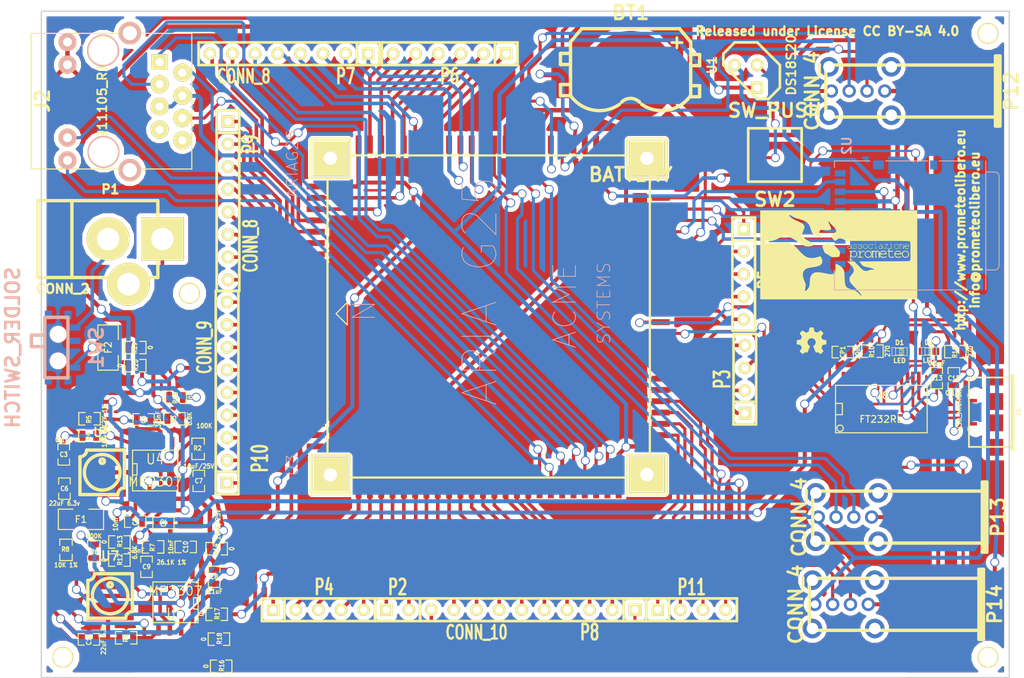
<source format=kicad_pcb>
(kicad_pcb (version 3) (host pcbnew "(2014-01-10 BZR 4027)-stable")
  (title_block (title AriaBoard) (rev 0.1A) (company "Associazione Prometeo") (comment 1 "Released under License CC BY-SA 4.0") (comment 2 http://www.prometeolibero.eu))
  (layers (15 F.Cu signal) (0 B.Cu signal) (18 B.Paste user) (19 F.Paste user) (20 B.SilkS user) (21 F.SilkS user) (22 B.Mask user) (23 F.Mask user) (28 Edge.Cuts user))
  (net 0 "")
  (net 1 +5V)
  (net 2 /1-Wire)
  (net 3 /3v_aria)
  (net 4 /3v_ext)
  (net 5 /5v_usb)
  (net 6 /A/D_VREF_input)
  (net 7 /AD0)
  (net 8 /AD1)
  (net 9 /AD2)
  (net 10 /AD3)
  (net 11 /CTS0_ttyS1)
  (net 12 /CTS1_ttyS2)
  (net 13 /CTS3)
  (net 14 /FTDI_Debug_port/+3V)
  (net 15 /FTDI_Debug_port/+5V)
  (net 16 /FTDI_Debug_port/D_RXD)
  (net 17 /FTDI_Debug_port/D_TXD)
  (net 18 /FTDI_Debug_port/RST)
  (net 19 /FTDI_Debug_port/USB_D+)
  (net 20 /FTDI_Debug_port/USB_D-)
  (net 21 /FTDI_Debug_port/USB_PWR)
  (net 22 /GPIO_100)
  (net 23 /GPIO_101)
  (net 24 /GPIO_102)
  (net 25 /GPIO_103)
  (net 26 /GPIO_104)
  (net 27 /GPIO_105)
  (net 28 /GPIO_106)
  (net 29 /GPIO_107)
  (net 30 /GPIO_108)
  (net 31 /GPIO_109)
  (net 32 /GPIO_110)
  (net 33 /GPIO_111)
  (net 34 /GPIO_112)
  (net 35 /GPIO_113)
  (net 36 /GPIO_114)
  (net 37 /GPIO_115)
  (net 38 /GPIO_116)
  (net 39 /GPIO_117)
  (net 40 /GPIO_122)
  (net 41 /GPIO_125)
  (net 42 /GPIO_126)
  (net 43 /GPIO_127)
  (net 44 /GPIO_36)
  (net 45 /GPIO_54)
  (net 46 /GPIO_55)
  (net 47 /GPIO_56)
  (net 48 /GPIO_57)
  (net 49 /GPIO_58)
  (net 50 /GPIO_59)
  (net 51 /GPIO_60)
  (net 52 /GPIO_61)
  (net 53 /GPIO_96)
  (net 54 /GPIO_97)
  (net 55 /GPIO_98)
  (net 56 /GPIO_99)
  (net 57 /I2C-0_CLOCK)
  (net 58 /I2C_0_DATA)
  (net 59 /RTS0_ttyS1)
  (net 60 /RTS1_ttyS2)
  (net 61 /RTS3)
  (net 62 /RXD0_ttyS1)
  (net 63 /RXD1_ttyS2)
  (net 64 /RXD2_ttyS3)
  (net 65 /RXD3_tty4)
  (net 66 /SPI-0_MISO)
  (net 67 /SPI-0_MOSI)
  (net 68 /SPI-0_SPCK)
  (net 69 /SPI_0_NPCSD)
  (net 70 /TXD0_ttyS1)
  (net 71 /TXD1_ttyS2)
  (net 72 /TXD2_ttyS3)
  (net 73 /TXD3_tty4)
  (net 74 /USB-A_D+)
  (net 75 /USB-A_D-)
  (net 76 /USB-B_D+)
  (net 77 /USB-B_D-)
  (net 78 /USB-C_D+)
  (net 79 /USB-C_D-)
  (net 80 /Voltage_Regulation_5V/+5V)
  (net 81 /Voltage_Regulation_5V/VIN)
  (net 82 /Voltage_regulation_3V/+3V)
  (net 83 /Voltage_regulation_3V/VIN)
  (net 84 /clk)
  (net 85 /cs)
  (net 86 /di)
  (net 87 /do)
  (net 88 /eth_3v3)
  (net 89 /eth_l1)
  (net 90 /eth_l2)
  (net 91 /nc)
  (net 92 /rd+)
  (net 93 /rd-)
  (net 94 /td+)
  (net 95 /td-)
  (net 96 /vbat)
  (net 97 /vss)
  (net 98 DGND)
  (net 99 N-0000011)
  (net 100 N-00000112)
  (net 101 N-00000113)
  (net 102 N-00000114)
  (net 103 N-00000115)
  (net 104 N-00000116)
  (net 105 N-00000117)
  (net 106 N-00000118)
  (net 107 N-00000119)
  (net 108 N-00000120)
  (net 109 N-00000121)
  (net 110 N-00000122)
  (net 111 N-00000123)
  (net 112 N-00000124)
  (net 113 N-00000125)
  (net 114 N-00000126)
  (net 115 N-00000127)
  (net 116 N-00000128)
  (net 117 N-00000129)
  (net 118 N-0000013)
  (net 119 N-00000130)
  (net 120 N-0000014)
  (net 121 PGND)
  (net 122 VCC)
  (module conn_usb_A-vert (layer F.Cu) (at 273.685 183.642 90)
    (fp_text reference P13 (at 0 11.176 90) (layer F.SilkS) (effects (font (size 1.524 1.524) (thickness 0.3048))))
    (fp_text value CONN_4 (at 0 -11.176 90) (layer F.SilkS) (effects (font (size 1.524 1.524) (thickness 0.3048))))
    (pad "" thru_hole circle (at -2.72034 -9.29894 90) (size 2.19964 2.19964) (drill 1.30048) (layers *.Cu))
    (pad "" thru_hole circle (at 2.72034 -9.29894 90) (size 2.19964 2.19964) (drill 1.30048) (layers *.Cu))
    (pad 1 thru_hole circle (at 0 -3.03022 90) (size 1.50114 1.50114) (drill 0.89916) (layers *.Cu) (net 121 PGND))
    (pad 2 thru_hole circle (at 0 -5.0292 90) (size 1.50114 1.50114) (drill 0.89916) (layers *.Cu) (net 76 /USB-B_D+))
    (pad 3 thru_hole circle (at 0 -7.03072 90) (size 1.50114 1.50114) (drill 0.89916) (layers *.Cu) (net 77 /USB-B_D-))
    (pad 4 thru_hole circle (at 0 -9.0297 90) (size 1.50114 1.50114) (drill 0.89916) (layers *.Cu) (net 5 /5v_usb))
    (pad "" thru_hole circle (at 2.72034 -2.30124 90) (size 2.19964 2.19964) (drill 1.30048) (layers *.Cu))
    (pad "" thru_hole circle (at -2.72034 -2.30124 90) (size 2.19964 2.19964) (drill 1.30048) (layers *.Cu))
  )
  (module TO92 (layer F.Cu) (at 256.54 134.112 270)
    (fp_text reference U1 (at -1.27 3.81 270) (layer F.SilkS) (effects (font (size 1.016 1.016) (thickness 0.2032))))
    (fp_text value DS18S20 (at -1.27 -5.08 270) (layer F.SilkS) (effects (font (size 1.016 1.016) (thickness 0.2032))))
    (pad 1 thru_hole rect (at 1.27 -1.27 270) (size 1.397 1.397) (drill 0.8128) (layers *.Cu *.Mask F.SilkS) (net 98 DGND))
    (pad 2 thru_hole circle (at -1.27 -1.27 270) (size 1.397 1.397) (drill 0.8128) (layers *.Cu *.Mask F.SilkS) (net 2 /1-Wire))
    (pad 3 thru_hole circle (at -1.27 1.27 270) (size 1.397 1.397) (drill 0.8128) (layers *.Cu *.Mask F.SilkS) (net 4 /3v_ext))
  )
  (module SW_PUSH_SMD (layer F.Cu) (at 259.7912 142.9512 180)
    (fp_text reference SW2 (at 0 -5.00126 180) (layer F.SilkS) (effects (font (size 1.524 1.524) (thickness 0.3048))))
    (fp_text value SW_PUSH (at 0 5.00126 180) (layer F.SilkS) (effects (font (size 1.524 1.524) (thickness 0.3048))))
    (pad 1 smd rect (at -3.99796 -2.2479 180) (size 1.5494 1.2954) (layers F.Cu F.Paste F.Mask) (net 18 /FTDI_Debug_port/RST))
    (pad 1 smd rect (at 3.99796 -2.2479 180) (size 1.5494 1.2954) (layers F.Cu F.Paste F.Mask) (net 18 /FTDI_Debug_port/RST))
    (pad 2 smd rect (at 3.99796 2.2479 180) (size 1.5494 1.2954) (layers F.Cu F.Paste F.Mask) (net 121 PGND))
    (pad 2 smd rect (at -3.99796 2.2479 180) (size 1.5494 1.2954) (layers F.Cu F.Paste F.Mask) (net 121 PGND))
  )
  (module SSOP28 (layer F.Cu) (at 271.6784 171.5008)
    (fp_text reference U8 (at 0.127 -1.524) (layer F.SilkS) (effects (font (size 0.762 0.762) (thickness 0.127))))
    (fp_text value FT232RL (at 0 1.143) (layer F.SilkS) (effects (font (size 0.762 0.762) (thickness 0.127))))
    (pad 1 smd rect (at -4.191 3.556) (size 0.4064 1.27) (layers F.Cu F.Paste F.Mask) (net 17 /FTDI_Debug_port/D_TXD))
    (pad 2 smd rect (at -3.556 3.556) (size 0.4064 1.27) (layers F.Cu F.Paste F.Mask))
    (pad 3 smd rect (at -2.8956 3.556) (size 0.4064 1.27) (layers F.Cu F.Paste F.Mask))
    (pad 4 smd rect (at -2.2352 3.556) (size 0.4064 1.27) (layers F.Cu F.Paste F.Mask) (net 14 /FTDI_Debug_port/+3V))
    (pad 5 smd rect (at -1.6002 3.556) (size 0.4064 1.27) (layers F.Cu F.Paste F.Mask) (net 16 /FTDI_Debug_port/D_RXD))
    (pad 6 smd rect (at -0.9398 3.556) (size 0.4064 1.27) (layers F.Cu F.Paste F.Mask))
    (pad 7 smd rect (at -0.2794 3.556) (size 0.4064 1.27) (layers F.Cu F.Paste F.Mask) (net 121 PGND))
    (pad 8 smd rect (at 0.3556 3.556) (size 0.4064 1.27) (layers F.Cu F.Paste F.Mask))
    (pad 9 smd rect (at 1.016 3.556) (size 0.4064 1.27) (layers F.Cu F.Paste F.Mask))
    (pad 10 smd rect (at 1.651 3.556) (size 0.4064 1.27) (layers F.Cu F.Paste F.Mask))
    (pad 11 smd rect (at 2.3114 3.556) (size 0.4064 1.27) (layers F.Cu F.Paste F.Mask))
    (pad 12 smd rect (at 2.9718 3.556) (size 0.4064 1.27) (layers F.Cu F.Paste F.Mask))
    (pad 13 smd rect (at 3.6068 3.556) (size 0.4064 1.27) (layers F.Cu F.Paste F.Mask))
    (pad 14 smd rect (at 4.2672 3.556) (size 0.4064 1.27) (layers F.Cu F.Paste F.Mask))
    (pad 15 smd rect (at 4.2672 -3.556) (size 0.4064 1.27) (layers F.Cu F.Paste F.Mask) (net 19 /FTDI_Debug_port/USB_D+))
    (pad 16 smd rect (at 3.6068 -3.556) (size 0.4064 1.27) (layers F.Cu F.Paste F.Mask) (net 20 /FTDI_Debug_port/USB_D-))
    (pad 17 smd rect (at 2.9972 -3.556) (size 0.4064 1.27) (layers F.Cu F.Paste F.Mask) (net 114 N-00000126))
    (pad 18 smd rect (at 2.3114 -3.556) (size 0.4064 1.27) (layers F.Cu F.Paste F.Mask) (net 121 PGND))
    (pad 19 smd rect (at 1.651 -3.556) (size 0.4064 1.27) (layers F.Cu F.Paste F.Mask) (net 18 /FTDI_Debug_port/RST))
    (pad 20 smd rect (at 1.016 -3.556) (size 0.4064 1.27) (layers F.Cu F.Paste F.Mask) (net 21 /FTDI_Debug_port/USB_PWR))
    (pad 21 smd rect (at 0.3556 -3.556) (size 0.4064 1.27) (layers F.Cu F.Paste F.Mask) (net 121 PGND))
    (pad 22 smd rect (at -0.2794 -3.556) (size 0.4064 1.27) (layers F.Cu F.Paste F.Mask) (net 116 N-00000128))
    (pad 23 smd rect (at -0.9398 -3.556) (size 0.4064 1.27) (layers F.Cu F.Paste F.Mask) (net 115 N-00000127))
    (pad 24 smd rect (at -1.6002 -3.556) (size 0.4064 1.27) (layers F.Cu F.Paste F.Mask))
    (pad 25 smd rect (at -2.2352 -3.556) (size 0.4064 1.27) (layers F.Cu F.Paste F.Mask) (net 121 PGND))
    (pad 26 smd rect (at -2.8956 -3.556) (size 0.4064 1.27) (layers F.Cu F.Paste F.Mask) (net 121 PGND))
    (pad 27 smd rect (at -3.556 -3.556) (size 0.4064 1.27) (layers F.Cu F.Paste F.Mask))
    (pad 28 smd rect (at -4.191 -3.556) (size 0.4064 1.27) (layers F.Cu F.Paste F.Mask))
  )
  (module SO8N (layer F.Cu) (at 192.4812 193.2178 180)
    (fp_text reference U6 (at 0 -1.27 180) (layer F.SilkS) (effects (font (size 1.143 1.016) (thickness 0.127))))
    (fp_text value MP2307 (at 0 1.27 180) (layer F.SilkS) (effects (font (size 1.016 1.016) (thickness 0.127))))
    (pad 8 smd rect (at -1.905 -3.175 180) (size 0.508 1.143) (layers F.Cu F.Paste F.Mask) (net 113 N-00000125))
    (pad 7 smd rect (at -0.635 -3.175 180) (size 0.508 1.143) (layers F.Cu F.Paste F.Mask) (net 112 N-00000124))
    (pad 6 smd rect (at 0.635 -3.175 180) (size 0.508 1.143) (layers F.Cu F.Paste F.Mask) (net 110 N-00000122))
    (pad 5 smd rect (at 1.905 -3.175 180) (size 0.508 1.143) (layers F.Cu F.Paste F.Mask) (net 108 N-00000120))
    (pad 4 smd rect (at 1.905 3.175 180) (size 0.508 1.143) (layers F.Cu F.Paste F.Mask) (net 121 PGND))
    (pad 3 smd rect (at 0.635 3.175 180) (size 0.508 1.143) (layers F.Cu F.Paste F.Mask) (net 107 N-00000119))
    (pad 2 smd rect (at -0.635 3.175 180) (size 0.508 1.143) (layers F.Cu F.Paste F.Mask) (net 83 /Voltage_regulation_3V/VIN))
    (pad 1 smd rect (at -1.905 3.175 180) (size 0.508 1.143) (layers F.Cu F.Paste F.Mask) (net 111 N-00000123))
  )
  (module SO8N (layer F.Cu) (at 190.1952 178.4096)
    (fp_text reference U4 (at 0 -1.27) (layer F.SilkS) (effects (font (size 1.143 1.016) (thickness 0.127))))
    (fp_text value MP2307 (at 0 1.27) (layer F.SilkS) (effects (font (size 1.016 1.016) (thickness 0.127))))
    (pad 8 smd rect (at -1.905 -3.175) (size 0.508 1.143) (layers F.Cu F.Paste F.Mask) (net 101 N-00000113))
    (pad 7 smd rect (at -0.635 -3.175) (size 0.508 1.143) (layers F.Cu F.Paste F.Mask) (net 106 N-00000118))
    (pad 6 smd rect (at 0.635 -3.175) (size 0.508 1.143) (layers F.Cu F.Paste F.Mask) (net 103 N-00000115))
    (pad 5 smd rect (at 1.905 -3.175) (size 0.508 1.143) (layers F.Cu F.Paste F.Mask) (net 102 N-00000114))
    (pad 4 smd rect (at 1.905 3.175) (size 0.508 1.143) (layers F.Cu F.Paste F.Mask) (net 121 PGND))
    (pad 3 smd rect (at 0.635 3.175) (size 0.508 1.143) (layers F.Cu F.Paste F.Mask) (net 105 N-00000117))
    (pad 2 smd rect (at -0.635 3.175) (size 0.508 1.143) (layers F.Cu F.Paste F.Mask) (net 81 /Voltage_Regulation_5V/VIN))
    (pad 1 smd rect (at -1.905 3.175) (size 0.508 1.143) (layers F.Cu F.Paste F.Mask) (net 104 N-00000116))
  )
  (module SM0603_Resistor (layer F.Cu) (at 182.8292 172.593 180)
    (fp_text reference R5 (at 0.0635 -0.0635 270) (layer F.SilkS) (effects (font (size 0.50038 0.4572) (thickness 0.1143))))
    (fp_text value "44.2K 1%" (at -1.69926 0 270) (layer F.SilkS) (effects (font (size 0.508 0.4572) (thickness 0.1143))))
    (pad 1 smd rect (at -0.762 0 180) (size 0.635 1.143) (layers F.Cu F.Paste F.Mask) (net 102 N-00000114))
    (pad 2 smd rect (at 0.762 0 180) (size 0.635 1.143) (layers F.Cu F.Paste F.Mask) (net 80 /Voltage_Regulation_5V/+5V))
  )
  (module SM0603_Resistor (layer F.Cu) (at 280.0604 165.0492 180)
    (fp_text reference R11 (at 0.0635 -0.0635 270) (layer F.SilkS) (effects (font (size 0.50038 0.4572) (thickness 0.1143))))
    (fp_text value 270 (at -1.69926 0 270) (layer F.SilkS) (effects (font (size 0.508 0.4572) (thickness 0.1143))))
    (pad 1 smd rect (at -0.762 0 180) (size 0.635 1.143) (layers F.Cu F.Paste F.Mask) (net 15 /FTDI_Debug_port/+5V))
    (pad 2 smd rect (at 0.762 0 180) (size 0.635 1.143) (layers F.Cu F.Paste F.Mask) (net 117 N-00000129))
  )
  (module SM0603_Resistor (layer F.Cu) (at 270.7386 164.9984 180)
    (fp_text reference R10 (at 0.0635 -0.0635 270) (layer F.SilkS) (effects (font (size 0.50038 0.4572) (thickness 0.1143))))
    (fp_text value 270 (at -1.69926 0 270) (layer F.SilkS) (effects (font (size 0.508 0.4572) (thickness 0.1143))))
    (pad 1 smd rect (at -0.762 0 180) (size 0.635 1.143) (layers F.Cu F.Paste F.Mask) (net 15 /FTDI_Debug_port/+5V))
    (pad 2 smd rect (at 0.762 0 180) (size 0.635 1.143) (layers F.Cu F.Paste F.Mask) (net 119 N-00000130))
  )
  (module SM0603_Resistor (layer F.Cu) (at 180.1876 187.325 90)
    (fp_text reference R8 (at 0.0635 -0.0635 180) (layer F.SilkS) (effects (font (size 0.50038 0.4572) (thickness 0.1143))))
    (fp_text value "10K 1%" (at -1.69926 0 180) (layer F.SilkS) (effects (font (size 0.508 0.4572) (thickness 0.1143))))
    (pad 1 smd rect (at -0.762 0 90) (size 0.635 1.143) (layers F.Cu F.Paste F.Mask) (net 108 N-00000120))
    (pad 2 smd rect (at 0.762 0 90) (size 0.635 1.143) (layers F.Cu F.Paste F.Mask) (net 121 PGND))
  )
  (module SM0603_Resistor (layer F.Cu) (at 186.944 197.2056 180)
    (fp_text reference R9 (at 0.0635 -0.0635 270) (layer F.SilkS) (effects (font (size 0.50038 0.4572) (thickness 0.1143))))
    (fp_text value "26.1K 1%" (at -5.08 8.4836 180) (layer F.SilkS) (effects (font (size 0.508 0.4572) (thickness 0.1143))))
    (pad 1 smd rect (at -0.762 0 180) (size 0.635 1.143) (layers F.Cu F.Paste F.Mask) (net 108 N-00000120))
    (pad 2 smd rect (at 0.762 0 180) (size 0.635 1.143) (layers F.Cu F.Paste F.Mask) (net 82 /Voltage_regulation_3V/+3V))
  )
  (module SM0603_Resistor (layer F.Cu) (at 189.9666 186.9948 180)
    (fp_text reference R7 (at 0.0635 -0.0635 270) (layer F.SilkS) (effects (font (size 0.50038 0.4572) (thickness 0.1143))))
    (fp_text value 6.8K (at 2.0574 -0.6096 270) (layer F.SilkS) (effects (font (size 0.508 0.4572) (thickness 0.1143))))
    (pad 1 smd rect (at -0.762 0 180) (size 0.635 1.143) (layers F.Cu F.Paste F.Mask) (net 121 PGND))
    (pad 2 smd rect (at 0.762 0 180) (size 0.635 1.143) (layers F.Cu F.Paste F.Mask) (net 109 N-00000121))
  )
  (module SM0603_Resistor (layer F.Cu) (at 183.3118 187.4774 270)
    (fp_text reference R6 (at 0.0635 -0.0635 360) (layer F.SilkS) (effects (font (size 0.50038 0.4572) (thickness 0.1143))))
    (fp_text value 100K (at -1.69926 0 360) (layer F.SilkS) (effects (font (size 0.508 0.4572) (thickness 0.1143))))
    (pad 1 smd rect (at -0.762 0 270) (size 0.635 1.143) (layers F.Cu F.Paste F.Mask) (net 83 /Voltage_regulation_3V/VIN))
    (pad 2 smd rect (at 0.762 0 270) (size 0.635 1.143) (layers F.Cu F.Paste F.Mask) (net 112 N-00000124))
  )
  (module SM0603_Resistor (layer F.Cu) (at 182.8038 174.498 180)
    (fp_text reference R4 (at 0.0635 -0.0635 270) (layer F.SilkS) (effects (font (size 0.50038 0.4572) (thickness 0.1143))))
    (fp_text value "10K 1%" (at -1.69926 0 270) (layer F.SilkS) (effects (font (size 0.508 0.4572) (thickness 0.1143))))
    (pad 1 smd rect (at -0.762 0 180) (size 0.635 1.143) (layers F.Cu F.Paste F.Mask) (net 102 N-00000114))
    (pad 2 smd rect (at 0.762 0 180) (size 0.635 1.143) (layers F.Cu F.Paste F.Mask) (net 121 PGND))
  )
  (module SM0603_Resistor (layer F.Cu) (at 192.3542 172.593 180)
    (fp_text reference R3 (at 0.0635 -0.0635 270) (layer F.SilkS) (effects (font (size 0.50038 0.4572) (thickness 0.1143))))
    (fp_text value 6.8K (at -1.69926 0 270) (layer F.SilkS) (effects (font (size 0.508 0.4572) (thickness 0.1143))))
    (pad 1 smd rect (at -0.762 0 180) (size 0.635 1.143) (layers F.Cu F.Paste F.Mask) (net 121 PGND))
    (pad 2 smd rect (at 0.762 0 180) (size 0.635 1.143) (layers F.Cu F.Paste F.Mask) (net 100 N-00000112))
  )
  (module SM0603_Resistor (layer F.Cu) (at 195.0212 175.9712 90)
    (fp_text reference R2 (at 0.0635 -0.0635 180) (layer F.SilkS) (effects (font (size 0.50038 0.4572) (thickness 0.1143))))
    (fp_text value 100K (at 2.5781 0.6985 180) (layer F.SilkS) (effects (font (size 0.508 0.4572) (thickness 0.1143))))
    (pad 1 smd rect (at -0.762 0 90) (size 0.635 1.143) (layers F.Cu F.Paste F.Mask) (net 81 /Voltage_Regulation_5V/VIN))
    (pad 2 smd rect (at 0.762 0 90) (size 0.635 1.143) (layers F.Cu F.Paste F.Mask) (net 106 N-00000118))
  )
  (module SM0603_Capa (layer F.Cu) (at 267.4112 165.1 180)
    (fp_text reference CP1 (at 0 0 270) (layer F.SilkS) (effects (font (size 0.508 0.4572) (thickness 0.1143))))
    (fp_text value 10uF (at -1.651 0 270) (layer F.SilkS) (effects (font (size 0.508 0.4572) (thickness 0.1143))))
    (pad 1 smd rect (at -0.762 0 180) (size 0.635 1.143) (layers F.Cu F.Paste F.Mask) (net 21 /FTDI_Debug_port/USB_PWR))
    (pad 2 smd rect (at 0.762 0 180) (size 0.635 1.143) (layers F.Cu F.Paste F.Mask) (net 121 PGND))
  )
  (module SM0603_Capa (layer F.Cu) (at 279.8826 168.0464 90)
    (fp_text reference C12 (at 0 0 180) (layer F.SilkS) (effects (font (size 0.508 0.4572) (thickness 0.1143))))
    (fp_text value 0.1uF (at -1.651 0 180) (layer F.SilkS) (effects (font (size 0.508 0.4572) (thickness 0.1143))))
    (pad 1 smd rect (at -0.762 0 90) (size 0.635 1.143) (layers F.Cu F.Paste F.Mask) (net 121 PGND))
    (pad 2 smd rect (at 0.762 0 90) (size 0.635 1.143) (layers F.Cu F.Paste F.Mask) (net 21 /FTDI_Debug_port/USB_PWR))
  )
  (module SM0603_Capa (layer F.Cu) (at 277.9522 168.021 270)
    (fp_text reference C13 (at 0 0 360) (layer F.SilkS) (effects (font (size 0.508 0.4572) (thickness 0.1143))))
    (fp_text value 0.1uF (at -1.651 0 360) (layer F.SilkS) (effects (font (size 0.508 0.4572) (thickness 0.1143))))
    (pad 1 smd rect (at -0.762 0 270) (size 0.635 1.143) (layers F.Cu F.Paste F.Mask) (net 114 N-00000126))
    (pad 2 smd rect (at 0.762 0 270) (size 0.635 1.143) (layers F.Cu F.Paste F.Mask) (net 121 PGND))
  )
  (module SM0603_Capa (layer F.Cu) (at 182.753 197.3834 180)
    (fp_text reference C11 (at 0 0 270) (layer F.SilkS) (effects (font (size 0.508 0.4572) (thickness 0.1143))))
    (fp_text value "22uF 6.3v" (at -1.651 0 270) (layer F.SilkS) (effects (font (size 0.508 0.4572) (thickness 0.1143))))
    (pad 1 smd rect (at -0.762 0 180) (size 0.635 1.143) (layers F.Cu F.Paste F.Mask) (net 82 /Voltage_regulation_3V/+3V))
    (pad 2 smd rect (at 0.762 0 180) (size 0.635 1.143) (layers F.Cu F.Paste F.Mask) (net 121 PGND))
  )
  (module SM0603_Capa (layer F.Cu) (at 196.8246 190.3476 90)
    (fp_text reference C8 (at 0 0 180) (layer F.SilkS) (effects (font (size 0.508 0.4572) (thickness 0.1143))))
    (fp_text value 0.1uF (at -1.651 0 180) (layer F.SilkS) (effects (font (size 0.508 0.4572) (thickness 0.1143))))
    (pad 1 smd rect (at -0.762 0 90) (size 0.635 1.143) (layers F.Cu F.Paste F.Mask) (net 113 N-00000125))
    (pad 2 smd rect (at 0.762 0 90) (size 0.635 1.143) (layers F.Cu F.Paste F.Mask) (net 121 PGND))
  )
  (module SM0603_Capa (layer F.Cu) (at 187.96 184.15 180)
    (fp_text reference C5 (at 0 0 270) (layer F.SilkS) (effects (font (size 0.508 0.4572) (thickness 0.1143))))
    (fp_text value 10nF (at 2.2098 -0.2286 270) (layer F.SilkS) (effects (font (size 0.508 0.4572) (thickness 0.1143))))
    (pad 1 smd rect (at -0.762 0 180) (size 0.635 1.143) (layers F.Cu F.Paste F.Mask) (net 105 N-00000117))
    (pad 2 smd rect (at 0.762 0 180) (size 0.635 1.143) (layers F.Cu F.Paste F.Mask) (net 104 N-00000116))
  )
  (module SM0603_Capa (layer F.Cu) (at 189.23 189.23 270)
    (fp_text reference C9 (at 0 0 360) (layer F.SilkS) (effects (font (size 0.508 0.4572) (thickness 0.1143))))
    (fp_text value 3.3nF (at -1.82372 1.17856 360) (layer F.SilkS) (effects (font (size 0.508 0.4572) (thickness 0.1143))))
    (pad 1 smd rect (at -0.762 0 270) (size 0.635 1.143) (layers F.Cu F.Paste F.Mask) (net 109 N-00000121))
    (pad 2 smd rect (at 0.762 0 270) (size 0.635 1.143) (layers F.Cu F.Paste F.Mask) (net 110 N-00000122))
  )
  (module SM0603_Capa (layer F.Cu) (at 188.8998 172.6692 180)
    (fp_text reference C4 (at 0 0 270) (layer F.SilkS) (effects (font (size 0.508 0.4572) (thickness 0.1143))))
    (fp_text value 3.3nF (at -1.651 0 270) (layer F.SilkS) (effects (font (size 0.508 0.4572) (thickness 0.1143))))
    (pad 1 smd rect (at -0.762 0 180) (size 0.635 1.143) (layers F.Cu F.Paste F.Mask) (net 100 N-00000112))
    (pad 2 smd rect (at 0.762 0 180) (size 0.635 1.143) (layers F.Cu F.Paste F.Mask) (net 103 N-00000115))
  )
  (module SM0603_Capa (layer F.Cu) (at 193.6242 186.9948)
    (fp_text reference C10 (at 0 0 90) (layer F.SilkS) (effects (font (size 0.508 0.4572) (thickness 0.1143))))
    (fp_text value 10nF (at -1.651 0 90) (layer F.SilkS) (effects (font (size 0.508 0.4572) (thickness 0.1143))))
    (pad 1 smd rect (at -0.762 0) (size 0.635 1.143) (layers F.Cu F.Paste F.Mask) (net 107 N-00000119))
    (pad 2 smd rect (at 0.762 0) (size 0.635 1.143) (layers F.Cu F.Paste F.Mask) (net 111 N-00000123))
  )
  (module SM0603_Capa (layer F.Cu) (at 195.0974 179.578 270)
    (fp_text reference C7 (at 0 0 360) (layer F.SilkS) (effects (font (size 0.508 0.4572) (thickness 0.1143))))
    (fp_text value 10uF/25V (at -1.651 0 360) (layer F.SilkS) (effects (font (size 0.508 0.4572) (thickness 0.1143))))
    (pad 1 smd rect (at -0.762 0 270) (size 0.635 1.143) (layers F.Cu F.Paste F.Mask) (net 83 /Voltage_regulation_3V/VIN))
    (pad 2 smd rect (at 0.762 0 270) (size 0.635 1.143) (layers F.Cu F.Paste F.Mask) (net 121 PGND))
  )
  (module SM0603_Capa (layer F.Cu) (at 191.135 184.3024)
    (fp_text reference C2 (at 0 0 90) (layer F.SilkS) (effects (font (size 0.508 0.4572) (thickness 0.1143))))
    (fp_text value 10uF/25V (at 6.1214 0.2032 90) (layer F.SilkS) (effects (font (size 0.508 0.4572) (thickness 0.1143))))
    (pad 1 smd rect (at -0.762 0) (size 0.635 1.143) (layers F.Cu F.Paste F.Mask) (net 81 /Voltage_Regulation_5V/VIN))
    (pad 2 smd rect (at 0.762 0) (size 0.635 1.143) (layers F.Cu F.Paste F.Mask) (net 121 PGND))
  )
  (module SM0603_Capa (layer F.Cu) (at 179.9336 176.6062 270)
    (fp_text reference C3 (at 0 0 360) (layer F.SilkS) (effects (font (size 0.508 0.4572) (thickness 0.1143))))
    (fp_text value 0.1uF (at -1.651 0 360) (layer F.SilkS) (effects (font (size 0.508 0.4572) (thickness 0.1143))))
    (pad 1 smd rect (at -0.762 0 270) (size 0.635 1.143) (layers F.Cu F.Paste F.Mask) (net 101 N-00000113))
    (pad 2 smd rect (at 0.762 0 270) (size 0.635 1.143) (layers F.Cu F.Paste F.Mask) (net 121 PGND))
  )
  (module SM0603_Capa (layer F.Cu) (at 180.0098 180.4416 90)
    (fp_text reference C6 (at 0 0 180) (layer F.SilkS) (effects (font (size 0.508 0.4572) (thickness 0.1143))))
    (fp_text value "22uF 6.3v" (at -1.651 0 180) (layer F.SilkS) (effects (font (size 0.508 0.4572) (thickness 0.1143))))
    (pad 1 smd rect (at -0.762 0 90) (size 0.635 1.143) (layers F.Cu F.Paste F.Mask) (net 80 /Voltage_Regulation_5V/+5V))
    (pad 2 smd rect (at 0.762 0 90) (size 0.635 1.143) (layers F.Cu F.Paste F.Mask) (net 121 PGND))
  )
  (module SIL-6 (layer F.Cu) (at 223.266 131.572 180)
    (fp_text reference P6 (at 0 -2.54 180) (layer F.SilkS) (effects (font (size 1.72974 1.08712) (thickness 0.3048))))
    (fp_text value CONN_6 hide)
    (pad 1 thru_hole rect (at -6.35 0 180) (size 1.397 1.397) (drill 0.8128) (layers *.Cu *.Mask F.SilkS) (net 12 /CTS1_ttyS2))
    (pad 2 thru_hole circle (at -3.81 0 180) (size 1.397 1.397) (drill 0.8128) (layers *.Cu *.Mask F.SilkS) (net 60 /RTS1_ttyS2))
    (pad 3 thru_hole circle (at -1.27 0 180) (size 1.397 1.397) (drill 0.8128) (layers *.Cu *.Mask F.SilkS) (net 13 /CTS3))
    (pad 4 thru_hole circle (at 1.27 0 180) (size 1.397 1.397) (drill 0.8128) (layers *.Cu *.Mask F.SilkS) (net 61 /RTS3))
    (pad 5 thru_hole circle (at 3.81 0 180) (size 1.397 1.397) (drill 0.8128) (layers *.Cu *.Mask F.SilkS) (net 65 /RXD3_tty4))
    (pad 6 thru_hole circle (at 6.35 0 180) (size 1.397 1.397) (drill 0.8128) (layers *.Cu *.Mask F.SilkS) (net 73 /TXD3_tty4))
  )
  (module SIL-5 (layer F.Cu) (at 209.804 194.056)
    (fp_text reference P4 (at -0.635 -2.54) (layer F.SilkS) (effects (font (size 1.72974 1.08712) (thickness 0.3048))))
    (fp_text value CONN_5 hide)
    (pad 1 thru_hole rect (at -6.35 0) (size 1.397 1.397) (drill 0.8128) (layers *.Cu *.Mask F.SilkS) (net 10 /AD3))
    (pad 2 thru_hole circle (at -3.81 0) (size 1.397 1.397) (drill 0.8128) (layers *.Cu *.Mask F.SilkS) (net 9 /AD2))
    (pad 3 thru_hole circle (at -1.27 0) (size 1.397 1.397) (drill 0.8128) (layers *.Cu *.Mask F.SilkS) (net 8 /AD1))
    (pad 4 thru_hole circle (at 1.27 0) (size 1.397 1.397) (drill 0.8128) (layers *.Cu *.Mask F.SilkS) (net 7 /AD0))
    (pad 5 thru_hole circle (at 3.81 0) (size 1.397 1.397) (drill 0.8128) (layers *.Cu *.Mask F.SilkS) (net 6 /A/D_VREF_input))
  )
  (module SIL-5 (layer F.Cu) (at 256.286 157.607 270)
    (fp_text reference P5 (at -0.635 -2.54 270) (layer F.SilkS) (effects (font (size 1.72974 1.08712) (thickness 0.3048))))
    (fp_text value CONN_5 hide)
    (pad 1 thru_hole rect (at -6.35 0 270) (size 1.397 1.397) (drill 0.8128) (layers *.Cu *.Mask F.SilkS) (net 2 /1-Wire))
    (pad 2 thru_hole circle (at -3.81 0 270) (size 1.397 1.397) (drill 0.8128) (layers *.Cu *.Mask F.SilkS) (net 69 /SPI_0_NPCSD))
    (pad 3 thru_hole circle (at -1.27 0 270) (size 1.397 1.397) (drill 0.8128) (layers *.Cu *.Mask F.SilkS) (net 68 /SPI-0_SPCK))
    (pad 4 thru_hole circle (at 1.27 0 270) (size 1.397 1.397) (drill 0.8128) (layers *.Cu *.Mask F.SilkS) (net 67 /SPI-0_MOSI))
    (pad 5 thru_hole circle (at 3.81 0 270) (size 1.397 1.397) (drill 0.8128) (layers *.Cu *.Mask F.SilkS) (net 66 /SPI-0_MISO))
  )
  (module SIL-4 (layer F.Cu) (at 256.413 168.148 90)
    (fp_text reference P3 (at 0 -2.54 90) (layer F.SilkS) (effects (font (size 1.73482 1.08712) (thickness 0.3048))))
    (fp_text value CONN_4 hide)
    (pad 1 thru_hole rect (at -3.81 0 90) (size 1.397 1.397) (drill 0.8128) (layers *.Cu *.Mask F.SilkS) (net 71 /TXD1_ttyS2))
    (pad 2 thru_hole circle (at -1.27 0 90) (size 1.397 1.397) (drill 0.8128) (layers *.Cu *.Mask F.SilkS) (net 63 /RXD1_ttyS2))
    (pad 3 thru_hole circle (at 1.27 0 90) (size 1.397 1.397) (drill 0.8128) (layers *.Cu *.Mask F.SilkS) (net 64 /RXD2_ttyS3))
    (pad 4 thru_hole circle (at 3.81 0 90) (size 1.397 1.397) (drill 0.8128) (layers *.Cu *.Mask F.SilkS) (net 72 /TXD2_ttyS3))
  )
  (module SIL-2 (layer F.Cu) (at 217.424 194.056)
    (fp_text reference P2 (at 0 -2.54) (layer F.SilkS) (effects (font (size 1.72974 1.08712) (thickness 0.3048))))
    (fp_text value CONN_2 hide)
    (pad 1 thru_hole rect (at -1.27 0) (size 1.397 1.397) (drill 0.8128) (layers *.Cu *.Mask F.SilkS) (net 57 /I2C-0_CLOCK))
    (pad 2 thru_hole circle (at 1.27 0) (size 1.397 1.397) (drill 0.8128) (layers *.Cu *.Mask F.SilkS) (net 58 /I2C_0_DATA))
  )
  (module LED-0603 (layer F.Cu) (at 273.7866 165.0492)
    (fp_text reference D1 (at 0 -1.016) (layer F.SilkS) (effects (font (size 0.508 0.508) (thickness 0.127))))
    (fp_text value LED (at 0 1.016) (layer F.SilkS) (effects (font (size 0.508 0.508) (thickness 0.127))))
    (pad 1 smd rect (at -0.7493 0) (size 0.79756 0.79756) (layers F.Cu F.Paste F.Mask) (net 119 N-00000130))
    (pad 2 smd rect (at 0.7493 0) (size 0.79756 0.79756) (layers F.Cu F.Paste F.Mask) (net 115 N-00000127))
  )
  (module LED-0603 (layer F.Cu) (at 277.0886 165.0238)
    (fp_text reference D2 (at 0 -1.016) (layer F.SilkS) (effects (font (size 0.508 0.508) (thickness 0.127))))
    (fp_text value LED (at 0 1.016) (layer F.SilkS) (effects (font (size 0.508 0.508) (thickness 0.127))))
    (pad 1 smd rect (at -0.7493 0) (size 0.79756 0.79756) (layers F.Cu F.Paste F.Mask) (net 117 N-00000129))
    (pad 2 smd rect (at 0.7493 0) (size 0.79756 0.79756) (layers F.Cu F.Paste F.Mask) (net 116 N-00000128))
  )
  (module JACK_ALIM (layer F.Cu) (at 184.912 152.4)
    (fp_text reference P1 (at 0.254 -5.588) (layer F.SilkS) (effects (font (size 1.016 1.016) (thickness 0.254))))
    (fp_text value CONN_2 (at -5.08 5.588) (layer F.SilkS) (effects (font (size 1.016 1.016) (thickness 0.254))))
    (pad 2 thru_hole circle (at 0 0) (size 4.8006 4.8006) (drill 2.5) (layers *.Cu *.Mask F.SilkS) (net 118 N-0000013))
    (pad 1 thru_hole rect (at 6.096 0) (size 4.8006 4.8006) (drill 2.5) (layers *.Cu *.Mask F.SilkS) (net 99 N-0000011))
    (pad 3 thru_hole circle (at 2.286 5.08) (size 4.8006 4.8006) (drill 2.54) (layers *.Cu *.Mask F.SilkS))
  )
  (module inductor_smd_4.8x2.8mm (layer F.Cu) (at 184.2516 178.6128)
    (fp_text reference U5 (at 0 -4.50088) (layer F.SilkS) (effects (font (size 0.99822 0.99822) (thickness 0.19812))))
    (fp_text value INDUCTOR_SMALL hide)
    (pad 1 smd rect (at 0 -1.74752) (size 5.2959 1.99898) (layers F.Cu F.Paste F.Mask) (net 105 N-00000117))
    (pad 2 smd rect (at 0 1.74752) (size 5.2959 1.99898) (layers F.Cu F.Paste F.Mask) (net 80 /Voltage_Regulation_5V/+5V))
  )
  (module inductor_smd_4.8x2.8mm (layer F.Cu) (at 185.1406 192.5066)
    (fp_text reference U7 (at 0 -4.50088) (layer F.SilkS) (effects (font (size 0.99822 0.99822) (thickness 0.19812))))
    (fp_text value INDUCTOR_SMALL hide)
    (pad 1 smd rect (at 0 -1.74752) (size 5.2959 1.99898) (layers F.Cu F.Paste F.Mask) (net 107 N-00000119))
    (pad 2 smd rect (at 0 1.74752) (size 5.2959 1.99898) (layers F.Cu F.Paste F.Mask) (net 82 /Voltage_regulation_3V/+3V))
  )
  (module HR911105_RJ45 (layer F.Cu) (at 184.15 136.906 270)
    (fp_text reference J2 (at -0.0508 6.59892 270) (layer F.SilkS) (effects (font (size 1.524 1.524) (thickness 0.3048))))
    (fp_text value HR911105_RJ45 (at 0.14224 -0.1016 270) (layer F.SilkS) (effects (font (size 1.00076 1.00076) (thickness 0.2032))))
    (pad Hole thru_hole circle (at 5.69976 -0.24892 270) (size 3.59918 3.59918) (drill 3.2512) (layers *.Cu *.SilkS *.Mask))
    (pad Hole thru_hole circle (at -5.69976 -0.20066 270) (size 3.59918 3.59918) (drill 3.2512) (layers *.Cu *.SilkS *.Mask))
    (pad 1 thru_hole rect (at -4.39928 -6.55066 270) (size 1.778 1.778) (drill 0.89916) (layers *.Cu *.Mask F.SilkS) (net 94 /td+))
    (pad 2 thru_hole circle (at -3.2004 -9.10082 270) (size 2.032 2.032) (drill 0.89916) (layers *.Cu *.Mask F.SilkS) (net 95 /td-))
    (pad 3 thru_hole circle (at -1.89992 -6.55066 270) (size 2.032 2.032) (drill 0.89916) (layers *.Cu *.Mask F.SilkS) (net 92 /rd+))
    (pad 4 thru_hole circle (at -0.59944 -9.10082 270) (size 2.032 2.032) (drill 0.89916) (layers *.Cu *.Mask F.SilkS) (net 88 /eth_3v3))
    (pad 5 thru_hole circle (at 0.59944 -6.55066 270) (size 2.032 2.032) (drill 0.89916) (layers *.Cu *.Mask F.SilkS) (net 88 /eth_3v3))
    (pad 6 thru_hole circle (at 1.89992 -9.10082 270) (size 2.032 2.032) (drill 0.89916) (layers *.Cu *.Mask F.SilkS) (net 93 /rd-))
    (pad 7 thru_hole circle (at 3.2004 -6.55066 270) (size 2.032 2.032) (drill 0.89916) (layers *.Cu *.Mask F.SilkS))
    (pad 8 thru_hole circle (at 4.39928 -9.10082 270) (size 2.032 2.032) (drill 0.89916) (layers *.Cu *.Mask F.SilkS))
    (pad 9 thru_hole circle (at -6.64972 3.79984 270) (size 2.032 2.032) (drill 1.00076) (layers *.Cu *.SilkS *.Mask) (net 121 PGND))
    (pad 10 thru_hole circle (at -4.09956 3.79984 270) (size 2.032 2.032) (drill 1.00076) (layers *.Cu *.SilkS *.Mask) (net 121 PGND))
    (pad 11 thru_hole circle (at 4.09956 3.79984 270) (size 2.032 2.032) (drill 1.00076) (layers *.Cu *.SilkS *.Mask) (net 89 /eth_l1))
    (pad 12 thru_hole circle (at 6.64972 3.79984 270) (size 2.032 2.032) (drill 1.00076) (layers *.Cu *.SilkS *.Mask) (net 90 /eth_l2))
    (pad 0 thru_hole circle (at -7.65048 -3.2004 270) (size 2.54 2.54) (drill 1.6002) (layers *.Cu *.SilkS *.Mask))
    (pad 0 thru_hole circle (at 7.74954 -3.2004 270) (size 2.54 2.54) (drill 1.6002) (layers *.Cu *.SilkS *.Mask))
  )
  (module conn_usb_B_micro_smd-2 (layer F.Cu) (at 284.48 171.8564 90)
    (fp_text reference J1 (at 0 2.60096 90) (layer F.SilkS) (effects (font (size 0.50038 0.50038) (thickness 0.09906))))
    (fp_text value USB_MICRO (at 0 -4.0005 90) (layer F.SilkS) (effects (font (size 0.50038 0.50038) (thickness 0.09906))))
    (pad "" smd rect (at -1.19888 0 90) (size 1.89738 1.89738) (layers F.Cu F.Paste F.Mask))
    (pad "" smd rect (at 1.19888 0 90) (size 1.89738 1.89738) (layers F.Cu F.Paste F.Mask))
    (pad "" smd rect (at 3.9497 0 90) (size 1.89738 1.89738) (layers F.Cu F.Paste F.Mask))
    (pad "" smd rect (at -3.9497 0 90) (size 1.89738 1.89738) (layers F.Cu F.Paste F.Mask))
    (pad 1 smd rect (at -1.30048 -2.67462 90) (size 0.39878 1.34874) (layers F.Cu F.Paste F.Mask) (net 21 /FTDI_Debug_port/USB_PWR))
    (pad 2 smd rect (at -0.6477 -2.67462 90) (size 0.39878 1.3462) (layers F.Cu F.Paste F.Mask) (net 20 /FTDI_Debug_port/USB_D-))
    (pad 3 smd rect (at 0 -2.67462 90) (size 0.39878 1.3462) (layers F.Cu F.Paste F.Mask) (net 19 /FTDI_Debug_port/USB_D+))
    (pad 4 smd rect (at 0.6477 -2.67462 90) (size 0.39878 1.3462) (layers F.Cu F.Paste F.Mask))
    (pad 5 smd rect (at 1.30048 -2.67462 90) (size 0.39878 1.3462) (layers F.Cu F.Paste F.Mask) (net 121 PGND))
    (pad "" np_thru_hole circle (at 1.89738 -2.1463 90) (size 0.79756 0.79756) (drill 0.79756) (layers *.Cu *.Mask F.SilkS))
    (pad "" np_thru_hole circle (at -1.89992 -2.14884 90) (size 0.79756 0.79756) (drill 0.79756) (layers *.Cu *.Mask F.SilkS))
  )
  (module BAT_CR1216 (layer F.Cu) (at 243.586 134.112)
    (fp_text reference BT1 (at 0 -7.1501) (layer F.SilkS) (effects (font (size 1.524 1.524) (thickness 0.3048))))
    (fp_text value BATTERY (at 0 11.049) (layer F.SilkS) (effects (font (size 1.524 1.524) (thickness 0.3048))))
    (fp_text user + (at 5.19938 -3.8989) (layer F.SilkS) (effects (font (size 1.524 1.524) (thickness 0.3048))))
    (pad 1 smd rect (at 7.65048 -0.09906 180) (size 2.49936 5.10032) (layers F.Cu F.Paste F.Mask) (net 96 /vbat))
    (pad 2 smd circle (at 0 0 180) (size 10.20064 10.20064) (layers F.Cu F.Paste F.Mask) (net 121 PGND))
    (pad 1 smd rect (at -7.65048 -0.09906 180) (size 2.49936 5.10032) (layers F.Cu F.Paste F.Mask) (net 96 /vbat))
  )
  (module Aria-G25 (layer F.Cu) (at 247.65 181.102 90)
    (fp_text reference U3 (at 3.302 -42.037 270) (layer B.SilkS) (effects (font (size 1.27 1.27) (thickness 0.0889))))
    (fp_text value ARIAG25 (at 37.211 -42.037 270) (layer B.SilkS) (effects (font (size 1.27 1.27) (thickness 0.0889))))
    (fp_text user "ARIA G25" (at 22.86 -20.955 90) (layer B.SilkS) (effects (font (size 3.81 3.81) (thickness 0.0889))))
    (fp_text user "ACME " (at 22.225 -11.43 90) (layer B.SilkS) (effects (font (size 2.54 2.54) (thickness 0.0889))))
    (fp_text user SYSTEMS (at 21.4884 -7.0612 90) (layer B.SilkS) (effects (font (size 1.4224 1.4224) (thickness 0.0889))))
    (fp_text user N (at 20.6375 -33.9725 90) (layer B.SilkS) (effects (font (size 2.54 2.54) (thickness 0.0889))))
    (pad E1 smd rect (at 39.3192 -34.6075 180) (size 0.6604 2.032) (layers F.Cu F.Paste F.Mask) (net 98 DGND))
    (pad E2 smd rect (at 39.3192 -33.3375 180) (size 0.6604 2.032) (layers F.Cu F.Paste F.Mask) (net 73 /TXD3_tty4))
    (pad E3 smd rect (at 39.3192 -32.0675 180) (size 0.6604 2.032) (layers F.Cu F.Paste F.Mask) (net 65 /RXD3_tty4))
    (pad E4 smd rect (at 39.3192 -30.7975 180) (size 0.6604 2.032) (layers F.Cu F.Paste F.Mask) (net 61 /RTS3))
    (pad E5 smd rect (at 39.3192 -29.5275 180) (size 0.6604 2.032) (layers F.Cu F.Paste F.Mask) (net 13 /CTS3))
    (pad E6 smd rect (at 39.3192 -28.2575 180) (size 0.6604 2.032) (layers F.Cu F.Paste F.Mask) (net 40 /GPIO_122))
    (pad E7 smd rect (at 39.3192 -26.9875 180) (size 0.6604 2.032) (layers F.Cu F.Paste F.Mask) (net 60 /RTS1_ttyS2))
    (pad E8 smd rect (at 39.3192 -25.7175 180) (size 0.6604 2.032) (layers F.Cu F.Paste F.Mask) (net 12 /CTS1_ttyS2))
    (pad E9 smd rect (at 39.3192 -24.4475 180) (size 0.6604 2.032) (layers F.Cu F.Paste F.Mask) (net 41 /GPIO_125))
    (pad E10 smd rect (at 39.3192 -23.1775 180) (size 0.6604 2.032) (layers F.Cu F.Paste F.Mask) (net 42 /GPIO_126))
    (pad E11 smd rect (at 39.3192 -21.9075 180) (size 0.6604 2.032) (layers F.Cu F.Paste F.Mask) (net 43 /GPIO_127))
    (pad E12 smd rect (at 39.3192 -20.6375 180) (size 0.6604 2.032) (layers F.Cu F.Paste F.Mask) (net 78 /USB-C_D+))
    (pad E13 smd rect (at 39.3192 -19.3675 180) (size 0.6604 2.032) (layers F.Cu F.Paste F.Mask) (net 79 /USB-C_D-))
    (pad E14 smd rect (at 39.3192 -18.0975 180) (size 0.6604 2.032) (layers F.Cu F.Paste F.Mask) (net 121 PGND))
    (pad E15 smd rect (at 39.3192 -16.8275 180) (size 0.6604 2.032) (layers F.Cu F.Paste F.Mask) (net 77 /USB-B_D-))
    (pad E16 smd rect (at 39.3192 -15.5575 180) (size 0.6604 2.032) (layers F.Cu F.Paste F.Mask) (net 76 /USB-B_D+))
    (pad E17 smd rect (at 39.3192 -14.2875 180) (size 0.6604 2.032) (layers F.Cu F.Paste F.Mask) (net 121 PGND))
    (pad E18 smd rect (at 39.3192 -13.0175 180) (size 0.6604 2.032) (layers F.Cu F.Paste F.Mask) (net 75 /USB-A_D-))
    (pad E19 smd rect (at 39.3192 -11.7475 180) (size 0.6604 2.032) (layers F.Cu F.Paste F.Mask) (net 74 /USB-A_D+))
    (pad E20 smd rect (at 39.3192 -10.4775 180) (size 0.6604 2.032) (layers F.Cu F.Paste F.Mask) (net 96 /vbat))
    (pad E21 smd rect (at 39.3192 -9.2075 180) (size 0.6604 2.032) (layers F.Cu F.Paste F.Mask) (net 18 /FTDI_Debug_port/RST))
    (pad E22 smd rect (at 39.3192 -7.9375 180) (size 0.6604 2.032) (layers F.Cu F.Paste F.Mask))
    (pad E23 smd rect (at 39.3192 -6.6675 180) (size 0.6604 2.032) (layers F.Cu F.Paste F.Mask))
    (pad E24 smd rect (at 39.3192 -5.3975 180) (size 0.6604 2.032) (layers F.Cu F.Paste F.Mask) (net 3 /3v_aria))
    (pad N1 smd rect (at 5.3975 -39.4208 90) (size 0.6604 2.032) (layers F.Cu F.Paste F.Mask) (net 3 /3v_aria))
    (pad N2 smd rect (at 6.6675 -39.4208 90) (size 0.6604 2.032) (layers F.Cu F.Paste F.Mask) (net 53 /GPIO_96))
    (pad N3 smd rect (at 7.9375 -39.4208 90) (size 0.6604 2.032) (layers F.Cu F.Paste F.Mask) (net 54 /GPIO_97))
    (pad N4 smd rect (at 9.2075 -39.4208 90) (size 0.6604 2.032) (layers F.Cu F.Paste F.Mask) (net 55 /GPIO_98))
    (pad N5 smd rect (at 10.4775 -39.4208 90) (size 0.6604 2.032) (layers F.Cu F.Paste F.Mask) (net 56 /GPIO_99))
    (pad N6 smd rect (at 11.7475 -39.4208 90) (size 0.6604 2.032) (layers F.Cu F.Paste F.Mask) (net 22 /GPIO_100))
    (pad N7 smd rect (at 13.0175 -39.4208 90) (size 0.6604 2.032) (layers F.Cu F.Paste F.Mask) (net 23 /GPIO_101))
    (pad N8 smd rect (at 14.2875 -39.4208 90) (size 0.6604 2.032) (layers F.Cu F.Paste F.Mask) (net 24 /GPIO_102))
    (pad N9 smd rect (at 15.5575 -39.4208 90) (size 0.6604 2.032) (layers F.Cu F.Paste F.Mask) (net 25 /GPIO_103))
    (pad N10 smd rect (at 16.8275 -39.4208 90) (size 0.6604 2.032) (layers F.Cu F.Paste F.Mask) (net 26 /GPIO_104))
    (pad N11 smd rect (at 18.0975 -39.4208 90) (size 0.6604 2.032) (layers F.Cu F.Paste F.Mask) (net 27 /GPIO_105))
    (pad N12 smd rect (at 19.3675 -39.4208 90) (size 0.6604 2.032) (layers F.Cu F.Paste F.Mask) (net 28 /GPIO_106))
    (pad N13 smd rect (at 20.6375 -39.4208 90) (size 0.6604 2.032) (layers F.Cu F.Paste F.Mask) (net 29 /GPIO_107))
    (pad N14 smd rect (at 21.9075 -39.4208 90) (size 0.6604 2.032) (layers F.Cu F.Paste F.Mask) (net 30 /GPIO_108))
    (pad N15 smd rect (at 23.1775 -39.4208 90) (size 0.6604 2.032) (layers F.Cu F.Paste F.Mask) (net 31 /GPIO_109))
    (pad N16 smd rect (at 24.4475 -39.4208 90) (size 0.6604 2.032) (layers F.Cu F.Paste F.Mask) (net 32 /GPIO_110))
    (pad N17 smd rect (at 25.7175 -39.4208 90) (size 0.6604 2.032) (layers F.Cu F.Paste F.Mask) (net 33 /GPIO_111))
    (pad N18 smd rect (at 26.9875 -39.4208 90) (size 0.6604 2.032) (layers F.Cu F.Paste F.Mask) (net 34 /GPIO_112))
    (pad N19 smd rect (at 28.2575 -39.4208 90) (size 0.6604 2.032) (layers F.Cu F.Paste F.Mask) (net 35 /GPIO_113))
    (pad N20 smd rect (at 29.5275 -39.4208 90) (size 0.6604 2.032) (layers F.Cu F.Paste F.Mask) (net 36 /GPIO_114))
    (pad N21 smd rect (at 30.7975 -39.4208 90) (size 0.6604 2.032) (layers F.Cu F.Paste F.Mask) (net 37 /GPIO_115))
    (pad N22 smd rect (at 32.0675 -39.4208 90) (size 0.6604 2.032) (layers F.Cu F.Paste F.Mask) (net 38 /GPIO_116))
    (pad N23 smd rect (at 33.3375 -39.4208 90) (size 0.6604 2.032) (layers F.Cu F.Paste F.Mask) (net 39 /GPIO_117))
    (pad N24 smd rect (at 34.6075 -39.4208 90) (size 0.6604 2.032) (layers F.Cu F.Paste F.Mask) (net 98 DGND))
    (pad S1 smd rect (at 34.6075 -0.6858 90) (size 0.6604 2.032) (layers F.Cu F.Paste F.Mask) (net 3 /3v_aria))
    (pad S2 smd rect (at 33.3375 -0.6858 90) (size 0.6604 2.032) (layers F.Cu F.Paste F.Mask) (net 2 /1-Wire))
    (pad S3 smd rect (at 32.0675 -0.6858 90) (size 0.6604 2.032) (layers F.Cu F.Paste F.Mask) (net 86 /di))
    (pad S4 smd rect (at 30.7975 -0.6858 90) (size 0.6604 2.032) (layers F.Cu F.Paste F.Mask) (net 85 /cs))
    (pad S5 smd rect (at 29.5275 -0.6858 90) (size 0.6604 2.032) (layers F.Cu F.Paste F.Mask) (net 91 /nc))
    (pad S6 smd rect (at 28.2575 -0.6858 90) (size 0.6604 2.032) (layers F.Cu F.Paste F.Mask) (net 84 /clk))
    (pad S7 smd rect (at 26.9875 -0.6858 90) (size 0.6604 2.032) (layers F.Cu F.Paste F.Mask) (net 97 /vss))
    (pad S8 smd rect (at 25.7175 -0.6858 90) (size 0.6604 2.032) (layers F.Cu F.Paste F.Mask) (net 87 /do))
    (pad S9 smd rect (at 24.4475 -0.6858 90) (size 0.6604 2.032) (layers F.Cu F.Paste F.Mask) (net 69 /SPI_0_NPCSD))
    (pad S10 smd rect (at 23.1775 -0.6858 90) (size 0.6604 2.032) (layers F.Cu F.Paste F.Mask) (net 68 /SPI-0_SPCK))
    (pad S11 smd rect (at 21.9075 -0.6858 90) (size 0.6604 2.032) (layers F.Cu F.Paste F.Mask) (net 67 /SPI-0_MOSI))
    (pad S12 smd rect (at 20.6375 -0.6858 90) (size 0.6604 2.032) (layers F.Cu F.Paste F.Mask) (net 66 /SPI-0_MISO))
    (pad S13 smd rect (at 19.3675 -0.6858 90) (size 0.6604 2.032) (layers F.Cu F.Paste F.Mask) (net 16 /FTDI_Debug_port/D_RXD))
    (pad S14 smd rect (at 18.0975 -0.6858 90) (size 0.6604 2.032) (layers F.Cu F.Paste F.Mask) (net 17 /FTDI_Debug_port/D_TXD))
    (pad S15 smd rect (at 16.8275 -0.6858 90) (size 0.6604 2.032) (layers F.Cu F.Paste F.Mask) (net 64 /RXD2_ttyS3))
    (pad S16 smd rect (at 15.5575 -0.6858 90) (size 0.6604 2.032) (layers F.Cu F.Paste F.Mask) (net 72 /TXD2_ttyS3))
    (pad S17 smd rect (at 14.2875 -0.6858 90) (size 0.6604 2.032) (layers F.Cu F.Paste F.Mask) (net 63 /RXD1_ttyS2))
    (pad S18 smd rect (at 13.0175 -0.6858 90) (size 0.6604 2.032) (layers F.Cu F.Paste F.Mask) (net 71 /TXD1_ttyS2))
    (pad S19 smd rect (at 11.7475 -0.6858 90) (size 0.6604 2.032) (layers F.Cu F.Paste F.Mask) (net 44 /GPIO_36))
    (pad S20 smd rect (at 10.4775 -0.6858 90) (size 0.6604 2.032) (layers F.Cu F.Paste F.Mask) (net 11 /CTS0_ttyS1))
    (pad S21 smd rect (at 9.2075 -0.6858 90) (size 0.6604 2.032) (layers F.Cu F.Paste F.Mask) (net 59 /RTS0_ttyS1))
    (pad S22 smd rect (at 7.9375 -0.6858 90) (size 0.6604 2.032) (layers F.Cu F.Paste F.Mask) (net 62 /RXD0_ttyS1))
    (pad S23 smd rect (at 6.6675 -0.6858 90) (size 0.6604 2.032) (layers F.Cu F.Paste F.Mask) (net 70 /TXD0_ttyS1))
    (pad S24 smd rect (at 5.3975 -0.6858 90) (size 0.6604 2.032) (layers F.Cu F.Paste F.Mask) (net 98 DGND))
    (pad W1 smd rect (at 0.5842 -5.3975 180) (size 0.6604 2.032) (layers F.Cu F.Paste F.Mask) (net 98 DGND))
    (pad W2 smd rect (at 0.5842 -6.6675 180) (size 0.6604 2.032) (layers F.Cu F.Paste F.Mask) (net 92 /rd+))
    (pad W3 smd rect (at 0.5842 -7.9375 180) (size 0.6604 2.032) (layers F.Cu F.Paste F.Mask) (net 93 /rd-))
    (pad W4 smd rect (at 0.5842 -9.2075 180) (size 0.6604 2.032) (layers F.Cu F.Paste F.Mask) (net 94 /td+))
    (pad W5 smd rect (at 0.5842 -10.4775 180) (size 0.6604 2.032) (layers F.Cu F.Paste F.Mask) (net 95 /td-))
    (pad W6 smd rect (at 0.5842 -11.7475 180) (size 0.6604 2.032) (layers F.Cu F.Paste F.Mask) (net 88 /eth_3v3))
    (pad W7 smd rect (at 0.5842 -13.0175 180) (size 0.6604 2.032) (layers F.Cu F.Paste F.Mask) (net 90 /eth_l2))
    (pad W8 smd rect (at 0.5842 -14.2875 180) (size 0.6604 2.032) (layers F.Cu F.Paste F.Mask) (net 89 /eth_l1))
    (pad W9 smd rect (at 0.5842 -15.5575 180) (size 0.6604 2.032) (layers F.Cu F.Paste F.Mask) (net 45 /GPIO_54))
    (pad W10 smd rect (at 0.5842 -16.8275 180) (size 0.6604 2.032) (layers F.Cu F.Paste F.Mask) (net 46 /GPIO_55))
    (pad W11 smd rect (at 0.5842 -18.0975 180) (size 0.6604 2.032) (layers F.Cu F.Paste F.Mask) (net 47 /GPIO_56))
    (pad W12 smd rect (at 0.5842 -19.3675 180) (size 0.6604 2.032) (layers F.Cu F.Paste F.Mask) (net 48 /GPIO_57))
    (pad W13 smd rect (at 0.5842 -20.6375 180) (size 0.6604 2.032) (layers F.Cu F.Paste F.Mask) (net 49 /GPIO_58))
    (pad W14 smd rect (at 0.5842 -21.9075 180) (size 0.6604 2.032) (layers F.Cu F.Paste F.Mask) (net 50 /GPIO_59))
    (pad W15 smd rect (at 0.5842 -23.1775 180) (size 0.6604 2.032) (layers F.Cu F.Paste F.Mask) (net 51 /GPIO_60))
    (pad W16 smd rect (at 0.5842 -24.4475 180) (size 0.6604 2.032) (layers F.Cu F.Paste F.Mask) (net 52 /GPIO_61))
    (pad W17 smd rect (at 0.5842 -25.7175 180) (size 0.6604 2.032) (layers F.Cu F.Paste F.Mask) (net 58 /I2C_0_DATA))
    (pad W18 smd rect (at 0.5842 -26.9875 180) (size 0.6604 2.032) (layers F.Cu F.Paste F.Mask) (net 57 /I2C-0_CLOCK))
    (pad W19 smd rect (at 0.5842 -28.2575 180) (size 0.6604 2.032) (layers F.Cu F.Paste F.Mask) (net 6 /A/D_VREF_input))
    (pad W20 smd rect (at 0.5842 -29.5275 180) (size 0.6604 2.032) (layers F.Cu F.Paste F.Mask) (net 7 /AD0))
    (pad W21 smd rect (at 0.5842 -30.7975 180) (size 0.6604 2.032) (layers F.Cu F.Paste F.Mask) (net 8 /AD1))
    (pad W22 smd rect (at 0.5842 -32.0675 180) (size 0.6604 2.032) (layers F.Cu F.Paste F.Mask) (net 9 /AD2))
    (pad W23 smd rect (at 0.5842 -33.3375 180) (size 0.6604 2.032) (layers F.Cu F.Paste F.Mask) (net 10 /AD3))
    (pad W24 smd rect (at 0.5842 -34.6075 180) (size 0.6604 2.032) (layers F.Cu F.Paste F.Mask) (net 3 /3v_aria))
    (pad GND thru_hole rect (at 2.21 -37.79 180) (size 4 4) (drill 1.5) (layers *.Cu *.Mask F.SilkS))
    (pad GND thru_hole rect (at 37.79 -37.78 180) (size 4 4) (drill 1.5) (layers *.Cu *.Mask F.SilkS))
    (pad GND thru_hole rect (at 37.78 -2.23 180) (size 4 4) (drill 1.5) (layers *.Cu *.Mask F.SilkS))
    (pad GND thru_hole rect (at 2.23 -2.23 180) (size 4 4) (drill 1.5) (layers *.Cu *.Mask F.SilkS))
  )
  (module SIL-9 (layer F.Cu) (at 198.2724 169.6466 90)
    (fp_text reference P10 (at -7.38886 3.69062 90) (layer F.SilkS) (effects (font (size 1.72974 1.08712) (thickness 0.3048))))
    (fp_text value CONN_9 (at 5.08 -2.54 90) (layer F.SilkS) (effects (font (size 1.524 1.016) (thickness 0.3048))))
    (pad 1 thru_hole rect (at -10.16 0 90) (size 1.397 1.397) (drill 0.8128) (layers *.Cu *.Mask F.SilkS) (net 54 /GPIO_97))
    (pad 2 thru_hole circle (at -7.62 0 90) (size 1.397 1.397) (drill 0.8128) (layers *.Cu *.Mask F.SilkS) (net 55 /GPIO_98))
    (pad 3 thru_hole circle (at -5.08 0 90) (size 1.397 1.397) (drill 0.8128) (layers *.Cu *.Mask F.SilkS) (net 56 /GPIO_99))
    (pad 4 thru_hole circle (at -2.54 0 90) (size 1.397 1.397) (drill 0.8128) (layers *.Cu *.Mask F.SilkS) (net 22 /GPIO_100))
    (pad 5 thru_hole circle (at 0 0 90) (size 1.397 1.397) (drill 0.8128) (layers *.Cu *.Mask F.SilkS) (net 23 /GPIO_101))
    (pad 6 thru_hole circle (at 2.54 0 90) (size 1.397 1.397) (drill 0.8128) (layers *.Cu *.Mask F.SilkS) (net 24 /GPIO_102))
    (pad 7 thru_hole circle (at 5.08 0 90) (size 1.397 1.397) (drill 0.8128) (layers *.Cu *.Mask F.SilkS) (net 25 /GPIO_103))
    (pad 8 thru_hole circle (at 7.62 0 90) (size 1.397 1.397) (drill 0.8128) (layers *.Cu *.Mask F.SilkS) (net 26 /GPIO_104))
    (pad 9 thru_hole circle (at 10.16 0 90) (size 1.397 1.397) (drill 0.8128) (layers *.Cu *.Mask F.SilkS) (net 27 /GPIO_105))
  )
  (module SIL-8 (layer F.Cu) (at 198.374 148.082 270)
    (fp_text reference P9 (at -6.35 -2.54 270) (layer F.SilkS) (effects (font (size 1.72974 1.08712) (thickness 0.3048))))
    (fp_text value CONN_8 (at 5.08 -2.54 270) (layer F.SilkS) (effects (font (size 1.524 1.016) (thickness 0.3048))))
    (pad 1 thru_hole rect (at -8.89 0 270) (size 1.397 1.397) (drill 0.8128) (layers *.Cu *.Mask F.SilkS) (net 35 /GPIO_113))
    (pad 2 thru_hole circle (at -6.35 0 270) (size 1.397 1.397) (drill 0.8128) (layers *.Cu *.Mask F.SilkS) (net 34 /GPIO_112))
    (pad 3 thru_hole circle (at -3.81 0 270) (size 1.397 1.397) (drill 0.8128) (layers *.Cu *.Mask F.SilkS) (net 33 /GPIO_111))
    (pad 4 thru_hole circle (at -1.27 0 270) (size 1.397 1.397) (drill 0.8128) (layers *.Cu *.Mask F.SilkS) (net 32 /GPIO_110))
    (pad 5 thru_hole circle (at 1.27 0 270) (size 1.397 1.397) (drill 0.8128) (layers *.Cu *.Mask F.SilkS) (net 31 /GPIO_109))
    (pad 6 thru_hole circle (at 3.81 0 270) (size 1.397 1.397) (drill 0.8128) (layers *.Cu *.Mask F.SilkS) (net 30 /GPIO_108))
    (pad 7 thru_hole circle (at 6.35 0 270) (size 1.397 1.397) (drill 0.8128) (layers *.Cu *.Mask F.SilkS) (net 29 /GPIO_107))
    (pad 8 thru_hole circle (at 8.89 0 270) (size 1.397 1.397) (drill 0.8128) (layers *.Cu *.Mask F.SilkS) (net 28 /GPIO_106))
  )
  (module SIL-4 (layer F.Cu) (at 250.444 194.056)
    (fp_text reference P11 (at 0 -2.54) (layer F.SilkS) (effects (font (size 1.73482 1.08712) (thickness 0.3048))))
    (fp_text value CONN_4 hide)
    (pad 1 thru_hole rect (at -3.81 0) (size 1.397 1.397) (drill 0.8128) (layers *.Cu *.Mask F.SilkS) (net 70 /TXD0_ttyS1))
    (pad 2 thru_hole circle (at -1.27 0) (size 1.397 1.397) (drill 0.8128) (layers *.Cu *.Mask F.SilkS) (net 62 /RXD0_ttyS1))
    (pad 3 thru_hole circle (at 1.27 0) (size 1.397 1.397) (drill 0.8128) (layers *.Cu *.Mask F.SilkS) (net 59 /RTS0_ttyS1))
    (pad 4 thru_hole circle (at 3.81 0) (size 1.397 1.397) (drill 0.8128) (layers *.Cu *.Mask F.SilkS) (net 11 /CTS0_ttyS1))
  )
  (module SIL-10 (layer F.Cu) (at 232.6386 194.056 180)
    (fp_text reference P8 (at -6.35 -2.54 180) (layer F.SilkS) (effects (font (size 1.72974 1.08712) (thickness 0.3048))))
    (fp_text value CONN_10 (at 6.35 -2.54 180) (layer F.SilkS) (effects (font (size 1.524 1.016) (thickness 0.3048))))
    (pad 1 thru_hole rect (at -11.43 0 180) (size 1.397 1.397) (drill 0.8128) (layers *.Cu *.Mask F.SilkS) (net 44 /GPIO_36))
    (pad 2 thru_hole circle (at -8.89 0 180) (size 1.397 1.397) (drill 0.8128) (layers *.Cu *.Mask F.SilkS) (net 45 /GPIO_54))
    (pad 3 thru_hole circle (at -6.35 0 180) (size 1.397 1.397) (drill 0.8128) (layers *.Cu *.Mask F.SilkS) (net 46 /GPIO_55))
    (pad 4 thru_hole circle (at -3.81 0 180) (size 1.397 1.397) (drill 0.8128) (layers *.Cu *.Mask F.SilkS) (net 47 /GPIO_56))
    (pad 5 thru_hole circle (at -1.27 0 180) (size 1.397 1.397) (drill 0.8128) (layers *.Cu *.Mask F.SilkS) (net 48 /GPIO_57))
    (pad 6 thru_hole circle (at 1.27 0 180) (size 1.397 1.397) (drill 0.8128) (layers *.Cu *.Mask F.SilkS) (net 49 /GPIO_58))
    (pad 7 thru_hole circle (at 3.81 0 180) (size 1.397 1.397) (drill 0.8128) (layers *.Cu *.Mask F.SilkS) (net 50 /GPIO_59))
    (pad 8 thru_hole circle (at 6.35 0 180) (size 1.397 1.397) (drill 0.8128) (layers *.Cu *.Mask F.SilkS) (net 51 /GPIO_60))
    (pad 9 thru_hole circle (at 8.89 0 180) (size 1.397 1.397) (drill 0.8128) (layers *.Cu *.Mask F.SilkS) (net 52 /GPIO_61))
    (pad 10 thru_hole circle (at 11.43 0 180) (size 1.397 1.397) (drill 0.8128) (layers *.Cu *.Mask F.SilkS) (net 53 /GPIO_96))
  )
  (module SIL-8 (layer F.Cu) (at 205.232 131.572 180)
    (fp_text reference P7 (at -6.35 -2.54 180) (layer F.SilkS) (effects (font (size 1.72974 1.08712) (thickness 0.3048))))
    (fp_text value CONN_8 (at 5.08 -2.54 180) (layer F.SilkS) (effects (font (size 1.524 1.016) (thickness 0.3048))))
    (pad 1 thru_hole rect (at -8.89 0 180) (size 1.397 1.397) (drill 0.8128) (layers *.Cu *.Mask F.SilkS) (net 43 /GPIO_127))
    (pad 2 thru_hole circle (at -6.35 0 180) (size 1.397 1.397) (drill 0.8128) (layers *.Cu *.Mask F.SilkS) (net 42 /GPIO_126))
    (pad 3 thru_hole circle (at -3.81 0 180) (size 1.397 1.397) (drill 0.8128) (layers *.Cu *.Mask F.SilkS) (net 41 /GPIO_125))
    (pad 4 thru_hole circle (at -1.27 0 180) (size 1.397 1.397) (drill 0.8128) (layers *.Cu *.Mask F.SilkS) (net 40 /GPIO_122))
    (pad 5 thru_hole circle (at 1.27 0 180) (size 1.397 1.397) (drill 0.8128) (layers *.Cu *.Mask F.SilkS) (net 39 /GPIO_117))
    (pad 6 thru_hole circle (at 3.81 0 180) (size 1.397 1.397) (drill 0.8128) (layers *.Cu *.Mask F.SilkS) (net 38 /GPIO_116))
    (pad 7 thru_hole circle (at 6.35 0 180) (size 1.397 1.397) (drill 0.8128) (layers *.Cu *.Mask F.SilkS) (net 37 /GPIO_115))
    (pad 8 thru_hole circle (at 8.89 0 180) (size 1.397 1.397) (drill 0.8128) (layers *.Cu *.Mask F.SilkS) (net 36 /GPIO_114))
  )
  (module conn_usb_A-vert (layer F.Cu) (at 275.1582 135.763 90)
    (fp_text reference P12 (at 0 11.176 90) (layer F.SilkS) (effects (font (size 1.524 1.524) (thickness 0.3048))))
    (fp_text value CONN_4 (at 0 -11.176 90) (layer F.SilkS) (effects (font (size 1.524 1.524) (thickness 0.3048))))
    (pad "" thru_hole circle (at -2.72034 -9.29894 90) (size 2.19964 2.19964) (drill 1.30048) (layers *.Cu))
    (pad "" thru_hole circle (at 2.72034 -9.29894 90) (size 2.19964 2.19964) (drill 1.30048) (layers *.Cu))
    (pad 1 thru_hole circle (at 0 -3.03022 90) (size 1.50114 1.50114) (drill 0.89916) (layers *.Cu) (net 121 PGND))
    (pad 2 thru_hole circle (at 0 -5.0292 90) (size 1.50114 1.50114) (drill 0.89916) (layers *.Cu) (net 74 /USB-A_D+))
    (pad 3 thru_hole circle (at 0 -7.03072 90) (size 1.50114 1.50114) (drill 0.89916) (layers *.Cu) (net 75 /USB-A_D-))
    (pad 4 thru_hole circle (at 0 -9.0297 90) (size 1.50114 1.50114) (drill 0.89916) (layers *.Cu) (net 5 /5v_usb))
    (pad "" thru_hole circle (at 2.72034 -2.30124 90) (size 2.19964 2.19964) (drill 1.30048) (layers *.Cu))
    (pad "" thru_hole circle (at -2.72034 -2.30124 90) (size 2.19964 2.19964) (drill 1.30048) (layers *.Cu))
  )
  (module conn_usb_A-vert (layer F.Cu) (at 273.304 193.4464 90)
    (fp_text reference P14 (at 0 11.176 90) (layer F.SilkS) (effects (font (size 1.524 1.524) (thickness 0.3048))))
    (fp_text value CONN_4 (at 0 -11.176 90) (layer F.SilkS) (effects (font (size 1.524 1.524) (thickness 0.3048))))
    (pad "" thru_hole circle (at -2.72034 -9.29894 90) (size 2.19964 2.19964) (drill 1.30048) (layers *.Cu))
    (pad "" thru_hole circle (at 2.72034 -9.29894 90) (size 2.19964 2.19964) (drill 1.30048) (layers *.Cu))
    (pad 1 thru_hole circle (at 0 -3.03022 90) (size 1.50114 1.50114) (drill 0.89916) (layers *.Cu) (net 121 PGND))
    (pad 2 thru_hole circle (at 0 -5.0292 90) (size 1.50114 1.50114) (drill 0.89916) (layers *.Cu) (net 78 /USB-C_D+))
    (pad 3 thru_hole circle (at 0 -7.03072 90) (size 1.50114 1.50114) (drill 0.89916) (layers *.Cu) (net 79 /USB-C_D-))
    (pad 4 thru_hole circle (at 0 -9.0297 90) (size 1.50114 1.50114) (drill 0.89916) (layers *.Cu) (net 5 /5v_usb))
    (pad "" thru_hole circle (at 2.72034 -2.30124 90) (size 2.19964 2.19964) (drill 1.30048) (layers *.Cu))
    (pad "" thru_hole circle (at -2.72034 -2.30124 90) (size 2.19964 2.19964) (drill 1.30048) (layers *.Cu))
  )
  (module SWITCH_ALPS_SSSS8 (layer B.Cu) (at 177.8 164.592 90)
    (fp_text reference SW1 (at 0 5.79882 90) (layer B.SilkS) (effects (font (size 1.524 1.524) (thickness 0.3048)) (justify mirror)))
    (fp_text value SOLDER_SWITCH (at 0 -3.59918 90) (layer B.SilkS) (effects (font (size 1.524 1.524) (thickness 0.3048)) (justify mirror)))
    (pad 1 smd rect (at -2.2479 3.24866 90) (size 0.6985 1.4986) (layers B.Cu B.Paste B.Mask) (net 120 N-0000014))
    (pad 2 smd rect (at 0.7493 3.24866 90) (size 0.6985 1.4986) (layers B.Cu B.Paste B.Mask))
    (pad 3 smd rect (at 2.2479 3.24866 90) (size 0.6985 1.4986) (layers B.Cu B.Paste B.Mask) (net 118 N-0000013))
    (pad "" smd rect (at -3.64998 0.39878 90) (size 0.99822 0.79756) (layers B.Cu B.Paste B.Mask))
    (pad "" smd rect (at -3.64998 2.59588 90) (size 0.99568 0.79756) (layers B.Cu B.Paste B.Mask))
    (pad "" smd rect (at 3.64998 2.59842 90) (size 0.99568 0.79756) (layers B.Cu B.Paste B.Mask))
    (pad "" smd rect (at 3.64998 0.39878 90) (size 0.99568 0.79756) (layers B.Cu B.Paste B.Mask))
    (pad "" np_thru_hole circle (at 1.4986 1.4986 90) (size 0.89916 0.89916) (drill 0.89916) (layers *.Cu *.Mask B.SilkS))
    (pad "" np_thru_hole circle (at -1.4986 1.4986 90) (size 0.89916 0.89916) (drill 0.89916) (layers *.Cu *.Mask B.SilkS))
  )
  (module SM1206 (layer F.Cu) (at 184.912 164.592 270)
    (fp_text reference F2 (at 0 0 270) (layer F.SilkS) (effects (font (size 0.762 0.762) (thickness 0.127))))
    (fp_text value FUSE hide)
    (pad 1 smd rect (at -1.651 0 270) (size 1.524 2.032) (layers F.Cu F.Paste F.Mask) (net 120 N-0000014))
    (pad 2 smd rect (at 1.651 0 270) (size 1.524 2.032) (layers F.Cu F.Paste F.Mask) (net 122 VCC))
  )
  (module SM1206 (layer F.Cu) (at 181.864 183.896)
    (fp_text reference F1 (at 0 0) (layer F.SilkS) (effects (font (size 0.762 0.762) (thickness 0.127))))
    (fp_text value FUSE hide)
    (pad 1 smd rect (at -1.651 0) (size 1.524 2.032) (layers F.Cu F.Paste F.Mask) (net 80 /Voltage_Regulation_5V/+5V))
    (pad 2 smd rect (at 1.651 0) (size 1.524 2.032) (layers F.Cu F.Paste F.Mask) (net 1 +5V))
  )
  (module SM0603_Resistor (layer F.Cu) (at 197.104 187.198 180)
    (fp_text reference R14 (at 0.0635 -0.0635 270) (layer F.SilkS) (effects (font (size 0.50038 0.4572) (thickness 0.1143))))
    (fp_text value 0 (at -1.69926 0 270) (layer F.SilkS) (effects (font (size 0.508 0.4572) (thickness 0.1143))))
    (pad 1 smd rect (at -0.762 0 180) (size 0.635 1.143) (layers F.Cu F.Paste F.Mask) (net 98 DGND))
    (pad 2 smd rect (at 0.762 0 180) (size 0.635 1.143) (layers F.Cu F.Paste F.Mask) (net 121 PGND))
  )
  (module SM0603_Resistor (layer F.Cu) (at 192.532 170.18 180)
    (fp_text reference R15 (at 0.0635 -0.0635 270) (layer F.SilkS) (effects (font (size 0.50038 0.4572) (thickness 0.1143))))
    (fp_text value 0 (at -1.69926 0 270) (layer F.SilkS) (effects (font (size 0.508 0.4572) (thickness 0.1143))))
    (pad 1 smd rect (at -0.762 0 180) (size 0.635 1.143) (layers F.Cu F.Paste F.Mask) (net 121 PGND))
    (pad 2 smd rect (at 0.762 0 180) (size 0.635 1.143) (layers F.Cu F.Paste F.Mask) (net 99 N-0000011))
  )
  (module SM0603_Resistor (layer F.Cu) (at 187.96 164.592 180)
    (fp_text reference R19 (at 0.0635 -0.0635 270) (layer F.SilkS) (effects (font (size 0.50038 0.4572) (thickness 0.1143))))
    (fp_text value 0 (at -1.69926 0 270) (layer F.SilkS) (effects (font (size 0.508 0.4572) (thickness 0.1143))))
    (pad 1 smd rect (at -0.762 0 180) (size 0.635 1.143) (layers F.Cu F.Paste F.Mask) (net 81 /Voltage_Regulation_5V/VIN))
    (pad 2 smd rect (at 0.762 0 180) (size 0.635 1.143) (layers F.Cu F.Paste F.Mask) (net 122 VCC))
  )
  (module SM0603_Resistor (layer F.Cu) (at 187.96 166.624)
    (fp_text reference R20 (at 0.0635 -0.0635 90) (layer F.SilkS) (effects (font (size 0.50038 0.4572) (thickness 0.1143))))
    (fp_text value 0 (at -1.69926 0 90) (layer F.SilkS) (effects (font (size 0.508 0.4572) (thickness 0.1143))))
    (pad 1 smd rect (at -0.762 0) (size 0.635 1.143) (layers F.Cu F.Paste F.Mask) (net 122 VCC))
    (pad 2 smd rect (at 0.762 0) (size 0.635 1.143) (layers F.Cu F.Paste F.Mask) (net 83 /Voltage_regulation_3V/VIN))
  )
  (module SM0603_Resistor (layer F.Cu) (at 186.182 186.436)
    (fp_text reference R13 (at 0.0635 -0.0635 90) (layer F.SilkS) (effects (font (size 0.50038 0.4572) (thickness 0.1143))))
    (fp_text value 0 (at -1.69926 0 90) (layer F.SilkS) (effects (font (size 0.508 0.4572) (thickness 0.1143))))
    (pad 1 smd rect (at -0.762 0) (size 0.635 1.143) (layers F.Cu F.Paste F.Mask) (net 1 +5V))
    (pad 2 smd rect (at 0.762 0) (size 0.635 1.143) (layers F.Cu F.Paste F.Mask) (net 5 /5v_usb))
  )
  (module SM0603_Resistor (layer F.Cu) (at 186.182 188.468)
    (fp_text reference R12 (at 0.0635 -0.0635 90) (layer F.SilkS) (effects (font (size 0.50038 0.4572) (thickness 0.1143))))
    (fp_text value 0 (at -1.69926 0 90) (layer F.SilkS) (effects (font (size 0.508 0.4572) (thickness 0.1143))))
    (pad 1 smd rect (at -0.762 0) (size 0.635 1.143) (layers F.Cu F.Paste F.Mask) (net 1 +5V))
    (pad 2 smd rect (at 0.762 0) (size 0.635 1.143) (layers F.Cu F.Paste F.Mask) (net 15 /FTDI_Debug_port/+5V))
  )
  (module SM0603_Resistor (layer F.Cu) (at 197.358 197.358)
    (fp_text reference R18 (at 0.0635 -0.0635 90) (layer F.SilkS) (effects (font (size 0.50038 0.4572) (thickness 0.1143))))
    (fp_text value 0 (at -1.69926 0 90) (layer F.SilkS) (effects (font (size 0.508 0.4572) (thickness 0.1143))))
    (pad 1 smd rect (at -0.762 0) (size 0.635 1.143) (layers F.Cu F.Paste F.Mask) (net 82 /Voltage_regulation_3V/+3V))
    (pad 2 smd rect (at 0.762 0) (size 0.635 1.143) (layers F.Cu F.Paste F.Mask) (net 14 /FTDI_Debug_port/+3V))
  )
  (module SM0603_Resistor (layer F.Cu) (at 197.104 194.564)
    (fp_text reference R17 (at 0.0635 -0.0635 90) (layer F.SilkS) (effects (font (size 0.50038 0.4572) (thickness 0.1143))))
    (fp_text value 0 (at -1.69926 0 90) (layer F.SilkS) (effects (font (size 0.508 0.4572) (thickness 0.1143))))
    (pad 1 smd rect (at -0.762 0) (size 0.635 1.143) (layers F.Cu F.Paste F.Mask) (net 82 /Voltage_regulation_3V/+3V))
    (pad 2 smd rect (at 0.762 0) (size 0.635 1.143) (layers F.Cu F.Paste F.Mask) (net 3 /3v_aria))
  )
  (module SM0603_Resistor (layer F.Cu) (at 197.612 200.406)
    (fp_text reference R16 (at 0.0635 -0.0635 90) (layer F.SilkS) (effects (font (size 0.50038 0.4572) (thickness 0.1143))))
    (fp_text value 0 (at -1.69926 0 90) (layer F.SilkS) (effects (font (size 0.508 0.4572) (thickness 0.1143))))
    (pad 1 smd rect (at -0.762 0) (size 0.635 1.143) (layers F.Cu F.Paste F.Mask) (net 82 /Voltage_regulation_3V/+3V))
    (pad 2 smd rect (at 0.762 0) (size 0.635 1.143) (layers F.Cu F.Paste F.Mask) (net 4 /3v_ext))
  )
  (module SDCARD_DM3AT (layer B.Cu) (at 267.716 150.368 270)
    (fp_text reference U2 (at -8.46328 -0.13716 270) (layer B.SilkS) (effects (font (size 1.016 1.016) (thickness 0.2032)) (justify mirror)))
    (fp_text value MICROSDCARD hide)
    (pad 4 smd rect (at 0 0.59944 270) (size 0.70104 1.19888) (layers B.Cu B.Paste B.Mask) (net 4 /3v_ext))
    (pad 2 smd rect (at 1.09982 0.59944 270) (size 0.70104 1.19888) (layers B.Cu B.Paste B.Mask) (net 86 /di))
    (pad 1 smd rect (at 2.19964 0.59944 270) (size 0.70104 1.19888) (layers B.Cu B.Paste B.Mask) (net 85 /cs))
    (pad 9 smd rect (at 3.29946 0.59944 270) (size 0.70104 1.19888) (layers B.Cu B.Paste B.Mask))
    (pad "" smd rect (at 4.84886 0.59944 270) (size 0.70104 1.19888) (layers B.Cu B.Paste B.Mask))
    (pad 5 smd rect (at -1.09982 0.59944 270) (size 0.70104 1.19888) (layers B.Cu B.Paste B.Mask) (net 84 /clk))
    (pad 6 smd rect (at -2.19964 0.59944 270) (size 0.70104 1.19888) (layers B.Cu B.Paste B.Mask) (net 121 PGND))
    (pad 7 smd rect (at -3.29946 0.59944 270) (size 0.70104 1.19888) (layers B.Cu B.Paste B.Mask) (net 87 /do))
    (pad 8 smd rect (at -4.39928 0.59944 270) (size 0.70104 1.19888) (layers B.Cu B.Paste B.Mask) (net 91 /nc))
    (pad 10 smd rect (at -5.34924 0.59944 270) (size 0.70104 1.19888) (layers B.Cu B.Paste B.Mask))
    (pad 11 smd rect (at -6.2992 -9.90092 180) (size 0.8001 1.00076) (layers B.Cu B.Paste B.Mask))
    (pad "" smd rect (at -6.2992 -14.04874 180) (size 2.79908 1.00076) (layers B.Cu B.Paste B.Mask))
    (pad "" smd rect (at 7.0993 -14.50086 180) (size 1.89992 1.30048) (layers B.Cu B.Paste B.Mask))
    (pad "" smd rect (at -6.2992 -3.70078 270) (size 1.00076 1.19888) (layers B.Cu B.Paste B.Mask))
  )
  (module OSHW (layer F.Cu) (at 263.906 163.83)
    (fp_text reference G*** hide)
    (fp_text value OSHW hide)
  )
  (module Prometeo_10mm (layer F.Cu) (at 266.954 154.178)
    (fp_text reference G*** hide)
    (fp_text value LOGO hide)
  )
  (module MOUNTING_HOLE_M2 (layer F.Cu) (at 179.832 199.39)
    (fp_text reference MOUNTING_HOLE hide)
    (fp_text value VAL** hide)
    (pad 1 thru_hole circle (at 0 0) (size 2.318 2.318) (drill 2) (layers *.Cu *.Mask F.SilkS) (clearance 0.70104))
  )
  (module MOUNTING_HOLE_M2 (layer F.Cu) (at 283.718 199.39)
    (fp_text reference MOUNTING_HOLE hide)
    (fp_text value VAL** hide)
    (pad 1 thru_hole circle (at 0 0) (size 2.318 2.318) (drill 2) (layers *.Cu *.Mask F.SilkS) (clearance 0.70104))
  )
  (module MOUNTING_HOLE_M2 (layer F.Cu) (at 283.718 129.286)
    (fp_text reference MOUNTING_HOLE hide)
    (fp_text value VAL** hide)
    (pad 1 thru_hole circle (at 0 0) (size 2.318 2.318) (drill 2) (layers *.Cu *.Mask F.SilkS) (clearance 0.70104))
  )
  (module MOUNTING_HOLE_M2 (layer F.Cu) (at 194.056 158.496)
    (fp_text reference MOUNTING_HOLE hide)
    (fp_text value VAL** hide)
    (pad 1 thru_hole circle (at 0 0) (size 2.318 2.318) (drill 2) (layers *.Cu *.Mask F.SilkS) (clearance 0.70104))
  )
  (gr_text "http://www.prometeolibero.eu\ninfo@prometeolibero.eu" (at 281.432 151.384 90) (layer F.SilkS) (effects (font (size 1 1) (thickness 0.25))))
  (gr_text "Released under License CC BY-SA 4.0" (at 265.684 129.032) (layer F.SilkS) (effects (font (size 1 1) (thickness 0.25))))
  (gr_line (start 177.419 201.676) (end 286.1056 201.676) (angle 90) (layer Edge.Cuts) (width 0.15))
  (gr_line (start 177.419 126.7968) (end 286.1056 126.7968) (angle 90) (layer Edge.Cuts) (width 0.15))
  (gr_line (start 177.419 201.676) (end 177.419 126.7968) (angle 90) (layer Edge.Cuts) (width 0.15))
  (gr_line (start 286.1056 126.7968) (end 286.1056 201.676) (angle 90) (layer Edge.Cuts) (width 0.15))
  (segment (start 185.42 186.436) (end 185.42 188.468) (width 0.45) (layer F.Cu) (net 1))
  (segment (start 183.515 183.896) (end 183.896 183.896) (width 0.45) (layer F.Cu) (net 1))
  (segment (start 185.42 185.42) (end 185.42 186.436) (width 0.45) (layer F.Cu) (net 1))
  (segment (start 183.896 183.896) (end 185.42 185.42) (width 0.45) (layer F.Cu) (net 1))
  (segment (start 251.968 147.7645) (end 251.968 143.764) (width 0.35) (layer F.Cu) (net 2))
  (segment (start 259.588 134.62) (end 257.81 132.842) (width 0.35) (layer F.Cu) (net 2))
  (segment (start 259.588 139.192) (end 259.588 134.62) (width 0.35) (layer F.Cu) (net 2))
  (segment (start 259.842 139.446) (end 259.588 139.192) (width 0.35) (layer F.Cu) (net 2))
  (via (at 259.842 139.446) (size 1) (layers F.Cu B.Cu) (net 2))
  (segment (start 259.842 143.256) (end 259.842 139.446) (width 0.35) (layer B.Cu) (net 2))
  (via (at 259.842 143.256) (size 1) (layers F.Cu B.Cu) (net 2))
  (segment (start 252.476 143.256) (end 259.842 143.256) (width 0.35) (layer F.Cu) (net 2))
  (segment (start 251.968 143.764) (end 252.476 143.256) (width 0.35) (layer F.Cu) (net 2))
  (segment (start 246.9642 147.7645) (end 251.968 147.7645) (width 0.35) (layer F.Cu) (net 2))
  (segment (start 251.968 147.7645) (end 254.6985 147.7645) (width 0.35) (layer F.Cu) (net 2))
  (segment (start 256.286 149.352) (end 256.286 151.257) (width 0.35) (layer F.Cu) (net 2))
  (segment (start 254.6985 147.7645) (end 256.286 149.352) (width 0.35) (layer F.Cu) (net 2))
  (segment (start 213.0425 177.038) (end 215.138 177.038) (width 0.45) (layer F.Cu) (net 3))
  (segment (start 243.078 149.098) (end 243.078 146.4945) (width 0.45) (layer F.Cu) (net 3))
  (segment (start 215.138 177.038) (end 243.078 149.098) (width 0.45) (layer F.Cu) (net 3))
  (segment (start 197.866 194.564) (end 199.898 194.564) (width 0.45) (layer F.Cu) (net 3))
  (segment (start 213.0425 182.9435) (end 213.0425 180.5178) (width 0.45) (layer F.Cu) (net 3))
  (segment (start 205.994 189.992) (end 213.0425 182.9435) (width 0.45) (layer F.Cu) (net 3))
  (segment (start 202.946 189.992) (end 205.994 189.992) (width 0.45) (layer F.Cu) (net 3))
  (segment (start 202.438 190.5) (end 202.946 189.992) (width 0.45) (layer F.Cu) (net 3))
  (via (at 202.438 190.5) (size 1) (layers F.Cu B.Cu) (net 3))
  (segment (start 202.438 192.024) (end 202.438 190.5) (width 0.45) (layer B.Cu) (net 3))
  (segment (start 199.898 194.564) (end 202.438 192.024) (width 0.45) (layer B.Cu) (net 3))
  (via (at 199.898 194.564) (size 1) (layers F.Cu B.Cu) (net 3))
  (segment (start 208.2292 175.7045) (end 212.0265 175.7045) (width 0.45) (layer F.Cu) (net 3))
  (segment (start 213.0425 176.7205) (end 213.0425 177.038) (width 0.45) (layer F.Cu) (net 3))
  (segment (start 213.0425 177.038) (end 213.0425 180.5178) (width 0.45) (layer F.Cu) (net 3))
  (segment (start 212.0265 175.7045) (end 213.0425 176.7205) (width 0.45) (layer F.Cu) (net 3))
  (segment (start 242.2525 141.7828) (end 242.2525 145.9865) (width 0.45) (layer F.Cu) (net 3))
  (segment (start 242.7605 146.4945) (end 243.078 146.4945) (width 0.45) (layer F.Cu) (net 3))
  (segment (start 242.2525 145.9865) (end 242.7605 146.4945) (width 0.45) (layer F.Cu) (net 3))
  (segment (start 243.078 146.4945) (end 246.9642 146.4945) (width 0.45) (layer F.Cu) (net 3))
  (segment (start 273.558 200.406) (end 274.066 200.406) (width 0.45) (layer F.Cu) (net 4))
  (segment (start 274.066 200.406) (end 284.48 189.992) (width 0.45) (layer F.Cu) (net 4))
  (segment (start 284.48 189.992) (end 284.48 188.722) (width 0.45) (layer F.Cu) (net 4))
  (segment (start 273.558 200.406) (end 198.374 200.406) (width 0.45) (layer F.Cu) (net 4))
  (segment (start 274.574 149.352) (end 278.384 149.352) (width 0.45) (layer B.Cu) (net 4))
  (via (at 284.48 188.722) (size 1) (layers F.Cu B.Cu) (net 4))
  (segment (start 284.48 188.722) (end 284.71911 184.657073) (width 0.45) (layer B.Cu) (net 4))
  (segment (start 284.71911 184.657073) (end 284.734 180.34) (width 0.45) (layer B.Cu) (net 4))
  (segment (start 284.734 180.34) (end 284.734 164.592) (width 0.45) (layer B.Cu) (net 4))
  (segment (start 284.734 164.592) (end 278.384 158.242) (width 0.45) (layer B.Cu) (net 4))
  (segment (start 278.384 158.242) (end 278.384 149.352) (width 0.45) (layer B.Cu) (net 4))
  (segment (start 267.11656 150.368) (end 274.066 150.368) (width 0.45) (layer B.Cu) (net 4))
  (segment (start 256.032 133.604) (end 255.27 132.842) (width 0.45) (layer B.Cu) (net 4))
  (segment (start 256.032 136.398) (end 256.032 133.604) (width 0.45) (layer B.Cu) (net 4))
  (segment (start 257.302 137.668) (end 256.032 136.398) (width 0.45) (layer B.Cu) (net 4))
  (segment (start 260.096 137.668) (end 257.302 137.668) (width 0.45) (layer B.Cu) (net 4))
  (segment (start 260.858 138.43) (end 260.096 137.668) (width 0.45) (layer B.Cu) (net 4))
  (segment (start 260.858 140.716) (end 260.858 138.43) (width 0.45) (layer B.Cu) (net 4))
  (segment (start 263.652 143.51) (end 260.858 140.716) (width 0.45) (layer B.Cu) (net 4))
  (segment (start 268.732 143.51) (end 263.652 143.51) (width 0.45) (layer B.Cu) (net 4))
  (segment (start 271.018 145.796) (end 268.732 143.51) (width 0.45) (layer B.Cu) (net 4))
  (segment (start 273.304 145.796) (end 271.018 145.796) (width 0.45) (layer B.Cu) (net 4))
  (segment (start 274.574 147.066) (end 273.304 145.796) (width 0.45) (layer B.Cu) (net 4))
  (segment (start 274.574 149.86) (end 274.574 149.352) (width 0.45) (layer B.Cu) (net 4))
  (segment (start 274.574 149.352) (end 274.574 147.066) (width 0.45) (layer B.Cu) (net 4))
  (segment (start 274.066 150.368) (end 274.574 149.86) (width 0.45) (layer B.Cu) (net 4))
  (segment (start 256.54 181.864) (end 261.62 181.864) (width 0.45) (layer B.Cu) (net 5))
  (segment (start 263.398 183.642) (end 264.6553 183.642) (width 0.45) (layer B.Cu) (net 5))
  (segment (start 261.62 181.864) (end 263.398 183.642) (width 0.45) (layer B.Cu) (net 5))
  (segment (start 201.168 181.864) (end 256.54 181.864) (width 0.45) (layer B.Cu) (net 5))
  (segment (start 256.54 181.864) (end 256.794 181.864) (width 0.45) (layer B.Cu) (net 5))
  (segment (start 187.452 182.626) (end 188.722 183.896) (width 0.45) (layer B.Cu) (net 5))
  (segment (start 188.722 183.896) (end 194.818 183.896) (width 0.45) (layer B.Cu) (net 5))
  (segment (start 194.818 183.896) (end 196.85 181.864) (width 0.45) (layer B.Cu) (net 5))
  (segment (start 196.85 181.864) (end 201.168 181.864) (width 0.45) (layer B.Cu) (net 5))
  (segment (start 186.944 186.436) (end 186.944 185.674) (width 0.45) (layer F.Cu) (net 5))
  (segment (start 186.436 182.626) (end 186.69 182.626) (width 0.45) (layer B.Cu) (net 5))
  (segment (start 185.928 183.134) (end 186.436 182.626) (width 0.45) (layer B.Cu) (net 5))
  (via (at 185.928 183.134) (size 1) (layers F.Cu B.Cu) (net 5))
  (segment (start 185.928 184.658) (end 185.928 183.134) (width 0.45) (layer F.Cu) (net 5))
  (segment (start 186.944 185.674) (end 185.928 184.658) (width 0.45) (layer F.Cu) (net 5))
  (segment (start 186.69 182.626) (end 187.452 182.626) (width 0.45) (layer B.Cu) (net 5))
  (segment (start 268.732 188.214) (end 266.446 190.5) (width 0.45) (layer B.Cu) (net 5))
  (segment (start 264.2743 192.9257) (end 264.2743 193.4464) (width 0.45) (layer B.Cu) (net 5))
  (segment (start 266.446 190.754) (end 264.2743 192.9257) (width 0.45) (layer B.Cu) (net 5))
  (segment (start 266.446 190.5) (end 266.446 190.754) (width 0.45) (layer B.Cu) (net 5))
  (segment (start 266.1285 135.763) (end 263.271 135.763) (width 0.45) (layer F.Cu) (net 5))
  (segment (start 264.6553 184.1373) (end 264.6553 183.642) (width 0.45) (layer B.Cu) (net 5))
  (segment (start 268.732 188.214) (end 264.6553 184.1373) (width 0.45) (layer B.Cu) (net 5))
  (segment (start 268.732 188.214) (end 268.732 188.214) (width 0.45) (layer B.Cu) (net 5))
  (segment (start 282.702 188.214) (end 268.732 188.214) (width 0.45) (layer B.Cu) (net 5))
  (segment (start 283.718 186.436) (end 282.702 188.214) (width 0.45) (layer B.Cu) (net 5))
  (segment (start 283.718 167.64) (end 283.718 186.436) (width 0.45) (layer B.Cu) (net 5))
  (segment (start 276.86 160.528) (end 283.718 167.64) (width 0.45) (layer B.Cu) (net 5))
  (via (at 276.86 160.528) (size 1) (layers F.Cu B.Cu) (net 5))
  (segment (start 276.86 131.318) (end 276.86 160.528) (width 0.45) (layer F.Cu) (net 5))
  (segment (start 278.13 130.048) (end 276.86 131.318) (width 0.45) (layer F.Cu) (net 5))
  (segment (start 264.16 130.048) (end 278.13 130.048) (width 0.45) (layer F.Cu) (net 5))
  (segment (start 262.636 131.572) (end 264.16 130.048) (width 0.45) (layer F.Cu) (net 5))
  (segment (start 262.636 135.128) (end 262.636 131.572) (width 0.45) (layer F.Cu) (net 5))
  (segment (start 263.271 135.763) (end 262.636 135.128) (width 0.45) (layer F.Cu) (net 5))
  (segment (start 213.614 194.056) (end 213.614 189.484) (width 0.4) (layer F.Cu) (net 6))
  (segment (start 219.456 180.7083) (end 219.3925 180.5178) (width 0.4) (layer F.Cu) (net 6))
  (segment (start 219.456 183.896) (end 219.456 180.7083) (width 0.4) (layer F.Cu) (net 6))
  (segment (start 213.614 189.484) (end 219.456 183.896) (width 0.4) (layer F.Cu) (net 6))
  (segment (start 218.1225 180.5178) (end 218.1225 183.9595) (width 0.4) (layer F.Cu) (net 7))
  (segment (start 212.344 192.786) (end 211.074 194.056) (width 0.4) (layer F.Cu) (net 7))
  (segment (start 212.344 189.738) (end 212.344 192.786) (width 0.4) (layer F.Cu) (net 7))
  (segment (start 218.1225 183.9595) (end 212.344 189.738) (width 0.4) (layer F.Cu) (net 7))
  (segment (start 208.534 194.056) (end 208.534 193.294) (width 0.4) (layer F.Cu) (net 8))
  (segment (start 216.8525 183.9595) (end 216.8525 180.5178) (width 0.4) (layer F.Cu) (net 8))
  (segment (start 211.328 189.484) (end 216.8525 183.9595) (width 0.4) (layer F.Cu) (net 8))
  (segment (start 211.328 190.5) (end 211.328 189.484) (width 0.4) (layer F.Cu) (net 8))
  (segment (start 208.534 193.294) (end 211.328 190.5) (width 0.4) (layer F.Cu) (net 8))
  (segment (start 205.994 194.056) (end 205.994 193.548) (width 0.4) (layer F.Cu) (net 9))
  (segment (start 215.5825 183.9595) (end 215.5825 180.5178) (width 0.4) (layer F.Cu) (net 9))
  (segment (start 205.994 193.548) (end 215.5825 183.9595) (width 0.4) (layer F.Cu) (net 9))
  (segment (start 214.3125 180.5178) (end 214.3125 183.4515) (width 0.4) (layer F.Cu) (net 10))
  (segment (start 203.454 191.77) (end 203.454 194.056) (width 0.4) (layer F.Cu) (net 10))
  (segment (start 203.708 191.516) (end 203.454 191.77) (width 0.4) (layer F.Cu) (net 10))
  (segment (start 206.248 191.516) (end 203.708 191.516) (width 0.4) (layer F.Cu) (net 10))
  (segment (start 214.3125 183.4515) (end 206.248 191.516) (width 0.4) (layer F.Cu) (net 10))
  (segment (start 254.254 194.056) (end 254.254 189.484) (width 0.35) (layer F.Cu) (net 11))
  (segment (start 249.1105 170.6245) (end 246.9642 170.6245) (width 0.35) (layer F.Cu) (net 11))
  (segment (start 251.46 172.974) (end 249.1105 170.6245) (width 0.35) (layer F.Cu) (net 11))
  (segment (start 251.46 175.514) (end 251.46 172.974) (width 0.35) (layer F.Cu) (net 11))
  (segment (start 251.968 176.022) (end 251.46 175.514) (width 0.35) (layer F.Cu) (net 11))
  (segment (start 251.968 187.198) (end 251.968 176.022) (width 0.35) (layer F.Cu) (net 11))
  (segment (start 254.254 189.484) (end 251.968 187.198) (width 0.35) (layer F.Cu) (net 11))
  (segment (start 221.9325 141.7828) (end 221.9325 139.2555) (width 0.4) (layer F.Cu) (net 12))
  (segment (start 221.9325 139.2555) (end 229.616 131.572) (width 0.4) (layer F.Cu) (net 12))
  (segment (start 218.1225 141.7828) (end 218.1225 137.9855) (width 0.4) (layer F.Cu) (net 13))
  (segment (start 218.1225 137.9855) (end 224.536 131.572) (width 0.4) (layer F.Cu) (net 13))
  (segment (start 273.05 198.882) (end 274.066 198.882) (width 0.45) (layer F.Cu) (net 14))
  (segment (start 199.644 197.358) (end 201.168 198.882) (width 0.35) (layer F.Cu) (net 14))
  (segment (start 201.168 198.882) (end 273.05 198.882) (width 0.35) (layer F.Cu) (net 14))
  (segment (start 198.12 197.358) (end 199.644 197.358) (width 0.35) (layer F.Cu) (net 14))
  (segment (start 270.51 178.054) (end 269.494 177.038) (width 0.35) (layer F.Cu) (net 14))
  (segment (start 274.828 178.054) (end 270.51 178.054) (width 0.35) (layer F.Cu) (net 14))
  (segment (start 275.082 177.8) (end 274.828 178.054) (width 0.35) (layer F.Cu) (net 14))
  (via (at 275.082 177.8) (size 1) (layers F.Cu B.Cu) (net 14))
  (segment (start 280.924 177.8) (end 275.082 177.8) (width 0.35) (layer B.Cu) (net 14))
  (via (at 280.924 177.8) (size 1) (layers F.Cu B.Cu) (net 14))
  (segment (start 280.924 192.024) (end 280.924 177.8) (width 0.35) (layer F.Cu) (net 14))
  (segment (start 269.494 177.038) (end 269.4432 175.0568) (width 0.25) (layer F.Cu) (net 14))
  (segment (start 274.066 198.882) (end 280.924 192.024) (width 0.45) (layer F.Cu) (net 14))
  (segment (start 271.78 163.068) (end 271.018 163.068) (width 0.45) (layer B.Cu) (net 15))
  (via (at 271.78 163.068) (size 1) (layers F.Cu B.Cu) (net 15))
  (segment (start 271.78 163.068) (end 271.776636 163.064636) (width 0.45) (layer F.Cu) (net 15))
  (segment (start 271.776636 163.064636) (end 271.773382 163.064636) (width 0.45) (layer F.Cu) (net 15))
  (segment (start 271.773382 163.064635) (end 271.773382 163.064636) (width 0.45) (layer F.Cu) (net 15))
  (segment (start 271.018 163.068) (end 263.144 170.942) (width 0.45) (layer B.Cu) (net 15))
  (segment (start 200.66 183.134) (end 257.81 183.134) (width 0.45) (layer B.Cu) (net 15))
  (segment (start 263.144 170.942) (end 263.652 170.434) (width 0.45) (layer B.Cu) (net 15))
  (via (at 263.144 170.942) (size 1) (layers F.Cu B.Cu) (net 15))
  (via (at 257.81 183.134) (size 1) (layers F.Cu B.Cu) (net 15))
  (segment (start 257.81 183.134) (end 263.144 177.8) (width 0.45) (layer F.Cu) (net 15))
  (segment (start 263.144 177.8) (end 263.144 170.942) (width 0.45) (layer F.Cu) (net 15))
  (segment (start 257.81 183.134) (end 257.81 183.134) (width 0.45) (layer B.Cu) (net 15))
  (segment (start 186.944 188.468) (end 187.452 188.468) (width 0.45) (layer F.Cu) (net 15))
  (segment (start 197.612 183.134) (end 200.66 183.134) (width 0.45) (layer B.Cu) (net 15))
  (segment (start 200.66 183.134) (end 200.914 183.134) (width 0.45) (layer B.Cu) (net 15))
  (segment (start 196.088 184.658) (end 197.612 183.134) (width 0.45) (layer B.Cu) (net 15))
  (segment (start 189.484 184.658) (end 196.088 184.658) (width 0.45) (layer B.Cu) (net 15))
  (segment (start 188.468 185.674) (end 189.484 184.658) (width 0.45) (layer B.Cu) (net 15))
  (via (at 188.468 185.674) (size 1) (layers F.Cu B.Cu) (net 15))
  (segment (start 188.214 185.674) (end 188.468 185.674) (width 0.45) (layer F.Cu) (net 15))
  (segment (start 187.96 185.928) (end 188.214 185.674) (width 0.45) (layer F.Cu) (net 15))
  (segment (start 187.96 187.96) (end 187.96 185.928) (width 0.45) (layer F.Cu) (net 15))
  (segment (start 187.452 188.468) (end 187.96 187.96) (width 0.45) (layer F.Cu) (net 15))
  (segment (start 280.8224 165.0492) (end 280.8224 162.9664) (width 0.3) (layer F.Cu) (net 15))
  (segment (start 272.288 162.052) (end 271.773382 163.064635) (width 0.3) (layer F.Cu) (net 15))
  (segment (start 280.67 162.052) (end 272.288 162.052) (width 0.3) (layer F.Cu) (net 15))
  (segment (start 280.8224 162.9664) (end 280.67 162.052) (width 0.3) (layer F.Cu) (net 15))
  (segment (start 271.5006 163.6014) (end 271.5006 164.9984) (width 0.3) (layer F.Cu) (net 15))
  (segment (start 271.773382 163.064635) (end 271.5006 163.6014) (width 0.3) (layer F.Cu) (net 15))
  (segment (start 269.748 172.72) (end 268.986 171.958) (width 0.35) (layer F.Cu) (net 16))
  (segment (start 244.6655 161.7345) (end 246.9642 161.7345) (width 0.35) (layer F.Cu) (net 16))
  (segment (start 244.602 161.798) (end 244.6655 161.7345) (width 0.35) (layer F.Cu) (net 16))
  (via (at 244.602 161.798) (size 1) (layers F.Cu B.Cu) (net 16))
  (segment (start 252.73 161.798) (end 244.602 161.798) (width 0.35) (layer B.Cu) (net 16))
  (segment (start 254.508 160.02) (end 252.73 161.798) (width 0.35) (layer B.Cu) (net 16))
  (via (at 254.508 160.02) (size 1) (layers F.Cu B.Cu) (net 16))
  (segment (start 258.064 160.02) (end 254.508 160.02) (width 0.35) (layer F.Cu) (net 16))
  (segment (start 259.334 161.29) (end 258.064 160.02) (width 0.35) (layer F.Cu) (net 16))
  (segment (start 259.334 163.83) (end 259.334 161.29) (width 0.35) (layer F.Cu) (net 16))
  (segment (start 266.7 171.196) (end 259.334 163.83) (width 0.35) (layer F.Cu) (net 16))
  (segment (start 268.224 171.196) (end 266.7 171.196) (width 0.35) (layer F.Cu) (net 16))
  (segment (start 268.986 171.958) (end 268.224 171.196) (width 0.35) (layer F.Cu) (net 16))
  (segment (start 270.0782 175.0568) (end 270.0782 173.0502) (width 0.25) (layer F.Cu) (net 16))
  (segment (start 270.0782 173.0502) (end 269.748 172.72) (width 0.25) (layer F.Cu) (net 16))
  (segment (start 269.748 172.72) (end 269.494 172.466) (width 0.25) (layer F.Cu) (net 16))
  (segment (start 267.208 172.974) (end 267.208 172.72) (width 0.35) (layer F.Cu) (net 17))
  (segment (start 267.4874 173.2534) (end 267.208 172.974) (width 0.25) (layer F.Cu) (net 17))
  (segment (start 267.4874 175.0568) (end 267.4874 173.2534) (width 0.25) (layer F.Cu) (net 17))
  (segment (start 249.6185 163.0045) (end 246.9642 163.0045) (width 0.35) (layer F.Cu) (net 17))
  (segment (start 249.682 163.068) (end 249.6185 163.0045) (width 0.35) (layer F.Cu) (net 17))
  (via (at 249.682 163.068) (size 1) (layers F.Cu B.Cu) (net 17))
  (segment (start 249.936 162.814) (end 249.682 163.068) (width 0.35) (layer B.Cu) (net 17))
  (segment (start 257.81 162.814) (end 249.936 162.814) (width 0.35) (layer B.Cu) (net 17))
  (segment (start 258.318 162.306) (end 257.81 162.814) (width 0.35) (layer B.Cu) (net 17))
  (via (at 258.318 162.306) (size 1) (layers F.Cu B.Cu) (net 17))
  (segment (start 258.572 162.56) (end 258.318 162.306) (width 0.35) (layer F.Cu) (net 17))
  (segment (start 258.572 164.474998) (end 258.572 162.56) (width 0.35) (layer F.Cu) (net 17))
  (segment (start 258.943002 164.846) (end 258.572 164.474998) (width 0.35) (layer F.Cu) (net 17))
  (segment (start 259.334 164.846) (end 258.943002 164.846) (width 0.35) (layer F.Cu) (net 17))
  (segment (start 267.208 172.72) (end 259.334 164.846) (width 0.35) (layer F.Cu) (net 17))
  (via (at 275.59 142.748) (size 1) (layers F.Cu B.Cu) (net 18))
  (segment (start 273.3294 169.6466) (end 273.05 169.926) (width 0.25) (layer F.Cu) (net 18))
  (via (at 273.05 169.926) (size 1) (layers F.Cu B.Cu) (net 18))
  (segment (start 273.05 169.926) (end 275.59 167.386) (width 0.25) (layer B.Cu) (net 18))
  (segment (start 275.59 142.748) (end 275.336 142.494) (width 0.25) (layer B.Cu) (net 18))
  (segment (start 275.336 142.494) (end 265.176 142.494) (width 0.25) (layer B.Cu) (net 18))
  (via (at 265.176 142.494) (size 1) (layers F.Cu B.Cu) (net 18))
  (segment (start 265.176 142.494) (end 263.78916 143.88084) (width 0.25) (layer F.Cu) (net 18))
  (segment (start 263.78916 145.1991) (end 263.78916 143.88084) (width 0.25) (layer F.Cu) (net 18))
  (segment (start 273.3294 169.6466) (end 273.3294 167.9448) (width 0.25) (layer F.Cu) (net 18))
  (segment (start 275.59 160.274) (end 275.59 167.386) (width 0.35) (layer B.Cu) (net 18))
  (segment (start 275.336 160.02) (end 275.59 160.274) (width 0.35) (layer B.Cu) (net 18))
  (via (at 275.336 160.02) (size 1) (layers F.Cu B.Cu) (net 18))
  (segment (start 275.336 151.13) (end 275.336 160.02) (width 0.35) (layer F.Cu) (net 18))
  (segment (start 275.59 150.876) (end 275.336 151.13) (width 0.35) (layer F.Cu) (net 18))
  (segment (start 275.59 142.748) (end 275.59 150.876) (width 0.35) (layer F.Cu) (net 18))
  (segment (start 238.4425 141.7828) (end 238.4425 144.4625) (width 0.4) (layer F.Cu) (net 18))
  (segment (start 254.0889 145.1991) (end 255.79324 145.1991) (width 0.4) (layer F.Cu) (net 18))
  (segment (start 253.746 145.542) (end 254.0889 145.1991) (width 0.4) (layer F.Cu) (net 18))
  (via (at 253.746 145.542) (size 1) (layers F.Cu B.Cu) (net 18))
  (segment (start 251.714 145.542) (end 253.746 145.542) (width 0.4) (layer B.Cu) (net 18))
  (segment (start 249.682 147.574) (end 251.714 145.542) (width 0.4) (layer B.Cu) (net 18))
  (segment (start 241.554 147.574) (end 249.682 147.574) (width 0.4) (layer B.Cu) (net 18))
  (via (at 241.554 147.574) (size 1) (layers F.Cu B.Cu) (net 18))
  (segment (start 238.4425 144.4625) (end 241.554 147.574) (width 0.4) (layer F.Cu) (net 18))
  (segment (start 255.79324 145.1991) (end 263.78916 145.1991) (width 0.4) (layer F.Cu) (net 18))
  (segment (start 275.9456 167.9448) (end 275.9456 170.2816) (width 0.35) (layer F.Cu) (net 19))
  (segment (start 277.5204 171.8564) (end 281.80538 171.8564) (width 0.35) (layer F.Cu) (net 19))
  (segment (start 275.9456 170.2816) (end 277.5204 171.8564) (width 0.35) (layer F.Cu) (net 19))
  (segment (start 275.2852 167.9448) (end 275.2852 171.1452) (width 0.3) (layer F.Cu) (net 20))
  (segment (start 276.6441 172.5041) (end 281.80538 172.5041) (width 0.3) (layer F.Cu) (net 20))
  (segment (start 275.2852 171.1452) (end 276.6441 172.5041) (width 0.3) (layer F.Cu) (net 20))
  (segment (start 281.686 167.386) (end 281.686 161.544) (width 0.35) (layer F.Cu) (net 21))
  (segment (start 268.1732 163.8808) (end 268.1732 165.1) (width 0.35) (layer F.Cu) (net 21))
  (segment (start 270.577002 161.476998) (end 268.1732 163.8808) (width 0.35) (layer F.Cu) (net 21))
  (segment (start 281.618998 161.476998) (end 270.577002 161.476998) (width 0.35) (layer F.Cu) (net 21))
  (segment (start 281.686 161.544) (end 281.618998 161.476998) (width 0.35) (layer F.Cu) (net 21))
  (segment (start 272.6944 167.9448) (end 272.6944 166.9796) (width 0.25) (layer F.Cu) (net 21))
  (segment (start 278.7142 166.116) (end 279.8826 167.2844) (width 0.25) (layer F.Cu) (net 21))
  (segment (start 274.828 166.116) (end 278.7142 166.116) (width 0.25) (layer F.Cu) (net 21))
  (segment (start 274.32 166.624) (end 274.828 166.116) (width 0.25) (layer F.Cu) (net 21))
  (segment (start 273.05 166.624) (end 274.32 166.624) (width 0.25) (layer F.Cu) (net 21))
  (segment (start 272.6944 166.9796) (end 273.05 166.624) (width 0.25) (layer F.Cu) (net 21))
  (segment (start 279.8826 167.2844) (end 281.5844 167.2844) (width 0.25) (layer F.Cu) (net 21))
  (segment (start 280.74112 173.15688) (end 281.80538 173.15688) (width 0.25) (layer F.Cu) (net 21))
  (segment (start 279.908 173.99) (end 280.74112 173.15688) (width 0.25) (layer F.Cu) (net 21))
  (via (at 279.908 173.99) (size 1) (layers F.Cu B.Cu) (net 21))
  (segment (start 279.908 169.164) (end 279.908 173.99) (width 0.25) (layer B.Cu) (net 21))
  (segment (start 281.686 167.386) (end 279.908 169.164) (width 0.25) (layer B.Cu) (net 21))
  (via (at 281.686 167.386) (size 1) (layers F.Cu B.Cu) (net 21))
  (segment (start 281.5844 167.2844) (end 281.686 167.386) (width 0.25) (layer F.Cu) (net 21))
  (segment (start 198.2724 172.1866) (end 202.4634 172.1866) (width 0.4) (layer F.Cu) (net 22))
  (segment (start 205.2955 169.3545) (end 208.2292 169.3545) (width 0.4) (layer F.Cu) (net 22))
  (segment (start 202.4634 172.1866) (end 205.2955 169.3545) (width 0.4) (layer F.Cu) (net 22))
  (segment (start 198.2724 169.6466) (end 203.4794 169.6466) (width 0.4) (layer F.Cu) (net 23))
  (segment (start 205.0415 168.0845) (end 208.2292 168.0845) (width 0.4) (layer F.Cu) (net 23))
  (segment (start 203.4794 169.6466) (end 205.0415 168.0845) (width 0.4) (layer F.Cu) (net 23))
  (segment (start 198.2724 167.1066) (end 204.9526 167.1066) (width 0.4) (layer F.Cu) (net 24))
  (segment (start 205.2447 166.8145) (end 208.2292 166.8145) (width 0.4) (layer F.Cu) (net 24))
  (segment (start 204.9526 167.1066) (end 205.2447 166.8145) (width 0.4) (layer F.Cu) (net 24))
  (segment (start 198.2724 164.5666) (end 203.6826 164.5666) (width 0.4) (layer F.Cu) (net 25))
  (segment (start 204.6605 165.5445) (end 208.2292 165.5445) (width 0.4) (layer F.Cu) (net 25))
  (segment (start 203.6826 164.5666) (end 204.6605 165.5445) (width 0.4) (layer F.Cu) (net 25))
  (segment (start 198.2724 162.0266) (end 200.6346 162.0266) (width 0.4) (layer F.Cu) (net 26))
  (segment (start 205.6765 164.2745) (end 208.2292 164.2745) (width 0.4) (layer F.Cu) (net 26))
  (segment (start 204.978 163.576) (end 205.6765 164.2745) (width 0.4) (layer F.Cu) (net 26))
  (segment (start 202.184 163.576) (end 204.978 163.576) (width 0.4) (layer F.Cu) (net 26))
  (segment (start 200.6346 162.0266) (end 202.184 163.576) (width 0.4) (layer F.Cu) (net 26))
  (segment (start 208.2292 163.0045) (end 206.6925 163.0045) (width 0.4) (layer F.Cu) (net 27))
  (segment (start 200.8886 159.4866) (end 198.2724 159.4866) (width 0.4) (layer F.Cu) (net 27))
  (segment (start 202.946 161.544) (end 200.8886 159.4866) (width 0.4) (layer F.Cu) (net 27))
  (segment (start 205.232 161.544) (end 202.946 161.544) (width 0.4) (layer F.Cu) (net 27))
  (segment (start 206.6925 163.0045) (end 205.232 161.544) (width 0.4) (layer F.Cu) (net 27))
  (segment (start 198.374 156.972) (end 199.898 156.972) (width 0.4) (layer F.Cu) (net 28))
  (segment (start 206.6925 161.7345) (end 208.2292 161.7345) (width 0.4) (layer F.Cu) (net 28))
  (segment (start 205.232 160.274) (end 206.6925 161.7345) (width 0.4) (layer F.Cu) (net 28))
  (segment (start 203.2 160.274) (end 205.232 160.274) (width 0.4) (layer F.Cu) (net 28))
  (segment (start 199.898 156.972) (end 203.2 160.274) (width 0.4) (layer F.Cu) (net 28))
  (segment (start 208.2292 160.4645) (end 206.6925 160.4645) (width 0.4) (layer F.Cu) (net 29))
  (segment (start 199.898 154.432) (end 198.374 154.432) (width 0.4) (layer F.Cu) (net 29))
  (segment (start 204.47 159.004) (end 199.898 154.432) (width 0.4) (layer F.Cu) (net 29))
  (segment (start 205.232 159.004) (end 204.47 159.004) (width 0.4) (layer F.Cu) (net 29))
  (segment (start 206.6925 160.4645) (end 205.232 159.004) (width 0.4) (layer F.Cu) (net 29))
  (segment (start 208.2292 159.1945) (end 206.6925 159.1945) (width 0.4) (layer F.Cu) (net 30))
  (segment (start 199.39 151.892) (end 198.374 151.892) (width 0.4) (layer F.Cu) (net 30))
  (segment (start 206.6925 159.1945) (end 199.39 151.892) (width 0.4) (layer F.Cu) (net 30))
  (segment (start 198.374 149.352) (end 201.93 152.908) (width 0.4) (layer F.Cu) (net 31))
  (segment (start 206.4385 157.9245) (end 208.2292 157.9245) (width 0.4) (layer F.Cu) (net 31))
  (segment (start 201.93 153.416) (end 206.4385 157.9245) (width 0.4) (layer F.Cu) (net 31))
  (segment (start 201.93 152.908) (end 201.93 153.416) (width 0.4) (layer F.Cu) (net 31))
  (segment (start 208.2292 156.6545) (end 206.4385 156.6545) (width 0.4) (layer F.Cu) (net 32))
  (segment (start 199.136 146.812) (end 198.374 146.812) (width 0.4) (layer F.Cu) (net 32))
  (segment (start 202.692 150.368) (end 199.136 146.812) (width 0.4) (layer F.Cu) (net 32))
  (segment (start 202.692 152.908) (end 202.692 150.368) (width 0.4) (layer F.Cu) (net 32))
  (segment (start 206.4385 156.6545) (end 202.692 152.908) (width 0.4) (layer F.Cu) (net 32))
  (segment (start 208.2292 155.3845) (end 207.2005 155.3845) (width 0.4) (layer F.Cu) (net 33))
  (segment (start 199.136 144.272) (end 198.374 144.272) (width 0.4) (layer F.Cu) (net 33))
  (segment (start 203.454 148.59) (end 199.136 144.272) (width 0.4) (layer F.Cu) (net 33))
  (segment (start 203.454 151.638) (end 203.454 148.59) (width 0.4) (layer F.Cu) (net 33))
  (segment (start 207.2005 155.3845) (end 203.454 151.638) (width 0.4) (layer F.Cu) (net 33))
  (segment (start 198.374 141.732) (end 199.898 141.732) (width 0.4) (layer F.Cu) (net 34))
  (segment (start 206.849742 154.1145) (end 208.2292 154.1145) (width 0.4) (layer F.Cu) (net 34))
  (segment (start 204.216 151.480758) (end 206.849742 154.1145) (width 0.4) (layer F.Cu) (net 34))
  (segment (start 204.216 148.082) (end 204.216 151.480758) (width 0.4) (layer F.Cu) (net 34))
  (segment (start 200.152 144.018) (end 204.216 148.082) (width 0.4) (layer F.Cu) (net 34))
  (segment (start 200.152 141.986) (end 200.152 144.018) (width 0.4) (layer F.Cu) (net 34))
  (segment (start 199.898 141.732) (end 200.152 141.986) (width 0.4) (layer F.Cu) (net 34))
  (segment (start 208.2292 152.8445) (end 206.498984 152.8445) (width 0.4) (layer F.Cu) (net 35))
  (segment (start 199.898 139.192) (end 198.374 139.192) (width 0.4) (layer F.Cu) (net 35))
  (segment (start 200.914 140.208) (end 199.898 139.192) (width 0.4) (layer F.Cu) (net 35))
  (segment (start 200.914 143.764) (end 200.914 140.208) (width 0.4) (layer F.Cu) (net 35))
  (segment (start 204.978 147.828) (end 200.914 143.764) (width 0.4) (layer F.Cu) (net 35))
  (segment (start 204.978 151.323516) (end 204.978 147.828) (width 0.4) (layer F.Cu) (net 35))
  (segment (start 206.498984 152.8445) (end 204.978 151.323516) (width 0.4) (layer F.Cu) (net 35))
  (segment (start 208.2292 151.5745) (end 206.148226 151.5745) (width 0.4) (layer F.Cu) (net 36))
  (segment (start 196.596 131.826) (end 196.342 131.572) (width 0.4) (layer F.Cu) (net 36))
  (segment (start 196.596 134.112) (end 196.596 131.826) (width 0.4) (layer F.Cu) (net 36))
  (segment (start 201.564002 139.080002) (end 196.596 134.112) (width 0.4) (layer F.Cu) (net 36))
  (segment (start 201.564002 143.49476) (end 201.564002 139.080002) (width 0.4) (layer F.Cu) (net 36))
  (segment (start 205.628002 147.55876) (end 201.564002 143.49476) (width 0.4) (layer F.Cu) (net 36))
  (segment (start 205.628002 151.054276) (end 205.628002 147.55876) (width 0.4) (layer F.Cu) (net 36))
  (segment (start 206.148226 151.5745) (end 205.628002 151.054276) (width 0.4) (layer F.Cu) (net 36))
  (segment (start 198.882 131.572) (end 198.882 135.478758) (width 0.4) (layer F.Cu) (net 37))
  (segment (start 206.4385 150.3045) (end 208.2292 150.3045) (width 0.4) (layer F.Cu) (net 37))
  (segment (start 206.278004 150.144004) (end 206.4385 150.3045) (width 0.4) (layer F.Cu) (net 37))
  (segment (start 206.278004 147.28952) (end 206.278004 150.144004) (width 0.4) (layer F.Cu) (net 37))
  (segment (start 202.214004 143.22552) (end 206.278004 147.28952) (width 0.4) (layer F.Cu) (net 37))
  (segment (start 202.214004 138.810762) (end 202.214004 143.22552) (width 0.4) (layer F.Cu) (net 37))
  (segment (start 198.882 135.478758) (end 202.214004 138.810762) (width 0.4) (layer F.Cu) (net 37))
  (segment (start 208.2292 149.0345) (end 214.8205 149.0345) (width 0.4) (layer F.Cu) (net 38))
  (segment (start 201.422 133.35) (end 201.422 131.572) (width 0.4) (layer B.Cu) (net 38))
  (segment (start 206.248 138.176) (end 201.422 133.35) (width 0.4) (layer B.Cu) (net 38))
  (segment (start 214.376 138.176) (end 206.248 138.176) (width 0.4) (layer B.Cu) (net 38))
  (segment (start 215.392 139.192) (end 214.376 138.176) (width 0.4) (layer B.Cu) (net 38))
  (segment (start 215.392 149.098) (end 215.392 139.192) (width 0.4) (layer B.Cu) (net 38))
  (segment (start 215.138 149.352) (end 215.392 149.098) (width 0.4) (layer B.Cu) (net 38))
  (via (at 215.138 149.352) (size 1) (layers F.Cu B.Cu) (net 38))
  (segment (start 214.8205 149.0345) (end 215.138 149.352) (width 0.4) (layer F.Cu) (net 38))
  (segment (start 203.962 131.572) (end 204.47 131.572) (width 0.4) (layer B.Cu) (net 39))
  (segment (start 217.4875 147.7645) (end 208.2292 147.7645) (width 0.4) (layer F.Cu) (net 39))
  (segment (start 217.678 147.574) (end 217.4875 147.7645) (width 0.4) (layer F.Cu) (net 39))
  (via (at 217.678 147.574) (size 1) (layers F.Cu B.Cu) (net 39))
  (segment (start 217.932 147.32) (end 217.678 147.574) (width 0.4) (layer B.Cu) (net 39))
  (segment (start 217.932 138.841242) (end 217.932 147.32) (width 0.4) (layer B.Cu) (net 39))
  (segment (start 216.250758 137.16) (end 217.932 138.841242) (width 0.4) (layer B.Cu) (net 39))
  (segment (start 210.058 137.16) (end 216.250758 137.16) (width 0.4) (layer B.Cu) (net 39))
  (segment (start 204.47 131.572) (end 210.058 137.16) (width 0.4) (layer B.Cu) (net 39))
  (segment (start 219.3925 141.7828) (end 219.3925 139.3825) (width 0.4) (layer F.Cu) (net 40))
  (segment (start 206.502 132.334) (end 206.502 131.572) (width 0.4) (layer B.Cu) (net 40))
  (segment (start 210.566 136.398) (end 206.502 132.334) (width 0.4) (layer B.Cu) (net 40))
  (segment (start 216.408 136.398) (end 210.566 136.398) (width 0.4) (layer B.Cu) (net 40))
  (segment (start 219.202 139.192) (end 216.408 136.398) (width 0.4) (layer B.Cu) (net 40))
  (via (at 219.202 139.192) (size 1) (layers F.Cu B.Cu) (net 40))
  (segment (start 219.3925 139.3825) (end 219.202 139.192) (width 0.4) (layer F.Cu) (net 40))
  (segment (start 209.042 131.572) (end 209.042 131.826) (width 0.4) (layer B.Cu) (net 41))
  (segment (start 223.2025 144.7165) (end 223.2025 141.7828) (width 0.4) (layer F.Cu) (net 41))
  (segment (start 224.282 145.796) (end 223.2025 144.7165) (width 0.4) (layer F.Cu) (net 41))
  (via (at 224.282 145.796) (size 1) (layers F.Cu B.Cu) (net 41))
  (segment (start 223.266 144.78) (end 224.282 145.796) (width 0.4) (layer B.Cu) (net 41))
  (segment (start 223.266 136.144) (end 223.266 144.78) (width 0.4) (layer B.Cu) (net 41))
  (segment (start 222.646002 135.524002) (end 223.266 136.144) (width 0.4) (layer B.Cu) (net 41))
  (segment (start 212.740002 135.524002) (end 222.646002 135.524002) (width 0.4) (layer B.Cu) (net 41))
  (segment (start 209.042 131.826) (end 212.740002 135.524002) (width 0.4) (layer B.Cu) (net 41))
  (segment (start 224.4725 141.7828) (end 224.4725 143.9545) (width 0.4) (layer F.Cu) (net 42))
  (segment (start 211.582 132.588) (end 211.582 131.572) (width 0.4) (layer B.Cu) (net 42))
  (segment (start 213.868 134.874) (end 211.582 132.588) (width 0.4) (layer B.Cu) (net 42))
  (segment (start 223.377998 134.874) (end 213.868 134.874) (width 0.4) (layer B.Cu) (net 42))
  (segment (start 224.536 136.032002) (end 223.377998 134.874) (width 0.4) (layer B.Cu) (net 42))
  (segment (start 224.536 144.018) (end 224.536 136.032002) (width 0.4) (layer B.Cu) (net 42))
  (segment (start 224.79 144.272) (end 224.536 144.018) (width 0.4) (layer B.Cu) (net 42))
  (via (at 224.79 144.272) (size 1) (layers F.Cu B.Cu) (net 42))
  (segment (start 224.4725 143.9545) (end 224.79 144.272) (width 0.4) (layer F.Cu) (net 42))
  (segment (start 214.122 131.572) (end 214.122 132.588) (width 0.4) (layer B.Cu) (net 43))
  (segment (start 225.7425 145.9865) (end 225.7425 141.7828) (width 0.4) (layer F.Cu) (net 43))
  (segment (start 226.568 146.812) (end 225.7425 145.9865) (width 0.4) (layer F.Cu) (net 43))
  (via (at 226.568 146.812) (size 1) (layers F.Cu B.Cu) (net 43))
  (segment (start 225.806 146.05) (end 226.568 146.812) (width 0.4) (layer B.Cu) (net 43))
  (segment (start 225.806 135.382) (end 225.806 146.05) (width 0.4) (layer B.Cu) (net 43))
  (segment (start 224.536 134.112) (end 225.806 135.382) (width 0.4) (layer B.Cu) (net 43))
  (segment (start 215.646 134.112) (end 224.536 134.112) (width 0.4) (layer B.Cu) (net 43))
  (segment (start 214.122 132.588) (end 215.646 134.112) (width 0.4) (layer B.Cu) (net 43))
  (segment (start 246.9642 169.3545) (end 249.1105 169.3545) (width 0.35) (layer F.Cu) (net 44))
  (segment (start 244.0686 196.0626) (end 244.0686 194.056) (width 0.35) (layer F.Cu) (net 44))
  (segment (start 245.11 197.104) (end 244.0686 196.0626) (width 0.35) (layer F.Cu) (net 44))
  (segment (start 255.016 197.104) (end 245.11 197.104) (width 0.35) (layer F.Cu) (net 44))
  (segment (start 256.286 195.834) (end 255.016 197.104) (width 0.35) (layer F.Cu) (net 44))
  (segment (start 256.286 192.786) (end 256.286 195.834) (width 0.35) (layer F.Cu) (net 44))
  (segment (start 255.016 191.516) (end 256.286 192.786) (width 0.35) (layer F.Cu) (net 44))
  (segment (start 255.016 189.23) (end 255.016 191.516) (width 0.35) (layer F.Cu) (net 44))
  (segment (start 252.73 186.944) (end 255.016 189.23) (width 0.35) (layer F.Cu) (net 44))
  (segment (start 252.73 175.768) (end 252.73 186.944) (width 0.35) (layer F.Cu) (net 44))
  (segment (start 252.222 175.26) (end 252.73 175.768) (width 0.35) (layer F.Cu) (net 44))
  (segment (start 252.222 172.466) (end 252.222 175.26) (width 0.35) (layer F.Cu) (net 44))
  (segment (start 249.1105 169.3545) (end 252.222 172.466) (width 0.35) (layer F.Cu) (net 44))
  (segment (start 232.0925 180.5178) (end 232.0925 182.0545) (width 0.4) (layer F.Cu) (net 45))
  (segment (start 241.5286 191.4906) (end 241.5286 194.056) (width 0.4) (layer F.Cu) (net 45))
  (segment (start 232.0925 182.0545) (end 241.5286 191.4906) (width 0.4) (layer F.Cu) (net 45))
  (segment (start 230.8225 180.5178) (end 230.8225 181.703742) (width 0.4) (layer F.Cu) (net 46))
  (segment (start 238.9886 189.869842) (end 238.9886 194.056) (width 0.4) (layer F.Cu) (net 46))
  (segment (start 230.8225 181.703742) (end 238.9886 189.869842) (width 0.4) (layer F.Cu) (net 46))
  (segment (start 229.5525 180.5178) (end 229.5525 181.5465) (width 0.4) (layer F.Cu) (net 47))
  (segment (start 236.4486 188.4426) (end 236.4486 194.056) (width 0.4) (layer F.Cu) (net 47))
  (segment (start 229.5525 181.5465) (end 236.4486 188.4426) (width 0.4) (layer F.Cu) (net 47))
  (segment (start 228.2825 180.5178) (end 228.2825 182.3085) (width 0.4) (layer F.Cu) (net 48))
  (segment (start 233.9086 187.9346) (end 233.9086 194.056) (width 0.4) (layer F.Cu) (net 48))
  (segment (start 228.2825 182.3085) (end 233.9086 187.9346) (width 0.4) (layer F.Cu) (net 48))
  (segment (start 227.0125 180.5178) (end 227.0125 182.3085) (width 0.4) (layer F.Cu) (net 49))
  (segment (start 231.3686 186.6646) (end 231.3686 194.056) (width 0.4) (layer F.Cu) (net 49))
  (segment (start 227.0125 182.3085) (end 231.3686 186.6646) (width 0.4) (layer F.Cu) (net 49))
  (segment (start 225.7425 180.5178) (end 225.7425 182.5625) (width 0.4) (layer F.Cu) (net 50))
  (segment (start 228.8286 185.6486) (end 228.8286 194.056) (width 0.4) (layer F.Cu) (net 50))
  (segment (start 225.7425 182.5625) (end 228.8286 185.6486) (width 0.4) (layer F.Cu) (net 50))
  (segment (start 226.2886 194.056) (end 226.2886 185.1406) (width 0.4) (layer F.Cu) (net 51))
  (segment (start 224.4725 183.3245) (end 224.4725 180.5178) (width 0.4) (layer F.Cu) (net 51))
  (segment (start 226.2886 185.1406) (end 224.4725 183.3245) (width 0.4) (layer F.Cu) (net 51))
  (segment (start 223.2025 180.5178) (end 223.2025 183.8325) (width 0.4) (layer F.Cu) (net 52))
  (segment (start 223.7486 184.3786) (end 223.7486 194.056) (width 0.4) (layer F.Cu) (net 52))
  (segment (start 223.2025 183.8325) (end 223.7486 184.3786) (width 0.4) (layer F.Cu) (net 52))
  (segment (start 221.2086 194.056) (end 221.2086 196.1134) (width 0.4) (layer F.Cu) (net 53))
  (segment (start 206.3115 174.4345) (end 208.2292 174.4345) (width 0.4) (layer F.Cu) (net 53))
  (segment (start 205.486 175.26) (end 206.3115 174.4345) (width 0.4) (layer F.Cu) (net 53))
  (segment (start 205.486 183.388) (end 205.486 175.26) (width 0.4) (layer F.Cu) (net 53))
  (segment (start 201.422 187.452) (end 205.486 183.388) (width 0.4) (layer F.Cu) (net 53))
  (segment (start 201.422 195.58) (end 201.422 187.452) (width 0.4) (layer F.Cu) (net 53))
  (segment (start 201.93 196.088) (end 201.422 195.58) (width 0.4) (layer F.Cu) (net 53))
  (segment (start 221.1832 196.088) (end 201.93 196.088) (width 0.4) (layer F.Cu) (net 53))
  (segment (start 221.2086 196.1134) (end 221.1832 196.088) (width 0.4) (layer F.Cu) (net 53))
  (segment (start 198.2724 179.8066) (end 200.6854 179.8066) (width 0.4) (layer F.Cu) (net 54))
  (segment (start 206.0575 173.1645) (end 208.2292 173.1645) (width 0.4) (layer F.Cu) (net 54))
  (segment (start 204.216 175.006) (end 206.0575 173.1645) (width 0.4) (layer F.Cu) (net 54))
  (segment (start 204.216 176.276) (end 204.216 175.006) (width 0.4) (layer F.Cu) (net 54))
  (segment (start 200.6854 179.8066) (end 204.216 176.276) (width 0.4) (layer F.Cu) (net 54))
  (segment (start 198.2724 177.2666) (end 200.4314 177.2666) (width 0.4) (layer F.Cu) (net 55))
  (segment (start 205.8035 171.8945) (end 208.2292 171.8945) (width 0.4) (layer F.Cu) (net 55))
  (segment (start 200.4314 177.2666) (end 205.8035 171.8945) (width 0.4) (layer F.Cu) (net 55))
  (segment (start 198.2724 174.7266) (end 201.1934 174.7266) (width 0.4) (layer F.Cu) (net 56))
  (segment (start 205.2955 170.6245) (end 208.2292 170.6245) (width 0.4) (layer F.Cu) (net 56))
  (segment (start 201.1934 174.7266) (end 205.2955 170.6245) (width 0.4) (layer F.Cu) (net 56))
  (segment (start 220.6625 180.5178) (end 220.6625 184.0865) (width 0.4) (layer F.Cu) (net 57))
  (segment (start 216.154 188.595) (end 216.154 194.056) (width 0.4) (layer F.Cu) (net 57))
  (segment (start 220.6625 184.0865) (end 216.154 188.595) (width 0.4) (layer F.Cu) (net 57))
  (segment (start 218.694 194.056) (end 218.694 188.468) (width 0.4) (layer F.Cu) (net 58))
  (segment (start 221.9325 185.2295) (end 221.9325 180.5178) (width 0.4) (layer F.Cu) (net 58))
  (segment (start 218.694 188.468) (end 221.9325 185.2295) (width 0.4) (layer F.Cu) (net 58))
  (segment (start 246.9642 171.8945) (end 248.8565 171.8945) (width 0.35) (layer F.Cu) (net 59))
  (segment (start 251.714 189.23) (end 251.714 194.056) (width 0.35) (layer F.Cu) (net 59))
  (segment (start 250.444 187.96) (end 251.714 189.23) (width 0.35) (layer F.Cu) (net 59))
  (segment (start 250.444 173.482) (end 250.444 187.96) (width 0.35) (layer F.Cu) (net 59))
  (segment (start 248.8565 171.8945) (end 250.444 173.482) (width 0.35) (layer F.Cu) (net 59))
  (segment (start 220.6625 141.7828) (end 220.6625 137.9855) (width 0.4) (layer F.Cu) (net 60))
  (segment (start 220.6625 137.9855) (end 227.076 131.572) (width 0.4) (layer F.Cu) (net 60))
  (segment (start 216.8525 141.7828) (end 216.8525 136.7155) (width 0.4) (layer F.Cu) (net 61))
  (segment (start 216.8525 136.7155) (end 221.996 131.572) (width 0.4) (layer F.Cu) (net 61))
  (segment (start 249.174 194.056) (end 249.174 189.738) (width 0.35) (layer F.Cu) (net 62))
  (segment (start 249.1105 173.1645) (end 246.9642 173.1645) (width 0.35) (layer F.Cu) (net 62))
  (segment (start 249.682 173.736) (end 249.1105 173.1645) (width 0.35) (layer F.Cu) (net 62))
  (segment (start 249.682 182.372) (end 249.682 173.736) (width 0.35) (layer F.Cu) (net 62))
  (segment (start 248.412 183.642) (end 249.682 182.372) (width 0.35) (layer F.Cu) (net 62))
  (segment (start 248.412 188.976) (end 248.412 183.642) (width 0.35) (layer F.Cu) (net 62))
  (segment (start 249.174 189.738) (end 248.412 188.976) (width 0.35) (layer F.Cu) (net 62))
  (segment (start 246.9642 166.8145) (end 251.3965 166.8145) (width 0.4) (layer F.Cu) (net 63))
  (segment (start 254 169.418) (end 256.413 169.418) (width 0.4) (layer F.Cu) (net 63))
  (segment (start 251.3965 166.8145) (end 254 169.418) (width 0.4) (layer F.Cu) (net 63))
  (segment (start 256.413 166.878) (end 256.54 166.878) (width 0.4) (layer F.Cu) (net 64))
  (segment (start 247.396 164.449998) (end 246.9642 164.2745) (width 0.4) (layer F.Cu) (net 64))
  (segment (start 251.602002 164.449998) (end 247.396 164.449998) (width 0.4) (layer F.Cu) (net 64))
  (segment (start 253.238 162.814) (end 251.602002 164.449998) (width 0.4) (layer F.Cu) (net 64))
  (segment (start 257.048 162.814) (end 253.238 162.814) (width 0.4) (layer F.Cu) (net 64))
  (segment (start 257.81 163.576) (end 257.048 162.814) (width 0.4) (layer F.Cu) (net 64))
  (segment (start 257.81 165.608) (end 257.81 163.576) (width 0.4) (layer F.Cu) (net 64))
  (segment (start 256.54 166.878) (end 257.81 165.608) (width 0.4) (layer F.Cu) (net 64))
  (segment (start 215.5825 141.7828) (end 215.5825 135.4455) (width 0.4) (layer F.Cu) (net 65))
  (segment (start 215.5825 135.4455) (end 219.456 131.572) (width 0.4) (layer F.Cu) (net 65))
  (segment (start 256.286 161.417) (end 254.381 161.417) (width 0.4) (layer F.Cu) (net 66))
  (segment (start 253.4285 160.4645) (end 246.9642 160.4645) (width 0.4) (layer F.Cu) (net 66))
  (segment (start 254.381 161.417) (end 253.4285 160.4645) (width 0.4) (layer F.Cu) (net 66))
  (segment (start 256.286 158.877) (end 250.825 158.877) (width 0.4) (layer F.Cu) (net 67))
  (segment (start 250.5075 159.1945) (end 246.9642 159.1945) (width 0.4) (layer F.Cu) (net 67))
  (segment (start 250.825 158.877) (end 250.5075 159.1945) (width 0.4) (layer F.Cu) (net 67))
  (segment (start 256.286 156.337) (end 252.857 156.337) (width 0.4) (layer F.Cu) (net 68))
  (segment (start 251.2695 157.9245) (end 246.9642 157.9245) (width 0.4) (layer F.Cu) (net 68))
  (segment (start 252.857 156.337) (end 251.2695 157.9245) (width 0.4) (layer F.Cu) (net 68))
  (segment (start 246.9642 156.6545) (end 250.7615 156.6545) (width 0.4) (layer F.Cu) (net 69))
  (segment (start 253.619 153.797) (end 256.286 153.797) (width 0.4) (layer F.Cu) (net 69))
  (segment (start 250.7615 156.6545) (end 253.619 153.797) (width 0.4) (layer F.Cu) (net 69))
  (segment (start 246.634 194.056) (end 246.634 184.15) (width 0.35) (layer F.Cu) (net 70))
  (segment (start 248.8565 174.4345) (end 246.9642 174.4345) (width 0.35) (layer F.Cu) (net 70))
  (segment (start 248.92 174.498) (end 248.8565 174.4345) (width 0.35) (layer F.Cu) (net 70))
  (segment (start 248.92 181.864) (end 248.92 174.498) (width 0.35) (layer F.Cu) (net 70))
  (segment (start 246.634 184.15) (end 248.92 181.864) (width 0.35) (layer F.Cu) (net 70))
  (segment (start 256.413 171.958) (end 255.524 171.958) (width 0.4) (layer F.Cu) (net 71))
  (segment (start 251.6505 168.0845) (end 246.9642 168.0845) (width 0.4) (layer F.Cu) (net 71))
  (segment (start 255.524 171.958) (end 251.6505 168.0845) (width 0.4) (layer F.Cu) (net 71))
  (segment (start 246.9642 165.5445) (end 252.5395 165.5445) (width 0.4) (layer F.Cu) (net 72))
  (segment (start 253.746 164.338) (end 256.413 164.338) (width 0.4) (layer F.Cu) (net 72))
  (segment (start 252.5395 165.5445) (end 253.746 164.338) (width 0.4) (layer F.Cu) (net 72))
  (segment (start 214.3125 141.7828) (end 214.3125 134.1755) (width 0.4) (layer F.Cu) (net 73))
  (segment (start 214.3125 134.1755) (end 216.916 131.572) (width 0.4) (layer F.Cu) (net 73))
  (segment (start 254.508 137.922) (end 254.508 134.366) (width 0.35) (layer B.Cu) (net 74))
  (segment (start 235.9025 143.9545) (end 236.22 144.272) (width 0.35) (layer F.Cu) (net 74))
  (via (at 236.22 144.272) (size 1) (layers F.Cu B.Cu) (net 74))
  (segment (start 236.22 144.272) (end 242.57 137.922) (width 0.35) (layer B.Cu) (net 74))
  (segment (start 242.57 137.922) (end 254.508 137.922) (width 0.35) (layer B.Cu) (net 74))
  (segment (start 235.9025 141.7828) (end 235.9025 143.9545) (width 0.35) (layer F.Cu) (net 74))
  (segment (start 270.129 131.953) (end 270.129 135.763) (width 0.35) (layer F.Cu) (net 74))
  (segment (start 269.494 131.318) (end 270.129 131.953) (width 0.35) (layer F.Cu) (net 74))
  (segment (start 267.208 131.318) (end 269.494 131.318) (width 0.35) (layer F.Cu) (net 74))
  (segment (start 266.954 131.064) (end 267.208 131.318) (width 0.35) (layer F.Cu) (net 74))
  (via (at 266.954 131.064) (size 1) (layers F.Cu B.Cu) (net 74))
  (segment (start 254.762 131.064) (end 266.954 131.064) (width 0.35) (layer B.Cu) (net 74))
  (segment (start 253.492 132.334) (end 254.762 131.064) (width 0.35) (layer B.Cu) (net 74))
  (segment (start 253.492 133.35) (end 253.492 132.334) (width 0.35) (layer B.Cu) (net 74))
  (segment (start 254.508 134.366) (end 253.492 133.35) (width 0.35) (layer B.Cu) (net 74))
  (segment (start 268.12748 135.763) (end 268.12748 129.95148) (width 0.35) (layer B.Cu) (net 75))
  (segment (start 234.6325 144.4625) (end 234.6325 141.7828) (width 0.35) (layer F.Cu) (net 75))
  (segment (start 234.696 144.526) (end 234.6325 144.4625) (width 0.35) (layer F.Cu) (net 75))
  (via (at 234.696 144.526) (size 1) (layers F.Cu B.Cu) (net 75))
  (segment (start 234.696 138.176) (end 234.696 144.526) (width 0.35) (layer B.Cu) (net 75))
  (segment (start 233.426 136.906) (end 234.696 138.176) (width 0.35) (layer B.Cu) (net 75))
  (via (at 233.426 136.906) (size 1) (layers F.Cu B.Cu) (net 75))
  (segment (start 232.41 136.906) (end 233.426 136.906) (width 0.35) (layer F.Cu) (net 75))
  (segment (start 232.156 136.652) (end 232.41 136.906) (width 0.35) (layer F.Cu) (net 75))
  (segment (start 232.156 133.35) (end 232.156 136.652) (width 0.35) (layer F.Cu) (net 75))
  (segment (start 233.426 132.08) (end 232.156 133.35) (width 0.35) (layer F.Cu) (net 75))
  (segment (start 233.426 130.048) (end 233.426 132.08) (width 0.35) (layer F.Cu) (net 75))
  (segment (start 233.68 129.794) (end 233.426 130.048) (width 0.35) (layer F.Cu) (net 75))
  (via (at 233.68 129.794) (size 1) (layers F.Cu B.Cu) (net 75))
  (segment (start 234.188 129.286) (end 233.68 129.794) (width 0.35) (layer B.Cu) (net 75))
  (segment (start 267.462 129.286) (end 234.188 129.286) (width 0.35) (layer B.Cu) (net 75))
  (segment (start 268.12748 129.95148) (end 267.462 129.286) (width 0.35) (layer B.Cu) (net 75))
  (segment (start 268.6558 183.642) (end 268.6558 181.2798) (width 0.35) (layer B.Cu) (net 76))
  (segment (start 232.0925 144.4625) (end 234.442 146.812) (width 0.35) (layer F.Cu) (net 76))
  (segment (start 232.0925 144.4625) (end 232.0925 141.7828) (width 0.35) (layer F.Cu) (net 76))
  (via (at 234.442 146.812) (size 1) (layers F.Cu B.Cu) (net 76))
  (segment (start 234.696 147.066) (end 234.442 146.812) (width 0.35) (layer B.Cu) (net 76))
  (segment (start 234.696 156.972) (end 234.696 147.066) (width 0.35) (layer B.Cu) (net 76))
  (segment (start 254.762 177.038) (end 234.696 156.972) (width 0.35) (layer B.Cu) (net 76))
  (segment (start 265.43 177.038) (end 254.762 177.038) (width 0.35) (layer B.Cu) (net 76))
  (segment (start 267.462 179.07) (end 265.43 177.038) (width 0.35) (layer B.Cu) (net 76))
  (segment (start 267.462 180.086) (end 267.462 179.07) (width 0.35) (layer B.Cu) (net 76))
  (segment (start 268.6558 181.2798) (end 267.462 180.086) (width 0.35) (layer B.Cu) (net 76))
  (via (at 232.918 147.32) (size 1) (layers F.Cu B.Cu) (net 77))
  (segment (start 230.8225 145.2245) (end 232.918 147.32) (width 0.35) (layer F.Cu) (net 77))
  (segment (start 230.8225 141.7828) (end 230.8225 145.2245) (width 0.35) (layer F.Cu) (net 77))
  (segment (start 266.65428 179.78628) (end 266.65428 183.642) (width 0.35) (layer B.Cu) (net 77))
  (segment (start 264.668 177.8) (end 266.65428 179.78628) (width 0.35) (layer B.Cu) (net 77))
  (segment (start 254.508 177.8) (end 264.668 177.8) (width 0.35) (layer B.Cu) (net 77))
  (segment (start 232.664 155.956) (end 254.508 177.8) (width 0.35) (layer B.Cu) (net 77))
  (segment (start 232.664 147.574) (end 232.664 155.956) (width 0.35) (layer B.Cu) (net 77))
  (segment (start 232.918 147.32) (end 232.664 147.574) (width 0.35) (layer B.Cu) (net 77))
  (via (at 230.124 148.336) (size 1) (layers F.Cu B.Cu) (net 78))
  (segment (start 227.0125 145.2245) (end 230.124 148.336) (width 0.35) (layer F.Cu) (net 78))
  (segment (start 227.0125 141.7828) (end 227.0125 145.2245) (width 0.35) (layer F.Cu) (net 78))
  (segment (start 268.2748 189.7888) (end 268.2748 193.4464) (width 0.35) (layer F.Cu) (net 78))
  (segment (start 267.208 188.468) (end 268.2748 189.7888) (width 0.35) (layer F.Cu) (net 78))
  (segment (start 262.128 188.468) (end 267.208 188.468) (width 0.35) (layer F.Cu) (net 78))
  (segment (start 261.62 188.214) (end 262.128 188.468) (width 0.35) (layer F.Cu) (net 78))
  (segment (start 256.286 188.214) (end 261.62 188.214) (width 0.35) (layer F.Cu) (net 78))
  (segment (start 255.778 185.928) (end 256.286 188.214) (width 0.35) (layer F.Cu) (net 78))
  (segment (start 255.778 179.832) (end 255.778 185.928) (width 0.35) (layer F.Cu) (net 78))
  (via (at 255.778 179.832) (size 1) (layers F.Cu B.Cu) (net 78))
  (segment (start 253.501711 179.980676) (end 255.778 179.832) (width 0.35) (layer B.Cu) (net 78))
  (segment (start 229.616 156.21) (end 253.501711 179.980676) (width 0.35) (layer B.Cu) (net 78))
  (segment (start 229.616 148.844) (end 229.616 156.21) (width 0.35) (layer B.Cu) (net 78))
  (segment (start 230.124 148.336) (end 229.616 148.844) (width 0.35) (layer B.Cu) (net 78))
  (segment (start 253.492 182.626) (end 253.492 180.34) (width 0.35) (layer F.Cu) (net 79))
  (segment (start 228.2825 145.2245) (end 230.378 147.32) (width 0.35) (layer F.Cu) (net 79))
  (segment (start 228.2825 141.7828) (end 228.2825 145.2245) (width 0.35) (layer F.Cu) (net 79))
  (segment (start 266.27328 190.07328) (end 265.268002 189.068002) (width 0.35) (layer F.Cu) (net 79))
  (segment (start 265.268002 189.068002) (end 256.124002 189.068002) (width 0.35) (layer F.Cu) (net 79))
  (segment (start 256.124002 189.068002) (end 253.492 186.436) (width 0.35) (layer F.Cu) (net 79))
  (segment (start 253.492 186.436) (end 253.492 182.626) (width 0.35) (layer F.Cu) (net 79))
  (segment (start 266.27328 190.07328) (end 266.27328 193.4464) (width 0.35) (layer F.Cu) (net 79))
  (segment (start 231.394 147.32) (end 230.378 147.32) (width 0.35) (layer F.Cu) (net 79))
  (via (at 231.394 147.32) (size 1) (layers F.Cu B.Cu) (net 79))
  (segment (start 231.394 149.606) (end 231.394 147.32) (width 0.35) (layer B.Cu) (net 79))
  (segment (start 230.886 150.114) (end 231.394 149.606) (width 0.35) (layer B.Cu) (net 79))
  (segment (start 230.886 155.702) (end 230.886 150.114) (width 0.35) (layer B.Cu) (net 79))
  (segment (start 253.746 178.816) (end 230.886 155.702) (width 0.35) (layer B.Cu) (net 79))
  (via (at 253.746 178.816) (size 1) (layers F.Cu B.Cu) (net 79))
  (segment (start 253.492 180.34) (end 253.746 178.816) (width 0.35) (layer F.Cu) (net 79))
  (segment (start 182.0672 172.593) (end 182.0672 171.2468) (width 0.45) (layer F.Cu) (net 80))
  (segment (start 184.2516 180.6956) (end 184.2516 180.36032) (width 0.45) (layer F.Cu) (net 80))
  (segment (start 184.658 181.864) (end 184.2516 180.6956) (width 0.45) (layer F.Cu) (net 80))
  (via (at 184.658 181.864) (size 1) (layers F.Cu B.Cu) (net 80))
  (segment (start 186.436 181.864) (end 184.658 181.864) (width 0.45) (layer B.Cu) (net 80))
  (segment (start 186.436 173.99) (end 186.436 181.864) (width 0.45) (layer B.Cu) (net 80))
  (segment (start 185.166 172.72) (end 186.436 173.99) (width 0.45) (layer B.Cu) (net 80))
  (segment (start 185.166 170.942) (end 185.166 172.72) (width 0.45) (layer B.Cu) (net 80))
  (segment (start 185.42 170.688) (end 185.166 170.942) (width 0.45) (layer B.Cu) (net 80))
  (via (at 185.42 170.688) (size 1) (layers F.Cu B.Cu) (net 80))
  (segment (start 182.626 170.688) (end 185.42 170.688) (width 0.45) (layer F.Cu) (net 80))
  (segment (start 182.0672 171.2468) (end 182.626 170.688) (width 0.45) (layer F.Cu) (net 80))
  (segment (start 180.0098 181.2036) (end 180.0098 183.6928) (width 0.45) (layer F.Cu) (net 80))
  (segment (start 180.0098 183.6928) (end 180.213 183.896) (width 0.45) (layer F.Cu) (net 80))
  (segment (start 180.0098 181.2036) (end 183.40832 181.2036) (width 0.45) (layer F.Cu) (net 80))
  (segment (start 183.40832 181.2036) (end 184.2516 180.36032) (width 0.45) (layer F.Cu) (net 80))
  (segment (start 193.294 179.324) (end 189.738 179.324) (width 0.45) (layer B.Cu) (net 81))
  (segment (start 189.5602 179.6542) (end 189.5602 181.5846) (width 0.45) (layer F.Cu) (net 81))
  (segment (start 189.484 179.578) (end 189.5602 179.6542) (width 0.45) (layer F.Cu) (net 81))
  (via (at 189.484 179.578) (size 1) (layers F.Cu B.Cu) (net 81))
  (segment (start 189.738 179.324) (end 189.484 179.578) (width 0.45) (layer B.Cu) (net 81))
  (segment (start 190.373 184.3024) (end 190.373 183.515) (width 0.45) (layer F.Cu) (net 81))
  (segment (start 193.294 182.626) (end 193.294 179.324) (width 0.45) (layer B.Cu) (net 81))
  (segment (start 193.294 179.324) (end 193.294 178.308) (width 0.45) (layer B.Cu) (net 81))
  (segment (start 193.548 182.88) (end 193.294 182.626) (width 0.45) (layer B.Cu) (net 81))
  (via (at 193.548 182.88) (size 1) (layers F.Cu B.Cu) (net 81))
  (segment (start 191.008 182.88) (end 193.548 182.88) (width 0.45) (layer F.Cu) (net 81))
  (segment (start 190.373 183.515) (end 191.008 182.88) (width 0.45) (layer F.Cu) (net 81))
  (segment (start 188.722 164.592) (end 189.738 164.592) (width 0.45) (layer F.Cu) (net 81))
  (segment (start 194.3608 176.7332) (end 195.0212 176.7332) (width 0.45) (layer F.Cu) (net 81))
  (segment (start 193.294 178.308) (end 194.3608 176.7332) (width 0.45) (layer F.Cu) (net 81))
  (via (at 193.294 178.308) (size 1) (layers F.Cu B.Cu) (net 81))
  (segment (start 193.294 173.228) (end 193.294 178.308) (width 0.45) (layer B.Cu) (net 81))
  (segment (start 190.5 170.434) (end 193.294 173.228) (width 0.45) (layer B.Cu) (net 81))
  (via (at 190.5 170.434) (size 1) (layers F.Cu B.Cu) (net 81))
  (segment (start 189.992 169.926) (end 190.5 170.434) (width 0.45) (layer F.Cu) (net 81))
  (segment (start 189.992 164.846) (end 189.992 169.926) (width 0.45) (layer F.Cu) (net 81))
  (segment (start 189.738 164.592) (end 189.992 164.846) (width 0.45) (layer F.Cu) (net 81))
  (segment (start 196.596 197.358) (end 196.596 196.088) (width 0.45) (layer F.Cu) (net 82))
  (segment (start 196.342 195.834) (end 196.342 194.564) (width 0.45) (layer F.Cu) (net 82))
  (segment (start 196.596 196.088) (end 196.342 195.834) (width 0.45) (layer F.Cu) (net 82))
  (segment (start 196.85 200.406) (end 196.85 198.882) (width 0.45) (layer F.Cu) (net 82))
  (segment (start 196.596 198.628) (end 196.596 197.358) (width 0.45) (layer F.Cu) (net 82))
  (segment (start 196.85 198.882) (end 196.596 198.628) (width 0.45) (layer F.Cu) (net 82))
  (segment (start 186.182 197.2056) (end 186.182 198.12) (width 0.45) (layer F.Cu) (net 82))
  (segment (start 188.468 200.406) (end 196.85 200.406) (width 0.45) (layer F.Cu) (net 82))
  (segment (start 186.182 198.12) (end 188.468 200.406) (width 0.45) (layer F.Cu) (net 82))
  (segment (start 184.912 197.3834) (end 184.912 194.48272) (width 0.45) (layer F.Cu) (net 82))
  (segment (start 184.912 194.48272) (end 185.1406 194.25412) (width 0.45) (layer F.Cu) (net 82))
  (segment (start 183.515 197.3834) (end 184.912 197.3834) (width 0.45) (layer F.Cu) (net 82))
  (segment (start 184.912 197.3834) (end 186.0042 197.3834) (width 0.45) (layer F.Cu) (net 82))
  (segment (start 186.0042 197.3834) (end 186.182 197.2056) (width 0.45) (layer F.Cu) (net 82))
  (segment (start 197.157643 181.907558) (end 196.893558 181.907558) (width 0.45) (layer F.Cu) (net 83))
  (segment (start 196.342 178.816) (end 195.0974 178.816) (width 0.45) (layer F.Cu) (net 83))
  (segment (start 196.342 181.356) (end 196.342 178.816) (width 0.45) (layer F.Cu) (net 83))
  (segment (start 196.893558 181.907558) (end 196.342 181.356) (width 0.45) (layer F.Cu) (net 83))
  (segment (start 193.04 193.294) (end 185.928 193.294) (width 0.45) (layer B.Cu) (net 83))
  (segment (start 182.9054 186.7154) (end 183.3118 186.7154) (width 0.45) (layer F.Cu) (net 83))
  (segment (start 181.864 185.674) (end 182.9054 186.7154) (width 0.45) (layer F.Cu) (net 83))
  (via (at 181.864 185.674) (size 1) (layers F.Cu B.Cu) (net 83))
  (segment (start 183.388 187.198) (end 181.864 185.674) (width 0.45) (layer B.Cu) (net 83))
  (segment (start 183.388 189.23) (end 183.388 187.198) (width 0.45) (layer B.Cu) (net 83))
  (segment (start 185.928 193.294) (end 183.388 189.23) (width 0.45) (layer B.Cu) (net 83))
  (segment (start 193.1162 193.2178) (end 193.1162 190.0428) (width 0.45) (layer F.Cu) (net 83))
  (segment (start 193.04 193.294) (end 193.1162 193.2178) (width 0.45) (layer F.Cu) (net 83))
  (via (at 193.04 193.294) (size 1) (layers F.Cu B.Cu) (net 83))
  (segment (start 195.834 188.976) (end 193.04 193.294) (width 0.45) (layer B.Cu) (net 83))
  (segment (start 197.866 185.166) (end 195.834 188.976) (width 0.45) (layer B.Cu) (net 83))
  (via (at 197.866 185.166) (size 1) (layers F.Cu B.Cu) (net 83))
  (segment (start 197.146181 181.854833) (end 197.157643 181.907558) (width 0.45) (layer F.Cu) (net 83))
  (segment (start 197.157643 181.907558) (end 197.866 185.166) (width 0.45) (layer F.Cu) (net 83))
  (segment (start 195.0974 178.816) (end 195.0974 178.5366) (width 0.45) (layer F.Cu) (net 83))
  (segment (start 195.0974 178.5366) (end 196.342 177.292) (width 0.45) (layer F.Cu) (net 83))
  (segment (start 196.342 177.292) (end 196.342 168.656) (width 0.45) (layer F.Cu) (net 83))
  (segment (start 196.342 168.656) (end 194.564 166.878) (width 0.45) (layer F.Cu) (net 83))
  (segment (start 194.564 166.878) (end 193.04 166.878) (width 0.45) (layer F.Cu) (net 83))
  (via (at 193.04 166.878) (size 1) (layers F.Cu B.Cu) (net 83))
  (segment (start 193.04 166.878) (end 191.516 168.402) (width 0.45) (layer B.Cu) (net 83))
  (segment (start 191.516 168.402) (end 188.722 168.402) (width 0.45) (layer B.Cu) (net 83))
  (via (at 188.722 168.402) (size 1) (layers F.Cu B.Cu) (net 83))
  (segment (start 188.722 168.402) (end 188.722 167.64) (width 0.45) (layer F.Cu) (net 83))
  (segment (start 188.722 167.64) (end 188.722 166.624) (width 0.45) (layer F.Cu) (net 83))
  (segment (start 246.9642 152.8445) (end 250.2535 152.8445) (width 0.35) (layer F.Cu) (net 84))
  (segment (start 265.34618 149.26818) (end 267.11656 149.26818) (width 0.35) (layer B.Cu) (net 84))
  (segment (start 265.176 149.098) (end 265.34618 149.26818) (width 0.35) (layer B.Cu) (net 84))
  (segment (start 254.762 149.098) (end 265.176 149.098) (width 0.35) (layer B.Cu) (net 84))
  (segment (start 253.746 148.082) (end 254.762 149.098) (width 0.35) (layer B.Cu) (net 84))
  (segment (start 251.714 148.082) (end 253.746 148.082) (width 0.35) (layer B.Cu) (net 84))
  (segment (start 251.714 151.384) (end 251.714 148.082) (width 0.35) (layer B.Cu) (net 84))
  (segment (start 251.46 151.638) (end 251.714 151.384) (width 0.35) (layer B.Cu) (net 84))
  (via (at 251.46 151.638) (size 1) (layers F.Cu B.Cu) (net 84))
  (segment (start 250.2535 152.8445) (end 251.46 151.638) (width 0.35) (layer F.Cu) (net 84))
  (segment (start 246.9642 150.3045) (end 252.6665 150.3045) (width 0.35) (layer F.Cu) (net 85))
  (segment (start 259.24764 152.56764) (end 267.11656 152.56764) (width 0.35) (layer B.Cu) (net 85))
  (segment (start 259.08 152.4) (end 259.24764 152.56764) (width 0.35) (layer B.Cu) (net 85))
  (segment (start 254 152.4) (end 259.08 152.4) (width 0.35) (layer B.Cu) (net 85))
  (segment (start 254 151.638) (end 254 152.4) (width 0.35) (layer B.Cu) (net 85))
  (segment (start 252.73 150.368) (end 254 151.638) (width 0.35) (layer B.Cu) (net 85))
  (via (at 252.73 150.368) (size 1) (layers F.Cu B.Cu) (net 85))
  (segment (start 252.6665 150.3045) (end 252.73 150.368) (width 0.35) (layer F.Cu) (net 85))
  (segment (start 246.9642 149.0345) (end 253.1745 149.0345) (width 0.35) (layer F.Cu) (net 86))
  (segment (start 265.51382 151.46782) (end 267.11656 151.46782) (width 0.35) (layer B.Cu) (net 86))
  (segment (start 263.906 149.86) (end 265.51382 151.46782) (width 0.35) (layer B.Cu) (net 86))
  (segment (start 254 149.86) (end 263.906 149.86) (width 0.35) (layer B.Cu) (net 86))
  (segment (start 253.238 149.098) (end 254 149.86) (width 0.35) (layer B.Cu) (net 86))
  (via (at 253.238 149.098) (size 1) (layers F.Cu B.Cu) (net 86))
  (segment (start 253.1745 149.0345) (end 253.238 149.098) (width 0.35) (layer F.Cu) (net 86))
  (segment (start 269.494 152.4) (end 271.78 152.4) (width 0.35) (layer F.Cu) (net 87))
  (segment (start 251.0155 155.3845) (end 254 152.4) (width 0.35) (layer F.Cu) (net 87))
  (segment (start 254 152.4) (end 259.588 152.4) (width 0.35) (layer F.Cu) (net 87))
  (segment (start 259.588 152.4) (end 265.176 152.4) (width 0.35) (layer F.Cu) (net 87))
  (segment (start 265.176 152.4) (end 269.494 152.4) (width 0.35) (layer F.Cu) (net 87))
  (via (at 272.034 147.066) (size 1) (layers F.Cu B.Cu) (net 87))
  (segment (start 272.034 147.066) (end 272.03146 147.06854) (width 0.35) (layer B.Cu) (net 87))
  (segment (start 267.11656 147.06854) (end 272.03146 147.06854) (width 0.35) (layer B.Cu) (net 87))
  (segment (start 251.0155 155.3845) (end 246.9642 155.3845) (width 0.35) (layer F.Cu) (net 87))
  (segment (start 272.034 152.146) (end 272.034 147.066) (width 0.35) (layer F.Cu) (net 87))
  (segment (start 271.78 152.4) (end 272.034 152.146) (width 0.35) (layer F.Cu) (net 87))
  (segment (start 235.9025 180.5178) (end 235.9025 176.9745) (width 0.45) (layer F.Cu) (net 88))
  (segment (start 194.98056 136.30656) (end 193.25082 136.30656) (width 0.45) (layer B.Cu) (net 88))
  (segment (start 195.326 136.652) (end 194.98056 136.30656) (width 0.45) (layer B.Cu) (net 88))
  (segment (start 195.326 140.716) (end 195.326 136.652) (width 0.45) (layer B.Cu) (net 88))
  (segment (start 197.612 143.002) (end 195.326 140.716) (width 0.45) (layer B.Cu) (net 88))
  (segment (start 201.93 143.002) (end 197.612 143.002) (width 0.45) (layer B.Cu) (net 88))
  (segment (start 235.712 176.784) (end 201.93 143.002) (width 0.45) (layer B.Cu) (net 88))
  (via (at 235.712 176.784) (size 1) (layers F.Cu B.Cu) (net 88))
  (segment (start 235.9025 176.9745) (end 235.712 176.784) (width 0.45) (layer F.Cu) (net 88))
  (segment (start 190.70066 137.50544) (end 192.05194 137.50544) (width 0.45) (layer B.Cu) (net 88))
  (segment (start 192.05194 137.50544) (end 193.25082 136.30656) (width 0.45) (layer B.Cu) (net 88))
  (segment (start 180.35016 141.00556) (end 181.82844 141.00556) (width 0.35) (layer B.Cu) (net 89))
  (segment (start 233.3625 176.2125) (end 233.172 176.022) (width 0.35) (layer F.Cu) (net 89))
  (via (at 233.172 176.022) (size 1) (layers F.Cu B.Cu) (net 89))
  (segment (start 233.172 176.022) (end 213.868 156.718) (width 0.35) (layer B.Cu) (net 89))
  (segment (start 233.3625 176.2125) (end 233.3625 180.5178) (width 0.35) (layer F.Cu) (net 89))
  (segment (start 202.692 145.542) (end 213.868 156.718) (width 0.35) (layer B.Cu) (net 89))
  (segment (start 192.024 145.542) (end 202.692 145.542) (width 0.35) (layer B.Cu) (net 89))
  (segment (start 185.166 138.684) (end 192.024 145.542) (width 0.35) (layer B.Cu) (net 89))
  (segment (start 184.15 138.684) (end 185.166 138.684) (width 0.35) (layer B.Cu) (net 89))
  (segment (start 181.82844 141.00556) (end 184.15 138.684) (width 0.35) (layer B.Cu) (net 89))
  (segment (start 234.6325 180.5178) (end 234.6325 178.2445) (width 0.35) (layer F.Cu) (net 90))
  (segment (start 180.35016 145.04416) (end 180.35016 143.55572) (width 0.35) (layer B.Cu) (net 90))
  (segment (start 182.372 147.066) (end 180.35016 145.04416) (width 0.35) (layer B.Cu) (net 90))
  (segment (start 191.516 147.066) (end 182.372 147.066) (width 0.35) (layer B.Cu) (net 90))
  (segment (start 192.532 148.082) (end 191.516 147.066) (width 0.35) (layer B.Cu) (net 90))
  (segment (start 203.708 148.082) (end 192.532 148.082) (width 0.35) (layer B.Cu) (net 90))
  (segment (start 232.664 177.038) (end 203.708 148.082) (width 0.35) (layer B.Cu) (net 90))
  (segment (start 233.426 177.038) (end 232.664 177.038) (width 0.35) (layer B.Cu) (net 90))
  (segment (start 234.442 178.054) (end 233.426 177.038) (width 0.35) (layer B.Cu) (net 90))
  (via (at 234.442 178.054) (size 1) (layers F.Cu B.Cu) (net 90))
  (segment (start 234.6325 178.2445) (end 234.442 178.054) (width 0.35) (layer F.Cu) (net 90))
  (segment (start 246.9642 151.5745) (end 249.4915 151.5745) (width 0.35) (layer F.Cu) (net 91))
  (segment (start 265.51128 145.96872) (end 267.11656 145.96872) (width 0.35) (layer B.Cu) (net 91))
  (segment (start 264.414 147.066) (end 265.51128 145.96872) (width 0.35) (layer B.Cu) (net 91))
  (segment (start 251.714 147.066) (end 264.414 147.066) (width 0.35) (layer B.Cu) (net 91))
  (segment (start 250.698 148.082) (end 251.714 147.066) (width 0.35) (layer B.Cu) (net 91))
  (segment (start 250.698 150.368) (end 250.698 148.082) (width 0.35) (layer B.Cu) (net 91))
  (segment (start 249.682 151.384) (end 250.698 150.368) (width 0.35) (layer B.Cu) (net 91))
  (via (at 249.682 151.384) (size 1) (layers F.Cu B.Cu) (net 91))
  (segment (start 249.4915 151.5745) (end 249.682 151.384) (width 0.35) (layer F.Cu) (net 91))
  (segment (start 240.9825 180.5178) (end 240.9825 176.3395) (width 0.35) (layer F.Cu) (net 92))
  (segment (start 187.58408 135.00608) (end 190.70066 135.00608) (width 0.35) (layer B.Cu) (net 92))
  (segment (start 186.69 134.112) (end 187.58408 135.00608) (width 0.35) (layer B.Cu) (net 92))
  (segment (start 186.69 132.842) (end 186.69 134.112) (width 0.35) (layer B.Cu) (net 92))
  (segment (start 191.516 128.016) (end 186.69 132.842) (width 0.35) (layer B.Cu) (net 92))
  (segment (start 199.898 128.016) (end 191.516 128.016) (width 0.35) (layer B.Cu) (net 92))
  (segment (start 200.152 128.27) (end 199.898 128.016) (width 0.35) (layer B.Cu) (net 92))
  (segment (start 200.152 133.096) (end 200.152 128.27) (width 0.35) (layer B.Cu) (net 92))
  (segment (start 205.994 138.938) (end 200.152 133.096) (width 0.35) (layer B.Cu) (net 92))
  (segment (start 213.750998 138.938) (end 205.994 138.938) (width 0.35) (layer B.Cu) (net 92))
  (segment (start 213.868 139.055002) (end 213.750998 138.938) (width 0.35) (layer B.Cu) (net 92))
  (segment (start 213.868 149.86) (end 213.868 139.055002) (width 0.35) (layer B.Cu) (net 92))
  (segment (start 215.392 151.384) (end 213.868 149.86) (width 0.35) (layer B.Cu) (net 92))
  (segment (start 216.662 151.384) (end 215.392 151.384) (width 0.35) (layer B.Cu) (net 92))
  (segment (start 241.3 176.022) (end 216.662 151.384) (width 0.35) (layer B.Cu) (net 92))
  (via (at 241.3 176.022) (size 1) (layers F.Cu B.Cu) (net 92))
  (segment (start 240.9825 176.3395) (end 241.3 176.022) (width 0.35) (layer F.Cu) (net 92))
  (via (at 206.248 140.462) (size 1) (layers F.Cu B.Cu) (net 93))
  (segment (start 207.01 139.7) (end 206.248 140.462) (width 0.35) (layer B.Cu) (net 93))
  (segment (start 239.7125 180.5178) (end 239.7125 177.1015) (width 0.35) (layer F.Cu) (net 93))
  (segment (start 212.598 139.7) (end 209.296 139.7) (width 0.35) (layer B.Cu) (net 93))
  (segment (start 213.106 140.208) (end 212.598 139.7) (width 0.35) (layer B.Cu) (net 93))
  (segment (start 213.106 150.114) (end 213.106 140.208) (width 0.35) (layer B.Cu) (net 93))
  (segment (start 215.138 152.146) (end 213.106 150.114) (width 0.35) (layer B.Cu) (net 93))
  (segment (start 216.408 152.146) (end 215.138 152.146) (width 0.35) (layer B.Cu) (net 93))
  (segment (start 239.732735 175.470735) (end 216.408 152.146) (width 0.35) (layer B.Cu) (net 93))
  (segment (start 239.732735 176.486735) (end 239.732735 175.470735) (width 0.35) (layer B.Cu) (net 93))
  (segment (start 240.03 176.784) (end 239.732735 176.486735) (width 0.35) (layer B.Cu) (net 93))
  (via (at 240.03 176.784) (size 1) (layers F.Cu B.Cu) (net 93))
  (segment (start 239.7125 177.1015) (end 240.03 176.784) (width 0.35) (layer F.Cu) (net 93))
  (segment (start 209.296 139.7) (end 207.01 139.7) (width 0.35) (layer B.Cu) (net 93))
  (segment (start 195.71208 138.80592) (end 193.25082 138.80592) (width 0.35) (layer F.Cu) (net 93))
  (segment (start 197.612 136.906) (end 195.71208 138.80592) (width 0.35) (layer F.Cu) (net 93))
  (via (at 197.612 136.906) (size 1) (layers F.Cu B.Cu) (net 93))
  (segment (start 199.136 136.906) (end 197.612 136.906) (width 0.35) (layer B.Cu) (net 93))
  (segment (start 203.708 141.478) (end 199.136 136.906) (width 0.35) (layer B.Cu) (net 93))
  (via (at 203.708 141.478) (size 1) (layers F.Cu B.Cu) (net 93))
  (segment (start 203.962 141.732) (end 203.708 141.478) (width 0.35) (layer F.Cu) (net 93))
  (segment (start 204.978 141.732) (end 203.962 141.732) (width 0.35) (layer F.Cu) (net 93))
  (segment (start 206.248 140.462) (end 204.978 141.732) (width 0.35) (layer F.Cu) (net 93))
  (segment (start 190.70066 132.50672) (end 190.70066 131.62534) (width 0.35) (layer B.Cu) (net 94))
  (segment (start 238.4425 177.3555) (end 238.4425 180.5178) (width 0.35) (layer F.Cu) (net 94))
  (segment (start 238.506 177.292) (end 238.4425 177.3555) (width 0.35) (layer F.Cu) (net 94))
  (via (at 238.506 177.292) (size 1) (layers F.Cu B.Cu) (net 94))
  (segment (start 238.506 175.514) (end 238.506 177.292) (width 0.35) (layer B.Cu) (net 94))
  (segment (start 216.154 153.162) (end 238.506 175.514) (width 0.35) (layer B.Cu) (net 94))
  (segment (start 214.122 153.162) (end 216.154 153.162) (width 0.35) (layer B.Cu) (net 94))
  (segment (start 206.756 145.796) (end 214.122 153.162) (width 0.35) (layer B.Cu) (net 94))
  (segment (start 206.756 143.002) (end 206.756 145.796) (width 0.35) (layer B.Cu) (net 94))
  (segment (start 197.612 133.858) (end 206.756 143.002) (width 0.35) (layer B.Cu) (net 94))
  (segment (start 197.612 130.81) (end 197.612 133.858) (width 0.35) (layer B.Cu) (net 94))
  (segment (start 196.596 129.794) (end 197.612 130.81) (width 0.35) (layer B.Cu) (net 94))
  (segment (start 192.532 129.794) (end 196.596 129.794) (width 0.35) (layer B.Cu) (net 94))
  (segment (start 190.70066 131.62534) (end 192.532 129.794) (width 0.35) (layer B.Cu) (net 94))
  (segment (start 193.25082 133.7056) (end 194.4116 133.7056) (width 0.35) (layer B.Cu) (net 95))
  (segment (start 237.1725 176.5935) (end 237.1725 180.5178) (width 0.35) (layer F.Cu) (net 95))
  (segment (start 237.49 176.276) (end 237.1725 176.5935) (width 0.35) (layer F.Cu) (net 95))
  (via (at 237.49 176.276) (size 1) (layers F.Cu B.Cu) (net 95))
  (segment (start 237.49 175.768) (end 237.49 176.276) (width 0.35) (layer B.Cu) (net 95))
  (segment (start 215.646 153.924) (end 237.49 175.768) (width 0.35) (layer B.Cu) (net 95))
  (segment (start 213.868 153.924) (end 215.646 153.924) (width 0.35) (layer B.Cu) (net 95))
  (segment (start 200.406 140.462) (end 213.868 153.924) (width 0.35) (layer B.Cu) (net 95))
  (segment (start 197.104 140.462) (end 200.406 140.462) (width 0.35) (layer B.Cu) (net 95))
  (segment (start 196.596 139.954) (end 197.104 140.462) (width 0.35) (layer B.Cu) (net 95))
  (segment (start 196.596 135.89) (end 196.596 139.954) (width 0.35) (layer B.Cu) (net 95))
  (segment (start 194.4116 133.7056) (end 196.596 135.89) (width 0.35) (layer B.Cu) (net 95))
  (segment (start 237.1725 141.7828) (end 237.4265 139.8905) (width 0.4) (layer F.Cu) (net 96))
  (segment (start 233.58094 134.01294) (end 235.93552 134.01294) (width 0.4) (layer F.Cu) (net 96))
  (segment (start 233.426 133.858) (end 233.58094 134.01294) (width 0.4) (layer F.Cu) (net 96))
  (via (at 233.426 133.858) (size 1) (layers F.Cu B.Cu) (net 96))
  (segment (start 235.458 133.858) (end 233.426 133.858) (width 0.4) (layer B.Cu) (net 96))
  (segment (start 235.966 134.366) (end 235.458 133.858) (width 0.4) (layer B.Cu) (net 96))
  (segment (start 235.966 138.43) (end 235.966 134.366) (width 0.4) (layer B.Cu) (net 96))
  (segment (start 237.236 139.7) (end 235.966 138.43) (width 0.4) (layer B.Cu) (net 96))
  (via (at 237.236 139.7) (size 1) (layers F.Cu B.Cu) (net 96))
  (segment (start 237.4265 139.8905) (end 237.236 139.7) (width 0.4) (layer F.Cu) (net 96))
  (segment (start 235.93552 134.01294) (end 235.93552 129.06248) (width 0.4) (layer F.Cu) (net 96))
  (segment (start 251.23648 128.30048) (end 251.23648 134.01294) (width 0.4) (layer F.Cu) (net 96))
  (segment (start 250.698 127.762) (end 251.23648 128.30048) (width 0.4) (layer F.Cu) (net 96))
  (segment (start 237.236 127.762) (end 250.698 127.762) (width 0.4) (layer F.Cu) (net 96))
  (segment (start 235.93552 129.06248) (end 237.236 127.762) (width 0.4) (layer F.Cu) (net 96))
  (segment (start 197.866 187.198) (end 199.644 187.198) (width 0.45) (layer F.Cu) (net 98))
  (segment (start 219.202 152.4) (end 219.202 147.066) (width 0.45) (layer F.Cu) (net 98))
  (segment (start 212.598 159.004) (end 219.202 152.4) (width 0.45) (layer F.Cu) (net 98))
  (via (at 212.598 159.004) (size 1) (layers F.Cu B.Cu) (net 98))
  (segment (start 212.344 159.258) (end 212.598 159.004) (width 0.45) (layer B.Cu) (net 98))
  (segment (start 212.344 171.196) (end 212.344 159.258) (width 0.45) (layer B.Cu) (net 98))
  (segment (start 203.962 179.578) (end 212.344 171.196) (width 0.45) (layer B.Cu) (net 98))
  (via (at 203.962 179.578) (size 1) (layers F.Cu B.Cu) (net 98))
  (segment (start 203.962 182.88) (end 203.962 179.578) (width 0.45) (layer F.Cu) (net 98))
  (segment (start 199.644 187.198) (end 203.962 182.88) (width 0.45) (layer F.Cu) (net 98))
  (segment (start 257.81 135.382) (end 253.746 135.382) (width 0.45) (layer F.Cu) (net 98))
  (segment (start 228.854 146.558) (end 223.774 151.638) (width 0.45) (layer B.Cu) (net 98))
  (segment (start 228.854 136.144) (end 228.854 146.558) (width 0.45) (layer B.Cu) (net 98))
  (segment (start 234.95 130.048) (end 228.854 136.144) (width 0.45) (layer B.Cu) (net 98))
  (segment (start 248.92 130.048) (end 234.95 130.048) (width 0.45) (layer B.Cu) (net 98))
  (segment (start 253.492 135.636) (end 248.92 130.048) (width 0.45) (layer B.Cu) (net 98))
  (via (at 253.492 135.636) (size 1) (layers F.Cu B.Cu) (net 98))
  (segment (start 253.746 135.382) (end 253.492 135.636) (width 0.45) (layer F.Cu) (net 98))
  (segment (start 213.0425 146.05) (end 218.186 146.05) (width 0.45) (layer F.Cu) (net 98))
  (segment (start 243.078 175.768) (end 243.1415 175.7045) (width 0.45) (layer F.Cu) (net 98))
  (via (at 243.078 175.768) (size 1) (layers F.Cu B.Cu) (net 98))
  (segment (start 243.078 170.942) (end 243.078 175.768) (width 0.45) (layer B.Cu) (net 98))
  (segment (start 219.202 147.066) (end 223.774 151.638) (width 0.45) (layer B.Cu) (net 98))
  (segment (start 223.774 151.638) (end 243.078 170.942) (width 0.45) (layer B.Cu) (net 98))
  (via (at 219.202 147.066) (size 1) (layers F.Cu B.Cu) (net 98))
  (segment (start 218.186 146.05) (end 219.202 147.066) (width 0.45) (layer F.Cu) (net 98))
  (segment (start 208.2292 146.4945) (end 212.9155 146.4945) (width 0.5) (layer F.Cu) (net 98))
  (segment (start 213.0425 146.3675) (end 213.0425 146.05) (width 0.5) (layer F.Cu) (net 98))
  (segment (start 213.0425 146.05) (end 213.0425 141.7828) (width 0.5) (layer F.Cu) (net 98))
  (segment (start 212.9155 146.4945) (end 213.0425 146.3675) (width 0.5) (layer F.Cu) (net 98))
  (segment (start 246.9642 175.7045) (end 243.1415 175.7045) (width 0.5) (layer F.Cu) (net 98))
  (segment (start 242.2525 176.5935) (end 242.2525 180.5178) (width 0.5) (layer F.Cu) (net 98))
  (segment (start 243.1415 175.7045) (end 242.2525 176.5935) (width 0.5) (layer F.Cu) (net 98))
  (segment (start 191.008 152.4) (end 191.008 167.64) (width 0.4) (layer F.Cu) (net 99))
  (segment (start 191.77 168.402) (end 191.77 170.18) (width 0.4) (layer F.Cu) (net 99))
  (segment (start 191.008 167.64) (end 191.77 168.402) (width 0.4) (layer F.Cu) (net 99))
  (segment (start 189.6618 172.6692) (end 191.516 172.6692) (width 0.4) (layer F.Cu) (net 100))
  (segment (start 191.516 172.6692) (end 191.5922 172.593) (width 0.4) (layer F.Cu) (net 100))
  (segment (start 179.9336 175.8442) (end 179.9336 174.6504) (width 0.4) (layer F.Cu) (net 101))
  (segment (start 187.1726 175.2346) (end 188.2902 175.2346) (width 0.4) (layer F.Cu) (net 101))
  (segment (start 185.166 174.498) (end 187.1726 175.2346) (width 0.4) (layer F.Cu) (net 101))
  (via (at 185.166 174.498) (size 1) (layers F.Cu B.Cu) (net 101))
  (segment (start 180.086 174.498) (end 185.166 174.498) (width 0.4) (layer B.Cu) (net 101))
  (via (at 180.086 174.498) (size 1) (layers F.Cu B.Cu) (net 101))
  (segment (start 179.9336 174.6504) (end 180.086 174.498) (width 0.4) (layer F.Cu) (net 101))
  (segment (start 192.1002 175.2346) (end 192.1002 176.4538) (width 0.4) (layer F.Cu) (net 102))
  (segment (start 184.531 172.593) (end 183.5912 172.593) (width 0.4) (layer F.Cu) (net 102))
  (segment (start 186.69 172.72) (end 184.531 172.593) (width 0.4) (layer F.Cu) (net 102))
  (via (at 186.69 172.72) (size 1) (layers F.Cu B.Cu) (net 102))
  (segment (start 191.262 173.482) (end 186.69 172.72) (width 0.4) (layer B.Cu) (net 102))
  (segment (start 192.024 174.244) (end 191.262 173.482) (width 0.4) (layer B.Cu) (net 102))
  (segment (start 192.024 176.53) (end 192.024 174.244) (width 0.4) (layer B.Cu) (net 102))
  (segment (start 191.77 176.784) (end 192.024 176.53) (width 0.4) (layer B.Cu) (net 102))
  (via (at 191.77 176.784) (size 1) (layers F.Cu B.Cu) (net 102))
  (segment (start 192.1002 176.4538) (end 191.77 176.784) (width 0.4) (layer F.Cu) (net 102))
  (segment (start 183.5912 172.593) (end 183.5912 174.4726) (width 0.4) (layer F.Cu) (net 102))
  (segment (start 183.5912 174.4726) (end 183.5658 174.498) (width 0.4) (layer F.Cu) (net 102))
  (segment (start 188.1378 172.6692) (end 188.1378 173.6598) (width 0.4) (layer F.Cu) (net 103))
  (segment (start 190.8302 174.0662) (end 190.8302 175.2346) (width 0.4) (layer F.Cu) (net 103))
  (segment (start 190.5 173.736) (end 190.8302 174.0662) (width 0.4) (layer F.Cu) (net 103))
  (segment (start 188.214 173.736) (end 190.5 173.736) (width 0.4) (layer F.Cu) (net 103))
  (segment (start 188.1378 173.6598) (end 188.214 173.736) (width 0.4) (layer F.Cu) (net 103))
  (segment (start 187.198 184.15) (end 187.96 183.134) (width 0.4) (layer F.Cu) (net 104))
  (segment (start 187.96 183.134) (end 187.9854 181.5846) (width 0.4) (layer F.Cu) (net 104))
  (segment (start 187.9854 181.5846) (end 188.2902 181.5846) (width 0.4) (layer F.Cu) (net 104))
  (segment (start 188.722 184.15) (end 188.722 183.896) (width 0.35) (layer F.Cu) (net 105))
  (segment (start 190.8302 181.7878) (end 190.8302 181.5846) (width 0.35) (layer F.Cu) (net 105))
  (segment (start 188.722 183.896) (end 190.8302 181.7878) (width 0.35) (layer F.Cu) (net 105))
  (segment (start 184.2516 176.86528) (end 187.27928 176.86528) (width 0.4) (layer F.Cu) (net 105))
  (segment (start 190.8302 178.6382) (end 190.8302 181.5846) (width 0.4) (layer F.Cu) (net 105))
  (segment (start 190.5 178.308) (end 190.8302 178.6382) (width 0.4) (layer F.Cu) (net 105))
  (segment (start 188.722 178.308) (end 189.23 178.308) (width 0.4) (layer F.Cu) (net 105))
  (segment (start 189.23 178.308) (end 189.484 178.308) (width 0.4) (layer F.Cu) (net 105))
  (segment (start 189.484 178.308) (end 190.5 178.308) (width 0.4) (layer F.Cu) (net 105))
  (segment (start 187.27928 176.86528) (end 188.722 178.308) (width 0.4) (layer F.Cu) (net 105))
  (segment (start 195.0212 175.2092) (end 194.1068 175.2092) (width 0.4) (layer F.Cu) (net 106))
  (segment (start 189.5602 176.6062) (end 189.5602 175.2346) (width 0.4) (layer F.Cu) (net 106))
  (segment (start 189.992 177.038) (end 189.5602 176.6062) (width 0.4) (layer F.Cu) (net 106))
  (segment (start 190.5 177.038) (end 189.992 177.038) (width 0.4) (layer F.Cu) (net 106))
  (segment (start 191.262 177.8) (end 190.5 177.038) (width 0.4) (layer F.Cu) (net 106))
  (segment (start 192.278 177.8) (end 191.262 177.8) (width 0.4) (layer F.Cu) (net 106))
  (segment (start 193.04 177.038) (end 192.278 177.8) (width 0.4) (layer F.Cu) (net 106))
  (segment (start 193.04 176.276) (end 193.04 177.038) (width 0.4) (layer F.Cu) (net 106))
  (segment (start 194.1068 175.2092) (end 193.04 176.276) (width 0.4) (layer F.Cu) (net 106))
  (segment (start 185.1406 190.75908) (end 187.20308 190.75908) (width 0.4) (layer F.Cu) (net 107))
  (segment (start 191.8462 192.1002) (end 191.8462 190.0428) (width 0.4) (layer F.Cu) (net 107))
  (segment (start 192.024 192.278) (end 191.8462 192.1002) (width 0.4) (layer F.Cu) (net 107))
  (via (at 192.024 192.278) (size 1) (layers F.Cu B.Cu) (net 107))
  (segment (start 188.722 192.278) (end 192.024 192.278) (width 0.4) (layer B.Cu) (net 107))
  (via (at 188.722 192.278) (size 1) (layers F.Cu B.Cu) (net 107))
  (segment (start 187.20308 190.75908) (end 188.722 192.278) (width 0.4) (layer F.Cu) (net 107))
  (segment (start 191.8462 190.0428) (end 191.8462 188.8998) (width 0.4) (layer F.Cu) (net 107))
  (segment (start 192.8622 187.8838) (end 192.8622 186.9948) (width 0.4) (layer F.Cu) (net 107))
  (segment (start 191.8462 188.8998) (end 192.8622 187.8838) (width 0.4) (layer F.Cu) (net 107))
  (segment (start 180.1876 188.087) (end 180.1876 193.6496) (width 0.4) (layer F.Cu) (net 108))
  (segment (start 188.976 195.58) (end 188.976 197.2056) (width 0.4) (layer F.Cu) (net 108))
  (via (at 188.976 195.58) (size 1) (layers F.Cu B.Cu) (net 108))
  (segment (start 182.118 195.58) (end 188.976 195.58) (width 0.4) (layer B.Cu) (net 108))
  (segment (start 181.61 195.072) (end 182.118 195.58) (width 0.4) (layer B.Cu) (net 108))
  (via (at 181.61 195.072) (size 1) (layers F.Cu B.Cu) (net 108))
  (segment (start 180.1876 193.6496) (end 181.61 195.072) (width 0.4) (layer F.Cu) (net 108))
  (segment (start 188.976 197.2056) (end 188.976 197.104) (width 0.4) (layer F.Cu) (net 108))
  (segment (start 188.976 197.104) (end 188.976 197.2056) (width 0.4) (layer F.Cu) (net 108))
  (segment (start 187.706 197.2056) (end 188.976 197.2056) (width 0.4) (layer F.Cu) (net 108))
  (segment (start 188.976 197.2056) (end 189.7634 197.2056) (width 0.4) (layer F.Cu) (net 108))
  (segment (start 189.7634 197.2056) (end 190.5762 196.3928) (width 0.4) (layer F.Cu) (net 108))
  (segment (start 189.2046 186.9948) (end 189.2046 188.4426) (width 0.4) (layer F.Cu) (net 109))
  (segment (start 189.2046 188.4426) (end 189.23 188.468) (width 0.4) (layer F.Cu) (net 109))
  (segment (start 189.23 189.992) (end 189.23 190.754) (width 0.4) (layer F.Cu) (net 110))
  (segment (start 191.8462 195.6562) (end 191.8462 196.3928) (width 0.4) (layer F.Cu) (net 110))
  (segment (start 190.754 194.564) (end 191.8462 195.6562) (width 0.4) (layer F.Cu) (net 110))
  (segment (start 190.754 192.278) (end 190.754 194.564) (width 0.4) (layer F.Cu) (net 110))
  (segment (start 189.23 190.754) (end 190.754 192.278) (width 0.4) (layer F.Cu) (net 110))
  (segment (start 194.3862 186.9948) (end 194.3862 190.0428) (width 0.4) (layer F.Cu) (net 111))
  (segment (start 183.3118 188.2394) (end 182.1434 188.2394) (width 0.4) (layer F.Cu) (net 112))
  (segment (start 193.1162 194.6402) (end 193.1162 196.3928) (width 0.4) (layer F.Cu) (net 112))
  (segment (start 193.04 194.564) (end 193.1162 194.6402) (width 0.4) (layer F.Cu) (net 112))
  (via (at 193.04 194.564) (size 1) (layers F.Cu B.Cu) (net 112))
  (segment (start 184.15 194.564) (end 193.04 194.564) (width 0.4) (layer B.Cu) (net 112))
  (segment (start 181.356 191.77) (end 184.15 194.564) (width 0.4) (layer B.Cu) (net 112))
  (via (at 181.356 191.77) (size 1) (layers F.Cu B.Cu) (net 112))
  (segment (start 181.356 189.0268) (end 181.356 191.77) (width 0.4) (layer F.Cu) (net 112))
  (segment (start 182.1434 188.2394) (end 181.356 189.0268) (width 0.4) (layer F.Cu) (net 112))
  (segment (start 194.3862 196.3928) (end 194.3862 194.2338) (width 0.4) (layer F.Cu) (net 113))
  (segment (start 196.8246 192.5066) (end 196.8246 191.1096) (width 0.4) (layer F.Cu) (net 113))
  (segment (start 196.85 192.532) (end 196.8246 192.5066) (width 0.4) (layer F.Cu) (net 113))
  (segment (start 196.088 192.532) (end 196.85 192.532) (width 0.4) (layer F.Cu) (net 113))
  (segment (start 194.3862 194.2338) (end 196.088 192.532) (width 0.4) (layer F.Cu) (net 113))
  (segment (start 274.6756 167.9448) (end 274.6756 167.0304) (width 0.25) (layer F.Cu) (net 114))
  (segment (start 277.3172 166.624) (end 277.9522 167.259) (width 0.25) (layer F.Cu) (net 114))
  (segment (start 275.082 166.624) (end 277.3172 166.624) (width 0.25) (layer F.Cu) (net 114))
  (segment (start 274.6756 167.0304) (end 275.082 166.624) (width 0.25) (layer F.Cu) (net 114))
  (segment (start 274.5359 165.0492) (end 274.5359 165.3921) (width 0.25) (layer F.Cu) (net 115))
  (segment (start 270.7386 166.9034) (end 270.7386 167.9448) (width 0.25) (layer F.Cu) (net 115))
  (segment (start 271.018 166.624) (end 270.7386 166.9034) (width 0.25) (layer F.Cu) (net 115))
  (segment (start 272.288 166.624) (end 271.018 166.624) (width 0.25) (layer F.Cu) (net 115))
  (segment (start 272.796 166.116) (end 272.288 166.624) (width 0.25) (layer F.Cu) (net 115))
  (segment (start 273.812 166.116) (end 272.796 166.116) (width 0.25) (layer F.Cu) (net 115))
  (segment (start 274.5359 165.3921) (end 273.812 166.116) (width 0.25) (layer F.Cu) (net 115))
  (segment (start 271.399 167.9448) (end 271.399 169.291) (width 0.25) (layer F.Cu) (net 116))
  (segment (start 277.8379 163.8681) (end 277.8379 165.0238) (width 0.25) (layer F.Cu) (net 116))
  (segment (start 277.876 163.83) (end 277.8379 163.8681) (width 0.25) (layer F.Cu) (net 116))
  (via (at 277.876 163.83) (size 1) (layers F.Cu B.Cu) (net 116))
  (segment (start 277.876 166.878) (end 277.876 163.83) (width 0.25) (layer B.Cu) (net 116))
  (segment (start 274.574129 170.941483) (end 277.876 166.878) (width 0.25) (layer B.Cu) (net 116))
  (segment (start 271.526129 170.941483) (end 274.574129 170.941483) (width 0.25) (layer B.Cu) (net 116))
  (segment (start 271.018 169.672) (end 271.526129 170.941483) (width 0.25) (layer B.Cu) (net 116))
  (via (at 271.018 169.672) (size 1) (layers F.Cu B.Cu) (net 116))
  (segment (start 271.399 169.291) (end 271.018 169.672) (width 0.25) (layer F.Cu) (net 116))
  (segment (start 276.3393 165.0238) (end 276.3393 164.0967) (width 0.35) (layer F.Cu) (net 117))
  (segment (start 279.2984 163.7284) (end 279.2984 165.0492) (width 0.35) (layer F.Cu) (net 117))
  (segment (start 278.892 162.814) (end 279.2984 163.7284) (width 0.35) (layer F.Cu) (net 117))
  (segment (start 276.606 162.814) (end 278.892 162.814) (width 0.35) (layer F.Cu) (net 117))
  (segment (start 276.3393 164.0967) (end 276.606 162.814) (width 0.35) (layer F.Cu) (net 117))
  (segment (start 184.912 152.4) (end 184.912 154.178) (width 0.4) (layer B.Cu) (net 118))
  (segment (start 181.3179 162.3441) (end 181.04866 162.3441) (width 0.4) (layer B.Cu) (net 118))
  (segment (start 183.134 160.528) (end 181.3179 162.3441) (width 0.4) (layer B.Cu) (net 118))
  (segment (start 183.134 155.956) (end 183.134 160.528) (width 0.4) (layer B.Cu) (net 118))
  (segment (start 184.912 154.178) (end 183.134 155.956) (width 0.4) (layer B.Cu) (net 118))
  (segment (start 269.9766 164.9984) (end 269.9766 165.5826) (width 0.35) (layer F.Cu) (net 119))
  (segment (start 273.0373 165.09688) (end 273.0373 165.0492) (width 0.35) (layer F.Cu) (net 119))
  (segment (start 272.060182 166.073998) (end 273.0373 165.09688) (width 0.35) (layer F.Cu) (net 119))
  (segment (start 270.467998 166.073998) (end 272.060182 166.073998) (width 0.35) (layer F.Cu) (net 119))
  (segment (start 269.9766 165.5826) (end 270.467998 166.073998) (width 0.35) (layer F.Cu) (net 119))
  (segment (start 181.04866 166.8399) (end 181.04866 166.67734) (width 0.4) (layer B.Cu) (net 120))
  (segment (start 184.785 162.941) (end 184.912 162.941) (width 0.4) (layer F.Cu) (net 120))
  (segment (start 183.134 164.592) (end 184.785 162.941) (width 0.4) (layer F.Cu) (net 120))
  (via (at 183.134 164.592) (size 1) (layers F.Cu B.Cu) (net 120))
  (segment (start 181.04866 166.67734) (end 183.134 164.592) (width 0.4) (layer B.Cu) (net 120))
  (segment (start 184.658 196.596) (end 181.102 196.596) (width 0.45) (layer B.Cu) (net 121))
  (segment (start 196.8246 189.5856) (end 198.4756 189.5856) (width 0.5) (layer F.Cu) (net 121))
  (segment (start 198.628 189.738) (end 198.4756 189.5856) (width 0.5) (layer F.Cu) (net 121))
  (via (at 198.628 189.738) (size 1) (layers F.Cu B.Cu) (net 121))
  (segment (start 197.612 189.738) (end 198.628 189.738) (width 0.5) (layer B.Cu) (net 121))
  (segment (start 195.58 191.77) (end 197.612 189.738) (width 0.5) (layer B.Cu) (net 121))
  (segment (start 195.58 193.548) (end 195.58 191.77) (width 0.5) (layer B.Cu) (net 121))
  (segment (start 192.532 196.596) (end 195.58 193.548) (width 0.5) (layer B.Cu) (net 121))
  (segment (start 184.658 196.596) (end 192.532 196.596) (width 0.5) (layer B.Cu) (net 121))
  (via (at 179.578 195.072) (size 1) (layers F.Cu B.Cu) (net 121))
  (segment (start 181.102 196.596) (end 179.578 195.072) (width 0.45) (layer B.Cu) (net 121))
  (segment (start 179.578 195.072) (end 179.6288 195.0212) (width 0.45) (layer F.Cu) (net 121))
  (segment (start 179.6288 195.0212) (end 179.578 195.072) (width 0.45) (layer F.Cu) (net 121))
  (segment (start 179.578 195.072) (end 179.578 194.9704) (width 0.45) (layer F.Cu) (net 121))
  (segment (start 178.689 193.802) (end 178.689 194.0814) (width 0.45) (layer F.Cu) (net 121))
  (segment (start 178.689 186.309) (end 178.689 193.802) (width 0.5) (layer F.Cu) (net 121))
  (segment (start 178.689 194.0814) (end 179.578 194.9704) (width 0.45) (layer F.Cu) (net 121))
  (segment (start 179.578 194.9704) (end 181.991 197.3834) (width 0.45) (layer F.Cu) (net 121))
  (segment (start 266.6492 165.1) (end 266.6492 163.8808) (width 0.45) (layer F.Cu) (net 121))
  (segment (start 273.304 157.226) (end 273.304 148.082) (width 0.45) (layer F.Cu) (net 121))
  (segment (start 266.6492 163.8808) (end 273.304 157.226) (width 0.45) (layer F.Cu) (net 121))
  (segment (start 271.399 175.0568) (end 271.399 173.863) (width 0.25) (layer F.Cu) (net 121))
  (segment (start 273.05 172.212) (end 274.574 172.212) (width 0.25) (layer F.Cu) (net 121))
  (segment (start 271.399 173.863) (end 273.05 172.212) (width 0.25) (layer F.Cu) (net 121))
  (segment (start 270.65478 183.642) (end 277.622 183.642) (width 0.45) (layer F.Cu) (net 121))
  (segment (start 277.622 183.642) (end 278.13 183.134) (width 0.45) (layer F.Cu) (net 121))
  (segment (start 274.574 172.212) (end 275.082 172.212) (width 0.45) (layer F.Cu) (net 121))
  (segment (start 277.7236 193.4464) (end 270.27378 193.4464) (width 0.45) (layer F.Cu) (net 121))
  (segment (start 278.13 193.04) (end 277.7236 193.4464) (width 0.45) (layer F.Cu) (net 121))
  (segment (start 278.13 175.26) (end 278.13 183.134) (width 0.45) (layer F.Cu) (net 121))
  (segment (start 278.13 183.134) (end 278.13 193.04) (width 0.45) (layer F.Cu) (net 121))
  (segment (start 275.082 172.212) (end 278.13 175.26) (width 0.45) (layer F.Cu) (net 121))
  (segment (start 274.066 170.688) (end 274.066 171.704) (width 0.3) (layer F.Cu) (net 121))
  (segment (start 277.9522 169.8498) (end 277.9522 168.783) (width 0.3) (layer F.Cu) (net 121))
  (segment (start 277.622 170.18) (end 277.9522 169.8498) (width 0.3) (layer F.Cu) (net 121))
  (via (at 277.622 170.18) (size 1) (layers F.Cu B.Cu) (net 121))
  (segment (start 276.606 170.18) (end 277.622 170.18) (width 0.3) (layer B.Cu) (net 121))
  (segment (start 274.574 172.212) (end 276.606 170.18) (width 0.3) (layer B.Cu) (net 121))
  (via (at 274.574 172.212) (size 1) (layers F.Cu B.Cu) (net 121))
  (segment (start 274.066 171.704) (end 274.574 172.212) (width 0.3) (layer F.Cu) (net 121))
  (segment (start 281.80538 170.55592) (end 280.28392 170.55592) (width 0.25) (layer F.Cu) (net 121))
  (segment (start 279.8826 170.1546) (end 279.8826 168.8084) (width 0.25) (layer F.Cu) (net 121))
  (segment (start 280.28392 170.55592) (end 279.8826 170.1546) (width 0.25) (layer F.Cu) (net 121))
  (segment (start 277.9522 168.783) (end 279.8572 168.783) (width 0.45) (layer F.Cu) (net 121))
  (segment (start 279.8572 168.783) (end 279.8826 168.8084) (width 0.45) (layer F.Cu) (net 121))
  (segment (start 272.034 170.942) (end 273.803764 170.941099) (width 0.3) (layer F.Cu) (net 121))
  (segment (start 274.066 170.688) (end 273.9898 167.9448) (width 0.3) (layer F.Cu) (net 121))
  (segment (start 273.803764 170.941099) (end 274.066 170.688) (width 0.3) (layer F.Cu) (net 121))
  (segment (start 269.113 170.053) (end 268.986 170.942) (width 0.3) (layer F.Cu) (net 121))
  (segment (start 272.034 170.942) (end 272.034 167.9448) (width 0.3) (layer F.Cu) (net 121))
  (segment (start 268.986 170.942) (end 272.034 170.942) (width 0.3) (layer F.Cu) (net 121))
  (segment (start 269.113 169.545) (end 269.113 170.053) (width 0.3) (layer F.Cu) (net 121))
  (segment (start 265.938 165.8112) (end 266.6492 165.1) (width 0.3) (layer F.Cu) (net 121))
  (segment (start 265.938 168.91) (end 265.938 165.8112) (width 0.3) (layer F.Cu) (net 121))
  (segment (start 266.954 169.926) (end 265.938 168.91) (width 0.3) (layer F.Cu) (net 121))
  (segment (start 268.986 169.926) (end 266.954 169.926) (width 0.3) (layer F.Cu) (net 121))
  (segment (start 269.113 170.053) (end 268.986 169.926) (width 0.3) (layer F.Cu) (net 121))
  (segment (start 268.7828 167.9448) (end 268.7828 169.3672) (width 0.3) (layer F.Cu) (net 121))
  (segment (start 269.4432 169.2148) (end 269.4432 167.9448) (width 0.3) (layer F.Cu) (net 121))
  (segment (start 269.0876 169.5704) (end 269.113 169.545) (width 0.3) (layer F.Cu) (net 121))
  (segment (start 269.113 169.545) (end 269.4432 169.2148) (width 0.3) (layer F.Cu) (net 121))
  (segment (start 269.0876 169.672) (end 269.0876 169.5704) (width 0.3) (layer F.Cu) (net 121))
  (segment (start 268.7828 169.3672) (end 269.0876 169.672) (width 0.3) (layer F.Cu) (net 121))
  (segment (start 273.558 140.716) (end 273.558 147.828) (width 0.5) (layer F.Cu) (net 121))
  (segment (start 273.558 147.828) (end 273.304 148.082) (width 0.5) (layer F.Cu) (net 121))
  (segment (start 273.21764 148.16836) (end 267.11656 148.16836) (width 0.5) (layer B.Cu) (net 121))
  (via (at 273.304 148.082) (size 1) (layers F.Cu B.Cu) (net 121))
  (segment (start 273.304 148.082) (end 273.21764 148.16836) (width 0.5) (layer B.Cu) (net 121))
  (segment (start 263.78916 140.7033) (end 268.2367 140.7033) (width 0.5) (layer F.Cu) (net 121))
  (segment (start 274.955 135.763) (end 272.12798 135.763) (width 0.5) (layer F.Cu) (net 121))
  (segment (start 275.59 136.398) (end 274.955 135.763) (width 0.5) (layer F.Cu) (net 121))
  (segment (start 275.59 139.7) (end 275.59 136.398) (width 0.5) (layer F.Cu) (net 121))
  (segment (start 274.574 140.716) (end 275.59 139.7) (width 0.5) (layer F.Cu) (net 121))
  (segment (start 268.2494 140.716) (end 273.558 140.716) (width 0.5) (layer F.Cu) (net 121))
  (segment (start 273.558 140.716) (end 274.574 140.716) (width 0.5) (layer F.Cu) (net 121))
  (segment (start 268.2367 140.7033) (end 268.2494 140.716) (width 0.5) (layer F.Cu) (net 121))
  (segment (start 263.78916 140.7033) (end 255.79324 140.7033) (width 0.5) (layer F.Cu) (net 121))
  (segment (start 231.394 137.922) (end 231.394 132.842) (width 0.5) (layer F.Cu) (net 121))
  (segment (start 182.16372 134.62) (end 180.35016 132.80644) (width 0.5) (layer F.Cu) (net 121))
  (segment (start 185.42 134.62) (end 182.16372 134.62) (width 0.5) (layer F.Cu) (net 121))
  (segment (start 191.516 128.524) (end 185.42 134.62) (width 0.5) (layer F.Cu) (net 121))
  (segment (start 231.394 128.524) (end 191.516 128.524) (width 0.5) (layer F.Cu) (net 121))
  (segment (start 232.41 129.54) (end 231.394 128.524) (width 0.5) (layer F.Cu) (net 121))
  (segment (start 232.41 131.826) (end 232.41 129.54) (width 0.5) (layer F.Cu) (net 121))
  (segment (start 231.394 132.842) (end 232.41 131.826) (width 0.5) (layer F.Cu) (net 121))
  (segment (start 229.5525 141.7828) (end 229.5525 139.7635) (width 0.5) (layer F.Cu) (net 121))
  (segment (start 231.394 137.922) (end 234.442 137.922) (width 0.5) (layer F.Cu) (net 121))
  (segment (start 229.5525 139.7635) (end 231.394 137.922) (width 0.5) (layer F.Cu) (net 121))
  (segment (start 233.3625 141.7828) (end 233.3625 139.7635) (width 0.5) (layer F.Cu) (net 121))
  (segment (start 239.014 137.922) (end 243.586 134.112) (width 0.5) (layer F.Cu) (net 121))
  (segment (start 234.442 137.922) (end 239.014 137.922) (width 0.5) (layer F.Cu) (net 121))
  (segment (start 233.3625 139.7635) (end 234.442 137.922) (width 0.5) (layer F.Cu) (net 121))
  (segment (start 243.586 134.112) (end 245.11 134.112) (width 0.5) (layer F.Cu) (net 121))
  (segment (start 251.7013 140.7033) (end 255.79324 140.7033) (width 0.5) (layer F.Cu) (net 121))
  (segment (start 245.11 134.112) (end 251.7013 140.7033) (width 0.5) (layer F.Cu) (net 121))
  (segment (start 187.198 161.29) (end 185.166 161.29) (width 0.5) (layer B.Cu) (net 121))
  (segment (start 185.166 161.29) (end 184.15 160.274) (width 0.5) (layer B.Cu) (net 121))
  (via (at 184.15 160.274) (size 1) (layers F.Cu B.Cu) (net 121))
  (segment (start 184.15 160.274) (end 178.308 154.432) (width 0.5) (layer F.Cu) (net 121))
  (segment (start 178.308 154.432) (end 178.308 134.8486) (width 0.5) (layer F.Cu) (net 121))
  (segment (start 178.308 134.8486) (end 180.35016 132.80644) (width 0.5) (layer F.Cu) (net 121))
  (segment (start 188.468 169.672) (end 187.96 169.672) (width 0.5) (layer B.Cu) (net 121))
  (segment (start 187.198 168.91) (end 187.198 161.29) (width 0.5) (layer B.Cu) (net 121))
  (segment (start 187.96 169.672) (end 187.198 168.91) (width 0.5) (layer B.Cu) (net 121))
  (segment (start 180.35016 132.80644) (end 180.35016 130.25628) (width 0.5) (layer F.Cu) (net 121))
  (segment (start 180.2638 172.72) (end 180.2638 170.7642) (width 0.5) (layer F.Cu) (net 121))
  (segment (start 194.818 170.18) (end 193.294 170.18) (width 0.5) (layer F.Cu) (net 121))
  (via (at 194.818 170.18) (size 1) (layers F.Cu B.Cu) (net 121))
  (segment (start 193.294 170.18) (end 194.818 170.18) (width 0.5) (layer B.Cu) (net 121))
  (segment (start 192.278 169.164) (end 193.294 170.18) (width 0.5) (layer B.Cu) (net 121))
  (segment (start 189.992 169.164) (end 192.278 169.164) (width 0.5) (layer B.Cu) (net 121))
  (segment (start 189.484 169.672) (end 189.992 169.164) (width 0.5) (layer B.Cu) (net 121))
  (segment (start 188.468 169.672) (end 189.484 169.672) (width 0.5) (layer B.Cu) (net 121))
  (via (at 188.468 169.672) (size 1) (layers F.Cu B.Cu) (net 121))
  (segment (start 181.356 169.672) (end 188.468 169.672) (width 0.5) (layer F.Cu) (net 121))
  (segment (start 180.2638 170.7642) (end 181.356 169.672) (width 0.5) (layer F.Cu) (net 121))
  (segment (start 191.897 184.3024) (end 191.897 185.674) (width 0.5) (layer F.Cu) (net 121))
  (segment (start 191.897 185.674) (end 192.024 185.674) (width 0.5) (layer F.Cu) (net 121))
  (segment (start 180.1876 186.563) (end 178.943 186.563) (width 0.5) (layer F.Cu) (net 121))
  (segment (start 178.308 185.928) (end 178.308 177.8) (width 0.5) (layer F.Cu) (net 121))
  (segment (start 178.943 186.563) (end 178.689 186.309) (width 0.5) (layer F.Cu) (net 121))
  (segment (start 178.689 186.309) (end 178.308 185.928) (width 0.5) (layer F.Cu) (net 121))
  (segment (start 180.2638 172.72) (end 180.2638 173.1518) (width 0.5) (layer F.Cu) (net 121))
  (segment (start 179.07 178.562) (end 178.308 177.8) (width 0.5) (layer F.Cu) (net 121))
  (segment (start 178.308 177.8) (end 178.308 173.736) (width 0.5) (layer F.Cu) (net 121))
  (segment (start 178.308 173.736) (end 179.324 172.72) (width 0.5) (layer F.Cu) (net 121))
  (segment (start 179.324 172.72) (end 180.2638 172.72) (width 0.5) (layer F.Cu) (net 121))
  (segment (start 179.9336 178.562) (end 179.07 178.562) (width 0.5) (layer F.Cu) (net 121))
  (segment (start 181.61 174.498) (end 182.0418 174.498) (width 0.5) (layer F.Cu) (net 121))
  (segment (start 180.2638 173.1518) (end 181.61 174.498) (width 0.5) (layer F.Cu) (net 121))
  (segment (start 179.9336 177.3682) (end 179.9336 178.562) (width 0.5) (layer F.Cu) (net 121))
  (segment (start 179.9336 178.562) (end 179.9336 179.6034) (width 0.5) (layer F.Cu) (net 121))
  (segment (start 179.9336 179.6034) (end 180.0098 179.6796) (width 0.5) (layer F.Cu) (net 121))
  (segment (start 190.7286 186.9948) (end 190.7286 185.6994) (width 0.5) (layer F.Cu) (net 121))
  (segment (start 190.754 185.674) (end 192.024 185.674) (width 0.5) (layer F.Cu) (net 121))
  (segment (start 192.024 185.674) (end 196.342 185.674) (width 0.5) (layer F.Cu) (net 121))
  (segment (start 190.7286 185.6994) (end 190.754 185.674) (width 0.5) (layer F.Cu) (net 121))
  (segment (start 190.7286 186.9948) (end 190.7286 189.8904) (width 0.5) (layer F.Cu) (net 121))
  (segment (start 190.7286 189.8904) (end 190.5762 190.0428) (width 0.5) (layer F.Cu) (net 121))
  (segment (start 196.342 187.198) (end 196.342 188.214) (width 0.5) (layer F.Cu) (net 121))
  (segment (start 196.342 188.214) (end 196.8246 188.6966) (width 0.5) (layer F.Cu) (net 121))
  (segment (start 196.8246 188.6966) (end 196.8246 189.5856) (width 0.5) (layer F.Cu) (net 121))
  (segment (start 195.0974 180.34) (end 195.0974 181.6354) (width 0.5) (layer F.Cu) (net 121))
  (segment (start 195.0974 181.6354) (end 196.342 182.88) (width 0.5) (layer F.Cu) (net 121))
  (segment (start 196.342 182.88) (end 196.342 185.674) (width 0.5) (layer F.Cu) (net 121))
  (segment (start 196.342 185.674) (end 196.342 187.198) (width 0.5) (layer F.Cu) (net 121))
  (segment (start 193.294 170.18) (end 193.294 172.4152) (width 0.5) (layer F.Cu) (net 121))
  (segment (start 193.294 172.4152) (end 193.1162 172.593) (width 0.5) (layer F.Cu) (net 121))
  (segment (start 192.1002 181.5846) (end 193.8528 181.5846) (width 0.5) (layer F.Cu) (net 121))
  (segment (start 193.8528 181.5846) (end 195.0974 180.34) (width 0.5) (layer F.Cu) (net 121))
  (segment (start 187.198 166.624) (end 187.198 164.338) (width 0.45) (layer F.Cu) (net 122))
  (segment (start 187.452 164.084) (end 187.198 164.592) (width 0.45) (layer F.Cu) (net 122))
  (segment (start 187.198 164.338) (end 187.452 164.084) (width 0.45) (layer F.Cu) (net 122))
  (segment (start 184.912 166.243) (end 186.817 166.243) (width 0.45) (layer F.Cu) (net 122))
  (segment (start 186.817 166.243) (end 187.198 166.624) (width 0.45) (layer F.Cu) (net 122))
  (zone (net -1) (net_name GND) (layer B.Cu) (connect_pads (clearance 0.508)) (min_thickness 0.254) (fill (arc_segments 16) (thermal_gap 5.08) (thermal_bridge_width 5.08))
    (polygon (pts (xy 286.1056 201.676) (xy 177.419 201.676) (xy 177.419 126.7968) (xy 286.0802 126.8222)))
  )
  (zone (net -1) (net_name GND) (layer F.Cu) (connect_pads (clearance 0.508)) (min_thickness 0.254) (fill (arc_segments 16) (thermal_gap 5.08) (thermal_bridge_width 5.08))
    (polygon (pts (xy 286.1056 201.676) (xy 177.419 201.676) (xy 177.419 126.7968) (xy 286.0802 126.8222)))
  )
)
</source>
